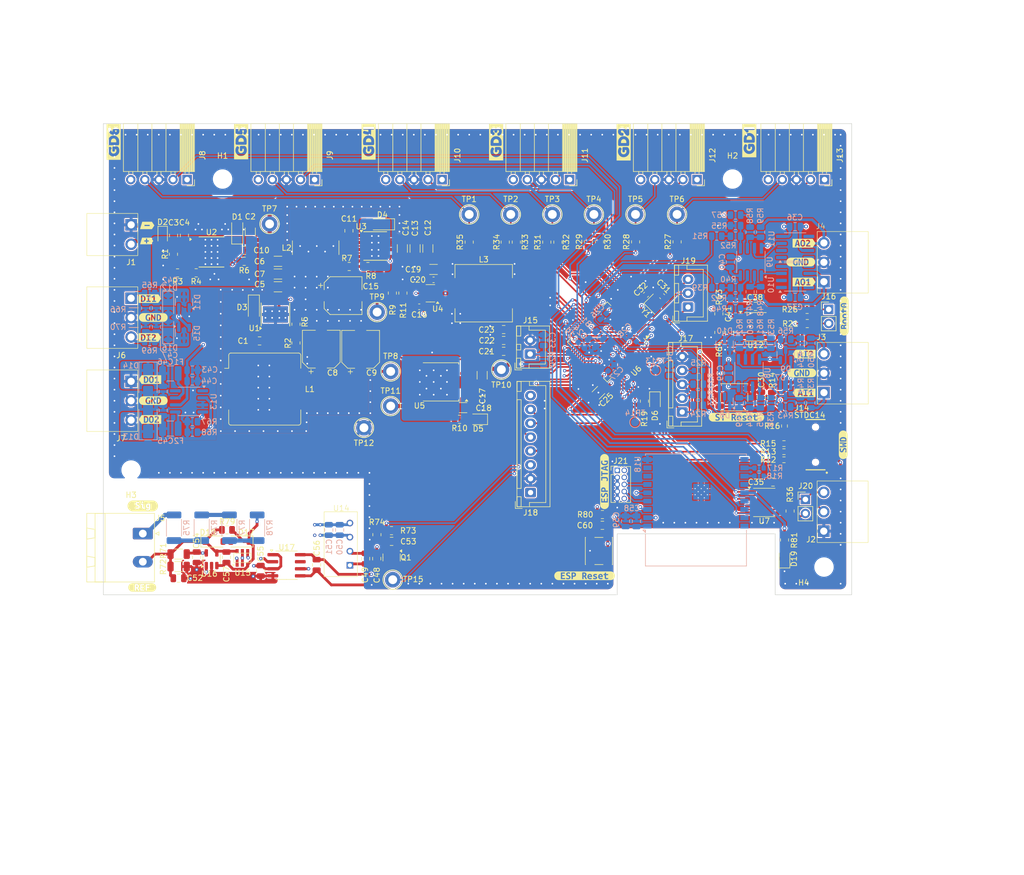
<source format=kicad_pcb>
(kicad_pcb (version 20241229) (generator "pcbnew") (generator_version "9.0")
  (title_block (title "Main board") (date "2025-01-26") (rev "A") (comment 2 "PCB") (comment 3 "In testing") (comment 4 "EN"))
  (layers (0 "F.Cu" mixed) (4 "In1.Cu" signal) (6 "In2.Cu" signal) (2 "B.Cu" mixed) (13 "F.Paste" user) (15 "B.Paste" user) (5 "F.SilkS" user "F.Silkscreen") (7 "B.SilkS" user "B.Silkscreen") (1 "F.Mask" user) (3 "B.Mask" user) (25 "Edge.Cuts" user))
  (net 0 "")
  (net 1 "/AnalogInterface/ai_half_ref")
  (net 2 "+12V")
  (net 3 "/ZeroCrossingDetection/zc_en_fet_d")
  (net 4 "/PowerInput/+12V_reg_sw")
  (net 5 "/PowerInput/+12V_reg_boot")
  (net 6 "/DigitalInterface/DO1_PRE_FUSE")
  (net 7 "GNDD")
  (net 8 "VDD")
  (net 9 "+24V")
  (net 10 "/PowerInput/LED_3V3_K")
  (net 11 "/DigitalInterface/DO2_PRE_FUSE")
  (net 12 "/ZeroCrossingDetection/zc_en_fet_G")
  (net 13 "/PowerInput/PWR_IN_+24V")
  (net 14 "/PowerInput/-12V_boot")
  (net 15 "+5V")
  (net 16 "/AnalogInterface/ai1_non_inv")
  (net 17 "/MCU/ST_NRST")
  (net 18 "/DigitalInterface/DI1")
  (net 19 "/DigitalInterface/DI2")
  (net 20 "/MCU/BOOT0_LCD_BACKLIGHT_PWM_TIM16_CH1")
  (net 21 "/MCU/TIM1_CH1")
  (net 22 "/AnalogInterface/AO1")
  (net 23 "/AnalogInterface/AI1")
  (net 24 "/AnalogInterface/AO2")
  (net 25 "/AnalogInterface/AI2")
  (net 26 "/MCU/TIM1_CH3")
  (net 27 "/DigitalInterface/DO2")
  (net 28 "/DigitalInterface/DO1")
  (net 29 "/MCU/TIM1_CH2")
  (net 30 "/AnalogInterface/ai2_non_inv")
  (net 31 "/Wireless connectivity - ESP32/esp_dbg_led_k")
  (net 32 "/MCU/rs485_b")
  (net 33 "/ZeroCrossingDetection/zc_in_lim")
  (net 34 "/ZeroCrossingDetection/zc_zener_k")
  (net 35 "/MCU/rs485_r_term_b")
  (net 36 "/MCU/rs485_a")
  (net 37 "/ZeroCrossingDetection/zc_comp_out")
  (net 38 "/ZeroCrossingDetection/ZC_Ref")
  (net 39 "/ZeroCrossingDetection/ZC_Sig")
  (net 40 "/ZeroCrossingDetection/ZC_GND")
  (net 41 "/ZeroCrossingDetection/ZC_5V")
  (net 42 "/AnalogInterface/ai1_out")
  (net 43 "/AnalogInterface/AI1_Con")
  (net 44 "/AnalogInterface/AI2_Con")
  (net 45 "/AnalogInterface/AO1_Con")
  (net 46 "/AnalogInterface/AO2_Con")
  (net 47 "/MCU/SWCLK")
  (net 48 "/MCU/SWDIO")
  (net 49 "/MCU/ZC_En")
  (net 50 "/MCU/ZC_In")
  (net 51 "-12V")
  (net 52 "/PowerInput/-12V_sw")
  (net 53 "/PowerInput/+5V_reg_boot")
  (net 54 "/PowerInput/+5V_reg_sw")
  (net 55 "VDDA")
  (net 56 "/AnalogInterface/ai2_out")
  (net 57 "/Wireless connectivity - ESP32/ESP32_JTAG_MTMS")
  (net 58 "/Wireless connectivity - ESP32/ESP32_JTAG_MTDI")
  (net 59 "/Wireless connectivity - ESP32/ESP32_JTAG_MTDO")
  (net 60 "/Wireless connectivity - ESP32/ESP32_JTAG_MTCK")
  (net 64 "/Wireless connectivity - ESP32/ESP32_RST")
  (net 65 "/MCU/ENC_A__TIM4_CH1")
  (net 66 "/MCU/LCD_CS")
  (net 67 "/MCU/SPI3_SCK")
  (net 68 "/MCU/START_STOP_BTN")
  (net 69 "/MCU/FREE_PIN_1")
  (net 70 "/MCU/TOUCH_CS")
  (net 71 "/MCU/SPI3_MISO")
  (net 72 "/MCU/LCD_DC")
  (net 73 "/MCU/FREE_PIN_2")
  (net 74 "/MCU/SPI3_MOSI")
  (net 75 "/MCU/T_NRST")
  (net 76 "/MCU/TIM2_CH1")
  (net 77 "/MCU/TIM1_CH1N")
  (net 78 "/MCU/TIM2_CH3")
  (net 79 "/MCU/TIM1_CH3N")
  (net 80 "/Uart.TX")
  (net 81 "/Uart.RX")
  (net 82 "/MCU/ST_TX")
  (net 83 "/MCU/ST_RX")
  (net 84 "/MCU/TIM3_CH1")
  (net 85 "/MCU/TIM1_CH2N {slash} TIM3_CH3")
  (net 86 "/Gate driver connectors/GD_out6")
  (net 87 "/Gate driver connectors/GD_out5")
  (net 88 "/Gate driver connectors/GD_out4")
  (net 89 "/Gate driver connectors/GD_out3")
  (net 90 "/Gate driver connectors/GD_out2")
  (net 91 "/Gate driver connectors/GD_out1")
  (net 92 "/Gate driver connectors/GD_en6")
  (net 93 "/Gate driver connectors/GD_en5")
  (net 94 "/Gate driver connectors/GD_en4")
  (net 95 "/Gate driver connectors/GD_en3")
  (net 96 "/Gate driver connectors/GD_en2")
  (net 97 "/Gate driver connectors/GD_en1")
  (net 98 "/MCU/ENC_B__TIM4_CH2")
  (net 99 "/MCU/ENC_BTN")
  (net 100 "/MCU/TOUCH_IRQ")
  (net 101 "/MCU/LCD_RST")
  (net 108 "/PowerInput/prot_vgnd")
  (net 109 "/PowerInput/+12V_reg_feed")
  (net 110 "/PowerInput/-12V_sw_feed")
  (net 111 "/PowerInput/+5V_reg_feed")
  (net 112 "/PowerInput/prot_dvdt")
  (net 113 "/PowerInput/prot_uvlo")
  (net 114 "Net-(U6-PF0)")
  (net 115 "Net-(U6-PF1)")
  (net 116 "/PowerInput/prot_ovp")
  (net 118 "Net-(U2-ILM)")
  (net 120 "/AnalogInterface/ao1_non_inv")
  (net 122 "/AnalogInterface/ao1_inv")
  (net 123 "Net-(U18-IO19)")
  (net 131 "/AnalogInterface/ai1_inv")
  (net 151 "/AnalogInterface/ai_zero_offset")
  (net 152 "/AnalogInterface/VREF")
  (net 153 "/ZeroCrossingDetection/zc_r_div1")
  (net 154 "/ZeroCrossingDetection/zc_r_div2")
  (net 155 "/ZeroCrossingDetection/zc_r_div3")
  (net 156 "/MCU/T_SWDIO")
  (net 157 "/MCU/T_SWCLK")
  (net 158 "/MCU/T_SWO")
  (net 159 "/MCU/SWO")
  (net 160 "/MCU/RS485_DE")
  (net 161 "/MCU/RS485_TX")
  (net 162 "/MCU/RS485_RX")
  (net 165 "Net-(R41-Pad1)")
  (net 166 "/MCU/boot0_r")
  (net 167 "/MCU/ST_LED_K")
  (net 168 "/MCU/ST_LED")
  (net 169 "/MCU/ENC_VDD")
  (net 170 "/DigitalInterface/D02_Con")
  (net 171 "/DigitalInterface/D01_Con")
  (net 172 "/DigitalInterface/DI1_Con")
  (net 173 "/DigitalInterface/DI2_Con")
  (net 174 "Net-(R39-Pad1)")
  (net 175 "Net-(R44-Pad2)")
  (net 176 "/AnalogInterface/ao2_non_inv")
  (net 177 "Net-(R46-Pad1)")
  (net 178 "/AnalogInterface/ao2_inv")
  (net 179 "/AnalogInterface/ai2_inv")
  (net 180 "Net-(R51-Pad1)")
  (net 181 "/AnalogInterface/ao2_out")
  (net 182 "/AnalogInterface/ao1_out")
  (net 183 "Net-(R54-Pad1)")
  (net 184 "Net-(R57-Pad1)")
  (net 185 "Net-(R60-Pad1)")
  (footprint "kibuzzard-678FFE18" (layer "F.Cu") (at 89.055 101.69)
    (property "Reference" "kibuzzard-678FFE18" (hide yes))
    (property "Value" "G***" (hide yes))
  )
  (footprint "Crystal:Crystal_SMD_SeikoEpson_FA128-4Pin_2.0x1.6mm" (layer "F.Cu") (at 179.99889 95.691598 -45)
    (property "Reference" "Y1")
    (property "Value" "FA-128 24.0000MF10Z-W3" (hide yes))
  )
  (footprint "ProjectLib:TE 2350514-3" (layer "F.Cu") (at 85.4525 113.1075)
    (property "Reference" "J7")
    (property "Value" "DigitalOutputs" (hide yes))
  )
  (footprint "Connector_PinSocket_2.54mm:PinSocket_1x05_P2.54mm_Horizontal" (layer "F.Cu") (at 164.75 73.215 -90)
    (property "Reference" "J11")
    (property "Value" "Pin socket 2.54mm 1x5 90 deg" (hide yes))
  )
  (footprint "kibuzzard-66B36A4C" (layer "F.Cu") (at 174.51 66.465 90)
    (property "Reference" "kibuzzard-66B36A4C" (hide yes))
    (property "Value" "G***" (hide yes))
  )
  (footprint "TestPoint:TestPoint_Keystone_5005-5009_Compact" (layer "F.Cu") (at 176.6425 79.4975)
    (property "Reference" "TP5")
    (property "Value" "Keystone 5009 (Yellow)" (hide yes))
  )
  (footprint "ProjectLib:TE 2350514-3" (layer "F.Cu") (at 85.4525 98.1175)
    (property "Reference" "J6")
    (property "Value" "DigitalInputs" (hide yes))
  )
  (footprint "kibuzzard-678FFDA4" (layer "F.Cu") (at 194.855 116.09)
    (property "Reference" "kibuzzard-678FFDA4" (hide yes))
    (property "Value" "G***" (hide yes))
  )
  (footprint "Diode_SMD:D_SOD-123" (layer "F.Cu") (at 100.590351 138.5075)
    (property "Reference" "D18")
    (property "Value" "SZMMSZ4680T1G" (hide yes))
  )
  (footprint "TestPoint:TestPoint_Keystone_5005-5009_Compact" (layer "F.Cu") (at 110.633064 81.2225)
    (property "Reference" "TP7")
    (property "Value" "Keystone 5005 (Red)" (hide yes))
  )
  (footprint "TestPoint:TestPoint_Keystone_5005-5009_Compact" (layer "F.Cu") (at 130.033064 97.1225)
    (property "Reference" "TP9")
    (property "Value" "Keystone 5005 (Red)" (hide yes))
  )
  (footprint "Capacitor_SMD:C_1206_3216Metric" (layer "F.Cu") (at 145.533064 114.3625 180)
    (property "Reference" "C18")
    (property "Value" "4.7u 50V" (hide yes))
  )
  (footprint "Resistor_SMD:R_0805_2012Metric" (layer "F.Cu") (at 207.6 96.6325 180)
    (property "Reference" "R26")
    (property "Value" "10k" (hide yes))
  )
  (footprint "Inductor_SMD:L_Bourns-SRN8040_8x8.15mm" (layer "F.Cu") (at 118.943064 85.5025 -90)
    (property "Reference" "L2")
    (property "Value" "100u" (hide yes))
  )
  (footprint "Capacitor_SMD:C_1206_3216Metric" (layer "F.Cu") (at 169.96 111.665 45)
    (property "Reference" "C25")
    (property "Value" "4.7u 50V" (hide yes))
  )
  (footprint "Package_SO:SOIC-8_3.9x4.9mm_P1.27mm" (layer "F.Cu") (at 198.2925 99.7725)
    (property "Reference" "U12")
    (property "Value" "OPA1678" (hide yes))
  )
  (footprint "TestPoint:TestPoint_Keystone_5005-5009_Compact" (layer "F.Cu") (at 154.1425 79.4975)
    (property "Reference" "TP2")
    (property "Value" "Keystone 5009 (Yellow)" (hide yes))
  )
  (footprint "Connector_JST:JST_XH_B5B-XH-A_1x05_P2.50mm_Vertical" (layer "F.Cu") (at 185.0725 115.1475 90)
    (property "Reference" "J17")
    (property "Value" "ENC_Conn" (hide yes))
  )
  (footprint "Capacitor_SMD:C_0805_2012Metric" (layer "F.Cu") (at 201.445 127.78 180)
    (property "Reference" "C35")
    (property "Value" "100n" (hide yes))
  )
  (footprint "Resistor_SMD:R_0805_2012Metric" (layer "F.Cu") (at 93.288627 86.684456 -90)
    (property "Reference" "R1")
    (property "Value" "93k1 1%" (hide yes))
  )
  (footprint "Capacitor_SMD:C_0603_1608Metric" (layer "F.Cu") (at 181.448459 94.263242 -45)
    (property "Reference" "C31")
    (property "Value" "15p 10V" (hide yes))
  )
  (footprint "Resistor_SMD:R_0805_2012Metric" (layer "F.Cu") (at 201.245 112.53 90)
    (property "Reference" "R14")
    (property "Value" "10k" (hide yes))
  )
  (footprint "Resistor_SMD:R_1206_3216Metric" (layer "F.Cu") (at 94.225351 140.7775 180)
    (property "Reference" "R71")
    (property "Value" "220R" (hide yes))
  )
  (footprint "Button_Switch_SMD:SW_SPST_PTS647_Sx38" (layer "F.Cu") (at 194.455 112.49)
    (property "Reference" "SW1" (hide yes))
    (property "Value" "STM32_RESET" (hide yes))
  )
  (footprint "Resistor_SMD:R_0603_1608Metric" (layer "F.Cu") (at 203.4275 120.8475)
    (property "Reference" "R15")
    (property "Value" "120R" (hide yes))
  )
  (footprint "TestPoint:TestPoint_Keystone_5005-5009_Compact" (layer "F.Cu") (at 161.6425 79.4975)
    (property "Reference" "TP3")
    (property "Value" "Keystone 5009 (Yellow)" (hide yes))
  )
  (footprint "kibuzzard-678FFFF4" (layer "F.Cu") (at 206.655 108.09)
    (property "Reference" "kibuzzard-678FFFF4" (hide yes))
    (property "Value" "G***" (hide yes))
  )
  (footprint "Capacitor_SMD:C_0805_2012Metric" (layer "F.Cu") (at 119.117851 142.7275 -90)
    (property "Reference" "C56")
    (property "Value" "100n" (hide yes))
  )
  (footprint "Resistor_SMD:R_0805_2012Metric" (layer "F.Cu") (at 191.6825 100.7925 -90)
    (property "Reference" "R64")
    (property "Value" "470R 0.5%" (hide yes))
  )
  (footprint "Package_SO:TI_SO-PowerPAD-8_ThermalVias" (layer "F.Cu") (at 129.685564 85.195)
    (property "Reference" "U3")
    (property "Value" "TPS5430DDA" (hide yes))
  )
  (footprint "Resistor_SMD:R_0805_2012Metric" (layer "F.Cu") (at 203.53 138.2275 -90)
    (property "Reference" "R81")
    (property "Value" "220R" (hide yes))
  )
  (footprint "TestPoint:TestPoint_Keystone_5005-5009_Compact" (layer "F.Cu") (at 132.8525 145.3975 180)
    (property "Reference" "TP15")
    (property "Value" "Keystone 5009 (Yellow)" (hide yes))
  )
  (footprint "kibuzzard-67900201" (layer "F.Cu") (at 87.755 132.09)
    (property "Reference" "kibuzzard-67900201" (hide yes))
    (property "Value" "G***" (hide yes))
  )
  (footprint "kibuzzard-678FFFEA" (layer "F.Cu") (at 206.455 88.09)
    (property "Reference" "kibuzzard-678FFFEA" (hide yes))
    (property "Value" "G***" (hide yes))
  )
  (footprint "MountingHole:MountingHole_3.2mm_M3" (layer "F.Cu") (at 102.15 73.115)
    (property "Reference" "H1")
    (property "Value" "MountingHole" (hide yes))
  )
  (footprint "TestPoint:TestPoint_Keystone_5005-5009_Compact" (layer "F.Cu") (at 152.455 107.49 180)
    (property "Reference" "TP10")
    (property "Value" "Keystone 5005 (Red)" (hide yes))
  )
  (footprint "Resistor_SMD:R_0805_2012Metric" (layer "F.Cu") (at 207.6325 99.1925)
    (property "Reference" "R21")
    (property "Value" "220R" (hide yes))
  )
  (footprint "Capacitor_SMD:CP_Elec_6.3x5.8" (layer "F.Cu") (at 119.960564 103.81 90)
    (property "Reference" "C8")
    (property "Value" "27u 25V" (hide yes))
  )
  (footprint "Diode_SMD:D_SOD-123" (layer "F.Cu") (at 105.287851 138.5075 180)
    (property "Reference" "D17")
    (property "Value" "SZMMSZ4680T1G" (hide yes))
  )
  (footprint "Capacitor_SMD:C_1206_3216Metric" (layer "F.Cu") (at 112.143064 90.2525)
    (property "Reference" "C7")
    (property "Value" "4.7u 50V" (hide yes))
  )
  (footprint "Resistor_SMD:R_0805_2012Metric" (layer "F.Cu") (at 204.535 133.01 -90)
    (property "Reference" "R36")
    (property "Value" "120R" (hide yes))
  )
  (footprint "kibuzzard-678FFE4A" (layer "F.Cu") (at 89.655 98.09)
    (property "Reference" "kibuzzard-678FFE4A" (hide yes))
    (property "Value" "G***" (hide yes))
  )
  (footprint "Connector_JST:JST_XH_B2B-XH-A_1x02_P2.50mm_Vertical" (layer "F.Cu") (at 157.6425 104.6875 90)
    (property "Reference" "J15")
    (property "Value" "START_STOP_BTN" (hide yes))
  )
  (footprint "Resistor_SMD:R_0805_2012Metric" (layer "F.Cu") (at 178.255 113.19 -90)
    (property "Reference" "R19")
    (property "Value" "220R" (hide yes))
  )
  (footprint "Capacitor_SMD:C_0805_2012Metric" (layer "F.Cu") (at 199.315 112.52 90)
    (property "Reference" "C30")
    (property "Value" "100n" (hide yes))
  )
  (footprint "Connector_JST:JST_XH_B8B-XH-A_1x08_P2.50mm_Vertical" (layer "F.Cu") (at 157.7125 129.6775 90)
    (property "Reference" "J18")
    (property "Value" "LCD" (hide yes))
  )
  (footprint "Capacitor_SMD:C_1206_3216Metric" (layer "F.Cu") (at 134.583064 85.6425 90)
    (property "Reference" "C14")
    (property "Value" "4.7u 50V" (hide yes))
  )
  (footprint "Capacitor_SMD:C_0603_1608Metric" (layer "F.Cu") (at 178.54225 93.98747 -135)
    (property "Reference" "C32")
    (property "Value" "15p 10V" (hide yes))
  )
  (footprint "Package_TO_SOT_SMD:SOT-23-5" (layer "F.Cu") (at 100.165351 141.7075 90)
    (property "Reference" "U16")
    (property "Value" "NCS2250SN2T1G" (hide yes))
  )
  (footprint "Package_SO:SOIC-8_3.9x4.9mm_P1.27mm" (layer "F.Cu") (at 199.875 131.46)
    (property "Reference" "U7")
    (property "Value" "THVD1420D" (hide yes))
  )
  (footprint "Capacitor_SMD:C_1206_3216Metric" (layer "F.Cu") (at 140.210564 89.4225 180)
    (property "Reference" "C19")
    (property "Value" "2u2 50V" (hide yes))
  )
  (footprint "Capacitor_SMD:C_0805_2012Metric" (layer "F.Cu") (at 152.860564 100.2725 180)
    (property "Reference" "C23")
    (property "Value" "10u" (hide yes))
  )
  (footprint "Capacitor_SMD:C_1206_3216Metric" (layer "F.Cu") (at 112.143064 87.9525)
    (property "Reference" "C6")
    (property "Value" "4.7u 50V" (hide yes))
  )
  (footprint "Connector_PinSocket_2.54mm:PinSocket_1x05_P2.54mm_Horizontal" (layer "F.Cu") (at 95.75 73.215 -90)
    (property "Reference" "J8")
    (property "Value" "Pin socket 2.54mm 1x5 90 deg" (hide yes))
  )
  (footprint "Resistor_SMD:R_0603_1608Metric" (layer "F.Cu") (at 203.5225 117.6675 -90)
    (property "Reference" "R16")
    (property "Value" "120R" (hide yes))
  )
  (footprint "TestPoint:TestPoint_Keystone_5005-5009_Compact" (layer "F.Cu") (at 146.6425 79.4975)
    (property "Reference" "TP1")
    (property "Value" "Keystone 5009 (Yellow)" (hide yes))
  )
  (footprint "Inductor_SMD:L_Bourns_SRR1208_12.7x12.7mm" (layer "F.Cu") (at 109.760564 111.01)
    (property "Reference" "L1")
    (property "Value" "47u" (hide yes))
  )
  (footprint "Capacitor_SMD:C_0805_2012Metric" (layer "F.Cu") (at 93.308627 83.304456 90)
    (property "Reference" "C3")
    (property "Value" "10u" (hide yes))
  )
  (footprint "Capacitor_SMD:C_0805_2012Metric" (layer "F.Cu") (at 152.860564 104.1925 180)
    (property "Reference" "C21")
    (property "Value" "10u" (hide yes))
  )
  (footprint "Resistor_SMD:R_0603_1608Metric" (layer "F.Cu") (at 203.4275 122.3075)
    (property "Reference" "R13")
    (property "Value" "120R" (hide yes))
  )
  (footprint "Capacitor_SMD:C_0805_2012Metric" (layer "F.Cu") (at 95.265 83.2925 90)
    (property "Reference" "C4")
    (property "Value" "100n" (hide yes))
  )
  (footprint "Resistor_SMD:R_0805_2012Metric" (layer "F.Cu") (at 153.1425 84.4975 90)
    (property "Reference" "R34")
    (property "Value" "220R" (hide yes))
  )
  (footprint "Capacitor_SMD:C_0805_2012Metric" (layer "F.Cu") (at 170.67 135.585 180)
    (property "Reference" "C60")
    (property "Value" "100n" (hide yes))
  )
  (footprint "Package_TO_SOT_SMD:SOT-23" (layer "F.Cu") (at 132.6425 141.3775 -90)
    (property "Reference" "Q1")
    (property "Value" "DMN2056U" (hide yes))
  )
  (footprint "Capacitor_SMD:C_1206_3216Metric" (layer "F.Cu") (at 139.183064 85.6425 90)
    (property "Reference" "C12")
    (property "Value" "4.7u 50V" (hide yes))
  )
  (footprint "Button_Switch_SMD:SW_SPST_PTS647_Sx38" (layer "F.Cu") (at 170.04 140.215 90)
    (property "Reference" "SW2" (hide yes))
    (property "Value" "ESP_RESET" (hide yes))
  )
  (footprint "Resistor_SMD:R_0805_2012Metric" (layer "F.Cu") (at 168.1425 84.44 90)
    (property "Reference" "R29")
    (property "Value" "220R" (hide yes))
  )
  (footprint "Resistor_SMD:R_0805_2012Metric" (layer "F.Cu") (at 106.051127 87.946956)
    (property "Reference" "R6")
    (property "Value" "7k87 1%" (hide yes))
  )
  (footprint "kibuzzard-678FFFC0" (layer "F.Cu") (at 207.055 104.69)
    (property "Reference" "kibuzzard-678FFFC0" (hide yes))
    (property "Value" "G***" (hide yes))
  )
  (footprint "Resistor_SMD:R_0805_2012Metric" (layer "F.Cu") (at 160.6425 84.4975 90)
    (property "Reference" "R31")
    (property "Value" "220R" (hide yes))
  )
  (footprint "Diode_SMD:D_SOD-123F" (layer "F.Cu") (at 107.793064 96.2525 -90)
    (property "Reference" "D3")
    (property "Value" "SS24FL" (hide yes))
  )
  (footprint "kibuzzard-66B369BA" (layer "F.Cu") (at 82.5 66.415 90)
    (property "Reference" "kibuzzard-66B369BA" (hide yes))
    (property "Value" "G***" (hide yes))
  )
  (footprint "Resistor_SMD:R_0805_2012Metric" (layer "F.Cu") (at 146.6425 84.4975 90)
    (property "Reference" "R35")
    (property "Value" "220R" (hide yes))
  )
  (footprint "Capacitor_SMD:C_0805_2012Metric" (layer "F.Cu") (at 132.6425 138.4775 180)
    (property "Reference" "C53")
    (property "Value" "10u" (hide yes))
  )
  (footprint "Capacitor_SMD:CP_Elec_6.3x5.8" (layer "F.Cu") (at 123.893064 94.1525)
    (property "Reference" "C15")
    (property "Value" "27u 25V" (hide yes))
  )
  (footprint "TestPoint:TestPoint_Keystone_5005-5009_Compact" (layer "F.Cu") (at 132.483064 107.8225)
    (property "Reference" "TP8")
    (property "Value" "Keystone 5005 (Red)" (hide yes))
  )
  (footprint "Resistor_SMD:R_0805_2012Metric" (layer "F.Cu") (at 128.368064 88.9025)
    (property "Reference" "R8")
    (property "Value" "1k13" (hide yes))
  )
  (footprint "Resistor_SMD:R_0805_2012Metric" (layer "F.Cu") (at 94.028627 90.044456)
    (property "Reference" "R3")
    (property "Value" "1k69 1%" (hide yes))
  )
  (footprint "Resistor_SMD:R_0805_2012Metric" (layer "F.Cu") (at 132.6225 136.5475)
    (property "Reference" "R73")
    (property "Value" "100k" (hide yes))
  )
  (footprint "Package_QFP:LQFP-64_10x10mm_P0.5mm" (layer "F.Cu") (at 171.5525 102.4975 -135)
    (property "Reference" "U6")
    (property "Value" "STM32G474RETx" (hide yes))
  )
  (footprint "Capacitor_SMD:C_0805_2012Metric" (layer "F.Cu") (at 108.825564 102.32)
    (property "Reference" "C1")
    (property "Value" "10n" (hide yes))
  )
  (footprint "Resistor_SMD:R_0805_2012Metric" (layer "F.Cu") (at 144.910564 116.4625)
    (property "Reference" "R10")
    (property "Value" "220R" (hide yes))
  )
  (footprint "Connector_PinSocket_2.54mm:PinSocket_1x05_P2.54mm_Horizontal" (layer "F.Cu") (at 118.75 73.215 -90)
    (property "Reference" "J9")
    (property "Value" "Pin socket 2.54mm 1x5 90 deg" (hide yes))
  )
  (footprint "LED_SMD:LED_0805_2012Metric" (layer "F.Cu") (at 203.53 141.5975 90)
    (property "Reference" "D19")
    (property "Value" "ESP32_DBG_LED" (hide yes))
  )
  (footprint "LED_SMD:LED_0805_2012Metric" (layer "F.Cu") (at 180.155 113.19 -90)
    (property "Reference" "D6")
    (property "Value" "ST_RED" (hide yes))
  )
  (footprint "Diode_SMD:D_SOD-123F" (layer "F.Cu") (at 104.798627 82.631956 90)
    (property "Reference" "D1")
    (property "Value" "SS24FL" (hide yes))
  )
  (footprint "Resistor_SMD:R_0805_2012Metric" (layer "F.Cu") (at 115.39 99.305 90)
    (property "Reference" "R5")
    (property "Value" "1k13" (hide yes))
  )
  (footprint "kibuzzard-677E6BFE" (layer "F.Cu") (at 214.3025 97.8225 90)
    (property "Reference" "kibuzzard-677E6BFE" (hide yes))
    (property "Value" "G***" (hide yes))
  )
  (footprint "Resistor_SMD:R_0805_2012Metric" (layer "F.Cu") (at 155.1425 84.4975 90)
    (property "Reference" "R33")
    (property "Value" "220R" (hide yes))
  )
  (footprint "Inductor_SMD:L_Vishay_IHLP-4040" (layer "F.Cu") (at 149.260564 93.7125)
    (property "Reference" "L3")
    (property "Value" "3u3" (hide yes))
  )
  (footprint "TestPoint:TestPoint_Keystone_5005-5009_Compact" (layer "F.Cu") (at 184.1425 79.4975)
    (property "Reference" "TP6")
    (property "Value" "Keystone 5009 (Yellow)" (hide yes))
  )
  (footprint "Capacitor_SMD:C_0805_2012Metric" (layer "F.Cu") (at 109.025351 143.7925 90)
    (property "Reference" "C55")
    (property "Value" "100n" (hide yes))
  )
  (footprint "kibuzzard-679001ED" (layer "F.Cu") (at 87.655 146.79)
    (property "Reference" "kibuzzard-679001ED" (hide yes))
    (property "Value" "G***" (hide yes))
  )
  (footprint "kibuzzard-66B36A62" (layer "F.Cu") (at 197.169685 66.180596 90)
    (property "Reference" "kibuzzard-66B36A62" (hide yes))
    (property "Value" "G***" (hide yes))
  )
  (footprint "Capacitor_SMD:C_0805_2012Metric" (layer "F.Cu") (at 102.847851 141.3575 90)
    (property "Reference" "C57")
    (property "Value" "C_Small" (hide yes))
  )
  (footprint "Capacitor_SMD:C_0805_2012Metric" (layer "F.Cu") (at 129.9625 141.595 -90)
    (property "Reference" "C48")
    (property "Value" "10u" (hide yes))
  )
  (footprint "Capacitor_SMD:C_0805_2012Metric" (layer "F.Cu") (at 152.860564 102.2325 180)
    (property "Reference" "C22")
    (property "Value" "10u" (hide yes))
  )
  (footprint "kibuzzard-678FFFD0" (layer "F.Cu") (at 207.055 91.69)
    (property "Reference" "kibuzzard-678FFFD0" (hide yes))
    (property "Value" "G***" (hide yes))
  )
  (footprint "kibuzzard-678FFDC4" (layer "F.Cu") (at 171.055 127.69 90)
    (property "Reference" "kibuzzard-678FFDC4" (hide yes))
    (property "Value" "G***" (hide yes))
  )
  (footprint "kibuzzard-678FFDE1" (layer "F.Cu") (at 167.455 144.69)
    (property "Reference" "kibuzzard-678FFDE1" (hide yes))
    (property "Value" "G***" (hide yes))
  )
  (footprint "Connector_JST:JST_XH_B3B-XH-A_1x03_P2.50mm_Vertical" (layer "F.Cu") (at 186.1275 96.2075 90)
    (property "Reference" "J19")
    (property "Value" "LCD_TOUCH" (hide yes))
  )
  (footprint "Capacitor_SMD:C_1206_3216Metric" (layer "F.Cu") (at 112.143064 92.5525)
    (property "Reference" "C5")
    (property "Value" "4.7u 50V" (hide yes))
  )
  (footprint "Capacitor_SMD:C_1206_3216Metric" (layer "F.Cu") (at 107.151127 82.646956 90)
    (property "Reference" "C2")
    (property "Value" "4.7u 50V" (hide yes))
  )
  (footprint "TestPoint:TestPoint_Keystone_5005-5009_Compact" (layer "F.Cu") (at 127.655 117.99 180)
    (property "Reference" "TP12")
    (property "Value" "Keystone 5007 (White)" (hide yes))
  )
  (footprint "kibuzzard-678FFFB3" (layer "F.Cu") (at 207.055 111.69)
    (property "Reference" "kibuzzard-678FFFB3" (hide yes))
    (property "Value" "G***" (hide yes))
  )
  (footprint "ProjectLib:TE 2350514-2" (layer "F.Cu") (at 85.66 83.125)
    (property "Reference" "J1")
    (property "Value" "Power in" (hide yes))
  )
  (footprint "MountingHole:MountingHole_3.2mm_M3" (layer "F.Cu") (at 85.65 125.615)
    (property "Reference" "H3")
    (property "Value" "MountingHole" (hide yes))
  )
  (footprint "kibuzzard-6790012D" (layer "F.Cu") (at 88.455 84.29)
    (property "Reference" "kibuzzard-6790012D" (hide yes))
    (property "Value" "G***" (hide yes))
  )
  (footprint "Resistor_SMD:R_0805_2012Metric" (layer "F.Cu") (at 170.6725 133.645 180)
    (property "Reference" "R80")
    (property "Value" "10k" (hide yes))
  )
  (footprint "kibuzzard-678FFFDA" (layer "F.Cu") (at 207.055 84.69)
    (property "Reference" "kibuzzard-678FFFDA" (hide yes))
    (property "Value" "G***" (hide yes))
  )
  (footprint "MountingHole:MountingHole_3.2mm_M3" (layer "F.Cu") (at 210.65 143.115)
    (property "Reference" "H4")
    (property "Value" "MountingHole" (hide yes))
  )
  (footprint "kibuzzard-678FFE55" (layer "F.Cu") (at 89.655 113.09)
    (property "Reference" "kibuzzard-678FFE55" (hide yes))
    (property "Value" "G***" (hide yes))
  )
  (footprint "Resistor_SMD:R_0603_1608Metric" (layer "F.Cu") (at 203.4275 123.7675)
    (property "Reference" "R12")
    (property "Value" "120R" (hide yes))
  )
  (footprint "Resistor_SMD:R_0805_2012Metric" (layer "F.Cu") (at 191.6825 97.43 -90)
    (property "Reference" "R63")
    (property "Value" "470R 0.5%" (hide yes))
  )
  (footprint "Connector_Phoenix_MSTB:PhoenixContact_MSTBA_2,5_2-G-5,08_1x02_P5.08mm_Horizontal" (layer "F.Cu") (at 87.76 137.0775 -90)
    (property "Reference" "J5")
    (property "Value" "Zero crossing input" (hide yes))
  )
  (footprint "Capacitor_SMD:C_1206_3216Metric" (layer "F.Cu") (at 136.883064 85.6425 90)
    (property "Reference" "C13")
    (property "Value" "4.7u 50V" (hide yes))
  )
  (footprint "kibuzzard-66B369E5" (layer "F.Cu") (at 105.5 66.365 90)
    (property "Reference" "kibuzzard-66B369E5" (hide yes))
    (property "Value" "G***" (hide yes))
  )
  (footprint "Capacitor_SMD:C_0805_2012Metric" (layer "F.Cu") (at 198.3025 96.0825)
    (property "Reference" "C38")
    (property "Value" "100n" (hide yes))
  )
  (footprint "Resistor_SMD:R_0805_2012Metric" (layer "F.Cu") (at 184.1525 84.4475 90)
    (property "Reference" "R27")
    (property "Value" "220R" (hide yes))
  )
  (footprint "ProjectLib:TE 2350514-3" (layer "F.Cu") (at 210.8425 108.1475 180)
    (property "Reference" "J3")
    (property "Value" "AnalogInputs" (hide yes))
  )
  (footprint "Resistor_SMD:R_0805_2012Metric" (layer "F.Cu") (at 132.783064 93.69 90)
    (property "Reference" "R9")
    (property "Value" "162k")
  )
  (footprint "MountingHole:MountingHole_3.2mm_M3" (layer "F.Cu") (at 194.15 73.115)
    (property "Reference" "H2")
    (property "Value" "MountingHole" (hide yes))
  )
  (footprint "Connector_PinSocket_2.54mm:PinSocket_1x05_P2.54mm_Horizontal" (layer "F.Cu") (at 187.75 73.215 -90)
    (property "Reference" "J12")
    (property "Value" "Pin socket 2.54mm 1x5 90 deg" (hide yes))
  )
  (footprint "Connector_PinHeader_2.54mm:PinHeader_1x02_P2.54mm_Vertical" (layer "F.Cu") (at 207.295 130.915)
    (property "Reference" "J20")
    (property "Value" "RS485_TermEn" (hide yes))
  )
  (footprint "Connector_PinSocket_2.54mm:PinSocket_1x05_P2.54mm_Horizontal" (layer "F.Cu") (at 210.75 73.215 -90)
    (property "Reference" "J13")
    (property "Value" "Pin socket 2.54mm 1x5 90 deg" (hide yes))
  )
  (footprint "Resistor_SMD:R_0805_2012Metric" (layer "F.Cu") (at 102.947851 136.4075 180)
    (property "Reference" "R79")
    (property "Value" "100k" (hide yes))
  )
  (footprint "TestPoint:TestPoint_Keystone_5005-5009_Compact" (layer "F.Cu") (at 169.1425 79.4975)
    (property "Reference" "TP4")
    (property "Value" "Keystone 5009 (Yellow)" (hide yes))
  )
  (footprint "Converter_DCDC:TBA 1-1211" (layer "F.Cu") (at 125.1225 140.2575 180)
    (property "Reference" "U14")
    (property "Value" "TBA 1-1211" (hide yes))
  )
  (footprint "Connector_PinHeader_2.54mm:PinHeader_1x02_P2.54mm_Vertical" (layer "F.Cu") (at 211.5025 96.6325)
    (property "Reference" "J16")
    (property "Value" "BOOT0 Sel" (hide yes))
  )
  (footprint "SOT26:SDM10M45SD" (layer "F.Cu") (at 105.727851 141.4575)
    (property "Reference" "U15")
    (property "Value" "SDM10M45SD" (hide yes))
  )
  (footprint "Connector_PinHeader_1.27mm:PinHeader_2x05_P1.27mm_Vertical" (layer "F.Cu") (at 173.355 125.675)
    (property "Reference" "J21")
    (property "Value" "ESP_JTAG" (hide yes))
  )
  (footprint "Resistor_SMD:R_0805_2012Metric" (layer "F.Cu") (at 134.683064 93.69 -90)
    (property "Reference" "R11")
    (property "Value" "22k1")
  )
  (footprint "kibuzzard-66B36A2A" (layer "F.Cu") (at 128.5 66.365 90)
    (property "Reference" "kibuzzard-66B36A2A" (hide yes))
    (property "Value" "G***" (hide yes))
  )
  (footprint "Package_SO:HTSSOP-16-1EP_4.4x5mm_P0.65mm_EP3.4x5mm_Mask3x3mm_ThermalVias" (layer "F.Cu") (at 100.1525 86.2675)
    (property "Reference" "U2")
    (property "Value" "TPS26600PWPR" (hide yes))
  )
  (footprint "kibuzzard-678FFE04" (layer "F.Cu") (at 89.055 94.69)
    (property "Reference" "kibuzzard-678FFE04" (hide yes))
    (property "Value" "G***" (hide yes))
  )
  (footprint "kibuzzard-678FFE33" (layer "F.Cu") (at 89.055 116.49)
    (property "Reference" "kibuzzard-678FFE33" (hide yes))
    (property "Value" "G***" (hide yes))
  )
  (footprint "Capacitor_SMD:C_1206_3216Metric" (layer "F.Cu") (at 148.983064 108.5125 90)
    (property "Reference" "C17")
    (property "Value" "4.7u 50V" (hide yes))
  )
  (footprint "ProjectLib:SAMTEC_FTSH-107-01-L-DV-K-A" (layer "F.Cu") (at 209.1225 121.0375 90)
    (property "Reference" "J14")
    (property "Value" "STDC14")
  )
  (footprint "TestPoint:TestPoint_Keystone_5005-5009_Compact" (layer "F.Cu") (at 132.483064 114.0725)
    (property "Reference" "TP11")
    (property "Value" "Keystone 5005 (Red)" (hide yes))
  )
  (footprint "Capacitor_SMD:C_0805_2012Metric" (layer "F.Cu") (at 94.215351 145.1275)
    (property "Reference" "C52")
    (property "Value" "100n" (hide yes))
  )
  (footprint "Capacitor_SMD:C_0805_2012Metric" (layer "F.Cu") (at 127.9625 141.595 -90)
    (property "Reference" "C49")
    (property "Value" "100n" (hide yes))
  )
  (footprint "Diode_SMD:D_SOD-123F" (layer "F.Cu") (at 130.967899 81.280427 180)
    (property "Reference" "D4")
    (property "Value" "SS24FL" (hide yes))
  )
  (footprint "kibuzzard-67900122" (layer "F.Cu") (at 88.555 81.49)
    (property "Reference" "kibuzzard-67900122" (hide yes))
    (property "Value" "G***" (hide yes))
  )
  (footprint "kibuzzard-677E6C29" (layer "F.Cu") (at 214.1175 121.0575 90)
    (property "Reference" "kibuzzard-677E6C29" (hide yes))
    (property "Value" "G***" (hide yes))
  )
  (footprint "Resistor_SMD:R_0805_2012Metric" (layer "F.Cu") (at 170.1425 84.44 90)
    (property "Reference" "R30")
    (property "Value" "220R" (hide yes))
  )
  (footprint "Capacitor_SMD:C_0603_1608Metric" (layer "F.Cu") (at 140.215564 91.3025 180)
    (property "Reference" "C20")
    (property "Value" "100n" (hide yes))
  )
  (footprint "Connector_PinSocket_2.54mm:PinSocket_1x05_P2.54mm_Horizontal" (layer "F.Cu") (at 141.75 73.215 -90)
    (property "Reference" "J10")
    (property "Value" "Pin socket 2.54mm 1x5 90 deg" (hide yes))
  )
  (footprint "Resistor_SMD:R_0805_2012Metric" (layer "F.Cu") (at 124.993064 88.895)
    (property "Reference" "R7")
    (property "Value" "10k" (hide yes))
  )
  (footprint "Package_TO_SOT_SMD:SOT-23-6" (layer "F.Cu") (at 139.643064 93.7325 180)
    (property "Reference" "U4")
    (property "Value" "LMR51430" (hide yes))
  )
  (footprint "Resistor_SMD:R_0805_2012Metric" (layer "F.Cu") (at 115.39 102.6875 90)
    (property "Reference" "R2")
    (property "Value" "10k" (hide yes))
  )
  (footprint "Capacitor_SMD:C_0805_2012Metric" (layer "F.Cu") (at 97.477851 141.3575 90)
    (property "Reference" "C54")
    (property "Value" "100n" (hide yes))
  )
  (footprint "Capacitor_SMD:CP_Elec_6.3x5.8" (layer "F.Cu") (at 127.060564 103.835 90)
    (property "Reference" "C9")
    (property "Value" "27u 25V" (hide yes))
  )
  (footprint "ProjectLib:TE 2350514-3" (layer "F.Cu") (at 210.8125 133.1375 180)
    (property "Reference" "J2")
    (property "Value" "RS485" (hide yes))
  )
  (footprint "Capacitor_SMD:C_0805_2012Metric" (layer "F.Cu") (at 124.943064 82.4525 -90)
    (property "Reference" "C11")
    (property "Value" "10n")
  )
  (footprint "Capacitor_SMD:C_0805_2012Metric" (layer "F.Cu") (at 106.076127 85.971956)
    (property "Reference" "C10")
    (property "Value" "2u7 50V" (hide yes))
  )
  (footprint "Capacitor_SMD:C_0805_2012Metric" (layer "F.Cu") (at 193.6125 100.7725 -90)
    (property "Reference" "C41")
    (property "Value" "100n" (hide yes))
  )
  (footprint "kibuzzard-678FFE25" (layer "F.Cu") (at 89.055 109.29)
    (property "Reference" "kibuzzard-678FFE25" (hide yes))
    (property "Value" "G***" (hide yes))
  )
  (footprint "ProjectLib:TE 2350514-3" (layer "F.Cu") (at 210.8325 88.1375 180)
    (property "Reference" "J4")
    (property "Value" "AnalogOutputs" (hide yes))
  )
  (footprint "Package_SO:TI_SO-PowerPAD-8_ThermalVias" (layer "F.Cu") (at 111.693064 97.5525 90)
    (property "Reference" "U1")
    (property "Value" "TPS5430DDA" (hide yes))
  )
  (footprint "Resistor_SMD:R_0805_2012Metric" (layer "F.Cu") (at 129.9925 137.275 90)
    (property "Reference" "R74")
    (property "Value" "10k" (hide yes))
  )
  (footprint "Resistor_SMD:R_0805_2012Metric" (layer "F.Cu") (at 97.388627 90.034456)
    (property "Reference" "R4")
    (property "Value" "4k22 1%" (hide yes))
  )
  (footprint "Resistor_SMD:R_0805_2012Metric" (layer "F.Cu") (at 176.6625 84.4475 90)
    (property "Reference" "R28")
    (property "Value" "220R" (hide yes))
  )
  (footprint "Resistor_SMD:R_1206_3216Metric" (layer "F.Cu") (at 94.225351 143.0275 180)
    (property "Reference" "R72")
    (property "Value" "220R" (hide yes))
  )
  (footprint "Resistor_SMD:R_0805_2012Metric" (layer "F.Cu") (at 162.6425 84.4975 90)
    (property "Reference" "R32")
    (property "Value" "220R" (hide yes))
  )
  (footprint "Diode_SMD:D_SOD-323" (layer "F.Cu") (at 91.345 83.2525 -90)
    (property "Reference" "D2")
    (property "Value" "TVS" (hide yes))
  )
  (footprint "Package_SO:SOIC-8_3.9x4.9mm_P1.27mm" (layer "F.Cu") (at 113.697851 142.7925)
    (property "Reference" "U17")
    (property "Value" "ISO7710DR" (hide yes))
  )
  (footprint "Capacitor_SMD:C_0603_1608Metric" (layer "F.Cu") (at 137.630564 96.1625)
    (property "Reference" "C16")
    (property "Value" "100n" (hide yes))
  )
  (footprint "kibuzzard-66B36A39" (layer "F.Cu") (at 151.5 66.465 90)
    (property "Reference" "kibuzzard-66B36A39" (hide yes))
    (property "Value" "G***" (hide yes))
  )
  (footprint "Package_TO_SOT_SMD:TO-252-3_TabPin2" (layer "F.Cu") (at 141.443064 109.7125 180)
    (property "Reference" "U5")
    (property "Value" "LM1117DT-3.3" (hide yes))
  )
  (footprint "LED_SMD:LED_0805_2012Metric" (layer "F.Cu") (at 148.270564 116.4625 180)
    (property "Reference" "D5")
    (property "Value" "LED_3V3" (hide yes))
  )
  (footprint "Resistor_SMD:R_0805_2012Metric" (layer "B.Cu") (at 195.3625 113.5 90)
    (property "Reference" "R49")
    (property "Value" "10k 0.5%" (hide yes))
  )
  (footprint "Resistor_SMD:R_0603_1608Metric" (layer "B.Cu") (at 188.0025 107.6475)
    (property "Reference" "R25")
    (property "Value" "120R" (hide yes))
  )
  (footprint "Resistor_SMD:R_0805_2012Metric" (layer "B.Cu") (at 194.6825 96.5275 180)
    (property "Reference" "R46")
    (property "Value" "680R 0.5%" (hide yes))
  )
  (footprint "Capacitor_SMD:C_0805_2012Metric" (layer "B.Cu") (at 174.85 134.845 90)
    (property "Reference" "C59")
    (property "Value" "100n" (hide yes))
  )
  (footprint "Package_SO:SOIC-8_3.9x4.9mm_P1.27mm" (layer "B.Cu") (at 197.4625 88.0775 90)
    (property "Reference" "U9")
    (property "Value" "OPA1678" (hide yes))
  )
  (footprint "Resistor_SMD:R_0805_2012Metric" (layer "B.Cu") (at 194.685 92.7225 180)
    (property "Reference" "R40")
    (property "Value" "680R 0.5%" (hide yes))
  )
  (footprint "Package_TO_SOT_SMD:SOT-23" (layer "B.Cu") (at 192.7225 102.97 90)
    (property "Reference" "D10")
    (property "Value" "BAT54S" (hide yes))
  )
  (footprint "Capacitor_SMD:C_0805_2012Metric" (layer "B.Cu") (at 160.0875 102.1875 90)
    (property "Reference" "C33")
    (property "Value" "100n" (hide yes))
  )
  (footprint "Package_TO_SOT_SMD:SOT-23" (layer "B.Cu") (at 192.7125 113.26 90)
    (property "Reference" "D8")
    (property "Value" "BAT54S" (hide yes))
  )
  (footprint "Resistor_SMD:R_2010_5025Metric" (layer "B.Cu") (at 98.387851 136.025 90)
    (property "Reference" "R76")
    (property "Value" "50k" (hide yes))
  )
  (footprint "Resistor_SMD:R_2010_5025Metric" (layer "B.Cu") (at 108.387851 136.025 90)
    (property "Reference" "R78")
    (property "Value" "50k" (hide yes))
  )
  (footprint "Fuse:Fuse_1210_3225Metric" (layer "B.Cu") (at 92.7275 108.1825 180)
    (property "Reference" "F1")
    (property "Value" "250mA Trip 100mA Hold" (hide yes))
  )
  (footprint "Resistor_SMD:R_0805_2012Metric" (layer "B.Cu") (at 96.7025 118.7825 180)
    (property "Reference" "R68")
    (property "Value" "10k" (hide yes))
  )
  (footprint "TestPoint:TestPoint_Pad_D1.5mm" (layer "B.Cu") (at 180.255 107.59 180)
    (property "Reference" "TP13")
    (property "Value" "TestPoint" (hide yes))
  )
  (footprint "Package_TO_SOT_SMD:SOT-23" (layer "B.Cu") (at 203.715 111.3575 -90)
    (property "Reference" "D7")
    (property "Value" "BAT54S" (hide yes))
  )
  (footprint "Resistor_SMD:R_0805_2012Metric" (layer "B.Cu") (at 89.01 102.4375)
    (property "Reference" "R69")
    (property "Value" "17k4" (hide yes))
  )
  (footprint "Resistor_SMD:R_0805_2012Metric" (layer "B.Cu") (at 194.6875 81.5175 180)
    (property "Reference" "R55")
    (property "Value" "10k 0.5%" (hide yes))
  )
  (footprint "Capacitor_SMD:C_0805_2012Metric" (layer "B.Cu") (at 121.3125 136.4275 -90)
    (property "Reference" "C51")
    (property "Value" "10u" (hide yes))
  )
  (footprint "Resistor_SMD:R_0805_2012Metric" (layer "B.Cu") (at 208.271881 113.4875 90)
    (property "Reference" "R37")
    (property "Value" "10k 0.5%" (hide yes))
  )
  (footprint "Resistor_SMD:R_0805_2012Metric" (layer "B.Cu") (at 170.187784 101.274206 -45)
    (property "Reference" "FB1")
    (property "Value" "600R@600MHz" (hide yes))
  )
  (footprint "Resistor_SMD:R_0805_2012Metric" (layer "B.Cu") (at 201.0625 113.5 -90)
    (property "Reference" "R38")
    (property "Value" "120R" (hide yes))
  )
  (footprint "Diode_SMD:D_SOD-123" (layer "B.Cu") (at 92.3425 100.4475 90)
    (property "Reference" "D16")
    (property "Value" "D" (hide yes))
  )
  (footprint "Capacitor_SMD:C_0805_2012Metric" (layer "B.Cu") (at 205.4325 81.6975)
    (property "Reference" "C36")
    (property "Value" "100n" (hide yes))
  )
  (footprint "Resistor_SMD:R_0805_2012Metric" (layer "B.Cu") (at 194.6875 83.4175 180)
    (property "Reference" "R52")
    (property "Value" "680R 0.5%" (hide yes))
  )
  (footprint "Resistor_SMD:R_0805_2012Metric" (layer "B.Cu") (at 187.9425 113.9275 180)
    (property "Reference" "R24")
    (property "Value" "10k" (hide yes))
  )
  (footprint "Capacitor_SMD:C_0805_2012Metric" (layer "B.Cu") (at 176.81 134.855 90)
    (property "Reference" "C58")
    (property "Value" "10u" (hide yes))
  )
  (footprint "Capacitor_SMD:C_0603_1608Metric" (layer "B.Cu") (at 166.874988 103.12329 -45)
    (property "Reference" "C29")
    (property "Value" "100n" (hide yes))
  )
  (footprint "Resistor_SMD:R_0805_2012Metric" (layer "B.Cu") (at 160.0975 105.5975 90)
    (property "Reference" "R20")
    (property "Value" "10k" (hide yes))
  )
  (footprint "Resistor_SMD:R_0805_2012Metric" (layer "B.Cu") (at 203.7525 101.9975)
    (property "Reference" "R56")
    (property "Value" "680R 0.5%" (hide yes))
  )
  (footprint "Capacitor_SMD:C_0603_1608Metric" (layer "B.Cu") (at 176.251224 101.878782 135)
    (property "Reference" "C28")
    (property "Value" "100n" (hide yes))
  )
  (footprint "Capacitor_SMD:C_0603_1608Metric" (layer "B.Cu") (at 170.820644 97.904842 -135)
    (property "Reference" "C26")
    (property "Value" "100n" (hide yes))
  )
  (footprint "RF_Module:ESP32-C3-WROOM-02" (layer "B.Cu") (at 187.55 129.715)
    (property "Reference" "U18")
    (property "Value" "ESP32-C3-WROOM-02" (hide yes))
  )
  (footprint "Resistor_SMD:R_0805_2012Metric" (layer "B.Cu") (at 197.2725 102.7375 -90)
    (property "Reference" "R60")
    (property "Value" "680R 0.5%" (hide yes))
  )
  (footprint "Resistor_SMD:R_0603_1608Metric" (layer "B.Cu") (at 198.935 125.245 180)
    (property "Reference" "R17")
    (property "Value" "47R" (hide yes))
  )
  (footprint "Capacitor_SMD:C_0805_2012Metric" (layer "B.Cu") (at 90.2125 96.3875 -90)
    (property "Reference" "C42")
    (property "Value" "1n" (hide yes))
  )
  (footprint "Package_SO:SOIC-8_3.9x4.9mm_P1.27mm" (layer "B.Cu") (at 197.1175 108.1175 90)
    (property "Reference" "U8")
    (property "Value" "OPA1678" (hide yes))
  )
  (footprint "Resistor_SMD:R_0805_2012Metric" (layer "B.Cu") (at 187.9425 110.1275 180)
    (property "Reference" "R22")
    (property "Value" "10k" (hide yes))
  )
  (footprint "Capacitor_SMD:C_0805_2012Metric" (layer "B.Cu") (at 91.4275 114.8575 90)
    (property "Reference" "C45")
    (property "Value" "1n" (hide yes))
  )
  (footprint "TestPoint:TestPoint_Pad_D1.5mm" (layer "B.Cu") (at 176.555 116.99 180)
    (property "Reference" "TP14")
    (property "Value" "TestPoint" (hide yes))
  )
  (footprint "Package_TO_SOT_SMD:SOT-23" (layer "B.Cu") (at 95.1925 95.315 90)
    (property "Reference" "D11")
    (property "Value" "BAT54S" (hide yes))
  )
  (footprint "Capacitor_SMD:C_0805_2012Metric" (layer "B.Cu") (at 193.7675 88.0975 -90)
    (property "Reference" "C40")
    (property "Value" "100n" (hide yes))
  )
  (footprint "Resistor_SMD:R_0805_2012Metric" (layer "B.Cu") (at 197.3175 82.6975 90)
    (property "Reference" "R58")
    (property "Value" "560R 0.5%" (hide yes))
  )
  (footprint "Diode_SMD:D_SOD-123" (layer "B.Cu") (at 92.3425 95.7475 -90)
    (property "Reference" "D12")
    (property "Value" "D" (hide yes))
  )
  (footprint "Fuse:Fuse_1210_3225Metric" (layer "B.Cu") (at 92.7275 118.1325)
    (property "Reference" "F2")
    (property "Value" "250mA Trip 100mA Hold" (hide yes))
  )
  (footprint "Resistor_SMD:R_0805_2012Metric" (layer "B.Cu") (at 199.1725 102.735 -90)
    (property "Reference" "R61")
    (property "Value" "560R 0.5%" (hide yes))
  )
  (footprint "Diode_SMD:D_SMA" (layer "B.Cu") (at 88.7025 109.6575 -90)
    (property "Reference" "D14")
    (property "Value" "SMAJ24A" (hide yes))
  )
  (footprint "Resistor_SMD:R_0805_2012Metric" (layer "B.Cu") (at 89.0025 93.7375)
    (property "Reference" "R65")
    (property "Value" "17k4" (hide yes))
  )
  (footprint "Resistor_SMD:R_0603_1608Metric" (layer "B.Cu") (at 198.935 126.705 180)
    (property "Reference" "R18")
    (property "Value" "47R" (hide yes))
  )
  (footprint "Resistor_SMD:R_0805_2012Metric" (layer "B.Cu") (at 208.2825 102.73 -90)
    (property "Reference" "R50")
    (property "Value" "10k 0.5%" (hide yes))
  )
  (footprint "Capacitor_SMD:C_0805_2012Metric" (layer "B.Cu") (at 91.4275 111.4575 -90)
    (property "Reference" "C46")
    (property "Value" "1n" (hide yes))
  )
  (footprint "Resistor_SMD:R_0805_2012Metric" (layer "B.Cu") (at 88.2875 96.4125 -90)
    (property "Reference" "R66")
    (property "Value" "2k74" (hide yes))
  )
  (footprint "Capacitor_SMD:C_0805_2012Metric" (layer "B.Cu") (at 193.4325 108.1275 -90)
    (property "Reference" "C39")
    (property "Value" "100n" (hide yes))
  )
  (footprint "Resistor_SMD:R_0805_2012Metric" (layer "B.Cu") (at 197.3175 93.45 -90)
    (property "Reference" "R47")
    (property "Value" "560R 0.5%" (hide yes))
  )
  (footprint "Resistor_SMD:R_0805_2012Metric" (layer "B.Cu") (at 199.1625 113.5 90)
    (property "Reference" "R45")
    (property "Value" "560R 0.5%" (hide yes))
  )
  (footprint "Capacitor_SMD:C_0805_2012Metric" (layer "B.Cu") (at 90.2125 99.7875 90)
    (property "Reference" "C47")
    (property "Value" "1n" (hide yes))
  )
  (footprint "Resistor_SMD:R_0805_2012Metric" (layer "B.Cu") (at 197.2625 113.5 -90)
    (property "Reference" "R44")
    (property "Value" "680R 0.5%" (hide yes))
  )
  (footprint "Resistor_SMD:R_0805_2012Metric" (layer "B.Cu") (at 194.6925 79.6175 180)
    (property "Reference" "R57")
    (property "Value" "680R 0.5%" (hide yes))
  )
  (footprint "Capacitor_SMD:C_0805_2012Metric" (layer "B.Cu") (at 205.4425 94.4575 180)
    (property "Reference" "C37")
    (property "Value" "100n" (hide yes))
  )
  (footprint "Package_TO_SOT_SMD:SOT-23" (layer "B.Cu") (at 95.1925 100.88 -90)
    (property "Reference" "D15")
    (property "Value" "BAT54S" (hide yes))
  )
  (footprint "Resistor_SMD:R_0805_2012Metric" (layer "B.Cu") (at 203.715 114.2275)
    (property "Reference" "R43")
    (property "Value" "680R 0.5%" (hide yes))
  )
  (footprint "Capacitor_SMD:C_0805_2012Metric" (layer "B.Cu") (at 96.7025 109.5575)
    (property "Reference" "C44")
    (property "Value" "100n" (hide yes))
  )
  (footprint "Capacitor_SMD:C_0603_1608Metric" (layer "B.Cu") (at 172.263142 107.167941 45)
    (property "Reference" "C27")
    (property "Value" "100n" (hide yes))
  )
  (footprint "Resistor_SMD:R_2010_5025Metric" (layer "B.Cu") (at 93.387851 136.025 90)
    (property "Reference" "R75")
    (property "Value" "50k" (hide yes))
  )
  (footprint "Resistor_SMD:R_0805_2012Metric" (layer "B.Cu") (at 194.685 94.6225 180)
    (property "Reference" "R42")
    (property "Value" "10k 0.5%" (hide yes))
  )
  (footprint "Resistor_SMD:R_0805_2012Metric" (layer "B.Cu") (at 191.3325 92.7225 180)
    (property "Reference" "R39")
    (property "Value" "560R 0.5%" (hide yes))
  )
  (footprint "Package_TO_SOT_SMD:SOT-23" (layer "B.Cu") (at 203.7325 104.865 90)
    (property "Reference" "D9")
    (property "Value" "BAT54S" (hide yes))
  )
  (footprint "Resistor_SMD:R_0805_2012Metric" (layer "B.Cu") (at 206.371881 113.4975 90)
    (property "Reference" "R41")
    (property "Value" "560R 0.5%" (hide yes))
  )
  (footprint "Package_SO:SOIC-8_3.9x4.9mm_P1.27mm" (layer "B.Cu") (at 205.4425 85.3725)
    (property "Reference" "U11")
    (property "Value" "BUF634A" (hide yes))
  )
  (footprint "Resistor_SMD:R_0805_2012Metric" (layer "B.Cu") (at 206.3825 102.73 -90)
    (property "Reference" "R54")
    (property "Value" "560R 0.5%" (hide yes))
  )
  (footprint "Resistor_SMD:R_0805_2012Metric" (layer "B.Cu") (at 187.9425 112.0275 180)
    (property "Reference" "R23")
    (property "Value" "10k" (hide yes))
  )
  (footprint "Resistor_SMD:R_2010_5025Metric" (layer "B.Cu") (at 103.387851 136.025 90)
    (property "Reference" "R77")
    (property "Value" "50k" (hide yes))
  )
  (footprint "Capacitor_SMD:C_0805_2012Metric" (layer "B.Cu") (at 96.7025 107.5825)
    (property "Reference" "C43")
    (property "Value" "10u" (hide yes))
  )
  (footprint "Resistor_SMD:R_0805_2012Metric" (layer "B.Cu") (at 201.0725 102.735 90)
    (property "Reference" "R53")
    (property "Value" "120R" (hide yes))
  )
  (footprint "Resistor_SMD:R_0805_2012Metric" (layer "B.Cu") (at 88.2825 99.7775 90)
    (property "Reference" "R70")
    (property "Value" "2k74" (hide yes))
  )
  (footprint "Resistor_SMD:R_0805_2012Metric" (layer "B.Cu") (at 199.2175 82.695 -90)
    (property "Reference" "R59")
    (property "Value" "10k 0.5%" (hide yes))
  )
  (footprint "Diode_SMD:D_SMA" (layer "B.Cu") (at 88.7025 116.6575 90)
    (property "Reference" "D13")
    (property "Value" "SMAJ24A" (hide yes))
  )
  (footprint "Package_SO:SOIC-8_3.9x4.9mm_P1.27mm" (layer "B.Cu") (at 205.4425 90.7775)
    (property "Reference" "U10")
    (property "Value" "BUF634A" (hide yes))
  )
  (footprint "Capacitor_SMD:C_0805_2012Metric" (layer "B.Cu") (at 123.2725 136.4275 -90)
    (property "Reference" "C50")
    (property "Value" "100n" (hide yes))
  )
  (footprint "Capacitor_SMD:C_0805_2012Metric" (layer "B.Cu") (at 182.8225 107.6175 90)
    (property "Reference" "C34")
    (property "Value" "100n" (hide yes))
  )
  (footprint "Package_SO:SOIC-8_3.9x4.9mm_P1.27mm" (layer "B.Cu") (at 96.1025 113.2325 180)
    (property "Reference" "U13")
    (property "Value" "IX4427N" (hide yes))
  )
  (footprint "Resistor_SMD:R_0805_2012Metric" (layer "B.Cu") (at 195.3725 102.7375 -90)
    (property "Reference" "R62")
    (property "Value" "10k 0.5%" (hide yes))
  )
  (footprint "Resistor_SMD:R_0805_2012Metric" (layer "B.Cu") (at 199.2175 93.4525 90)
    (property "Reference" "R48")
    (property "Value" "10k 0.5%" (hide yes))
  )
  (footprint "Resistor_SMD:R_0805_2012Metric" (layer "B.Cu") (at 96.7025 116.8825 180)
    (property "Reference" "R67")
    (property "Value" "10k" (hide yes))
  )
  (footprint "Capacitor_SMD:C_0805_2012Metric" (layer "B.Cu") (at 168.830139 102.660135 -45)
    (property "Reference" "C24")
    (property "Value" "100n" (hide yes))
  )
  (footprint "Resistor_SMD:R_0805_2012Metric" (layer "B.Cu") (at 191.2875 83.4175 180)
    (property "Reference" "R51")
    (property "Value" "560R 0.5%" (hide yes))
  )
  (gr_line (start 90.9425 94.5775) (end 90.9425 92.4275) (stroke (width 0.15)) (layer "B.SilkS"))
  (gr_line (start 90.9425 103.9525) (end 91.3425 104.3525) (stroke (width 0.15)) (layer "B.SilkS"))
  (gr_line (start 85.2825 96.3375) (end 86.9325 96.3375) (stroke (width 0.15)) (layer "B.SilkS"))
  (gr_line (start 90.9425 92.4275) (end 91.3425 92.0275) (stroke (width 0.15)) (layer "B.SilkS"))
  (gr_line (start 90.9425 101.8025) (end 90.9425 103.9525) (stroke (width 0.15)) (layer "B.SilkS"))
  (gr_line (start 85.2775 99.8875) (end 86.9275 99.8875) (stroke (width 0.15)) (layer "B.SilkS"))
  (gr_line (start 201.85 148.115) (end 201.85 146.615) (stroke (width 0.1)) (layer "Edge.Cuts"))
  (gr_line (start 215.65 63.115) (end 215.65 148.115) (stroke (width 0.1)) (layer "Edge.Cuts"))
  (gr_line (start 173.35 137.115) (end 201.85 137.115) (stroke (width 0.1)) (layer "Edge.Cuts"))
  (gr_line (start 80.65 63.115) (end 215.65 63.115) (stroke (width 0.1)) (layer "Edge.Cuts"))
  (gr_line (start 173.35 148.115) (end 173.35 137.115) (stroke (width 0.1)) (layer "Edge.Cuts"))
  (gr_line (start 80.65 63.115) (end 80.65 148.115) (stroke (width 0.1)) (layer "Edge.Cuts"))
  (gr_line (start 201.85 137.115) (end 201.85 146.615) (stroke (width 0.1)) (layer "Edge.Cuts"))
  (gr_line (start 215.65 148.115) (end 201.85 148.115) (stroke (width 0.1)) (layer "Edge.Cuts"))
  (gr_line (start 80.65 148.115) (end 173.35 148.115) (stroke (width 0.1)) (layer "Edge.Cuts"))
  (segment (start 194.5275 100.4075) (end 195.8175 100.4075) (width 0.5) (layer "F.Cu") (net 1))
  (segment (start 191.6825 99.88) (end 193.555 99.88) (width 0.5) (layer "F.Cu") (net 1))
  (segment (start 193.555 99.88) (end 193.6125 99.8225) (width 0.5) (layer "F.Cu") (net 1))
  (segment (start 191.6825 98.3425) (end 191.6825 99.88) (width 0.5) (layer "F.Cu") (net 1))
  (segment (start 193.6125 99.8225) (end 193.9425 99.8225) (width 0.5) (layer "F.Cu") (net 1))
  (segment (start 193.9425 99.8225) (end 194.5275 100.4075) (width 0.5) (layer "F.Cu") (net 1))
  (segment (start 129.9625 140.645) (end 125.51 140.645) (width 0.5) (layer "F.Cu") (net 2))
  (segment (start 127.808064 103.5975) (end 128.483064 104.2725) (width 0.3) (layer "F.Cu") (net 2))
  (segment (start 128.483064 105.5725) (end 128.083064 105.9725) (width 0.3) (layer "F.Cu") (net 2))
  (segment (start 115.360564 103.5975) (end 127.808064 103.5975) (width 0.3) (layer "F.Cu") (net 2))
  (segment (start 129.9625 140.645) (end 129.9625 139.5125) (width 0.5) (layer "F.Cu") (net 2))
  (segment (start 125.51 140.645) (end 125.1225 140.2575) (width 0.5) (layer "F.Cu") (net 2))
  (segment (start 128.083064 105.9725) (end 127.133064 105.9725) (width 0.3) (layer "F.Cu") (net 2))
  (segment (start 129.9625 139.5125) (end 130.02 139.455) (width 0.5) (layer "F.Cu") (net 2))
  (segment (start 132.483064 107.8225) (end 127.083064 107.8225) (width 0.5) (layer "F.Cu") (net 2))
  (segment (start 128.483064 104.2725) (end 128.483064 105.5725) (width 0.3) (layer "F.Cu") (net 2))
  (via (at 200.8925 105.6425) (size 0.6) (drill 0.3) (layers "F.Cu" "B.Cu") (net 2))
  (via (at 207.4075 81.6725) (size 0.7) (drill 0.35) (layers "F.Cu" "B.Cu") (net 2))
  (via (at 204.6725 109.0475) (size 0.6) (drill 0.3) (layers "F.Cu" "B.Cu") (net 2))
  (via (at 130.02 139.455) (size 0.6) (drill 0.3) (layers "F.Cu" "B.Cu") (net 2))
  (via (at 195.2325 87.4875) (size 0.7) (drill 0.35) (layers "F.Cu" "B.Cu") (net 2))
  (via (at 193.4325 105.6775) (size 0.6) (drill 0.3) (layers "F.Cu" "B.Cu") (net 2))
  (via (at 207.4275 94.4225) (size 0.7) (drill 0.35) (layers "F.Cu" "B.Cu") (net 2))
  (via (at 200.4625 85.1375) (size 0.7) (drill 0.35) (layers "F.Cu" "B.Cu") (net 2))
  (segment (start 206.3825 85.6875) (end 206.7025 86.0075) (width 0.5) (layer "B.Cu") (net 2))
  (segment (start 204.665 110.42) (end 204.665 109.055) (width 0.5) (layer "B.Cu") (net 2))
  (segment (start 207.3925 94.4575) (end 207.4275 94.4225) (width 0.5) (layer "B.Cu") (net 2))
  (segment (start 194.8925 87.1475) (end 193.7675 87.1475) (width 0.5) (layer "B.Cu") (net 2))
  (segment (start 206.3925 94.4575) (end 206.3925 91.8175) (width 0.5) (layer "B.Cu") (net 2))
  (segment (start 206.7025 86.0075) (end 207.9175 86.0075) (width 0.5) (layer "B.Cu") (net 2))
  (segment (start 206.3825 81.6975) (end 206.3825 85.6875) (width 0.5) (layer "B.Cu") (net 2))
  (segment (start 199.3675 85.2625) (end 199.4925 85.1375) (width 0.5) (layer "B.Cu") (net 2))
  (segment (start 206.4075 81.6725) (end 206.3825 81.6975) (width 0.5) (layer "B.Cu") (net 2))
  (segment (start 199.4925 85.1375) (end 200.4625 85.1375) (width 0.5) (layer "B.Cu") (net 2))
  (segment (start 195.2325 87.4875) (end 194.8925 87.1475) (width 0.5) (layer "B.Cu") (net 2))
  (segment (start 206.3925 91.8175) (end 206.7975 91.4125) (width 0.5) (layer "B.Cu") (net 2))
  (segment (start 202.6225 105.6425) (end 202.7825 105.8025) (width 0.5) (layer "B.Cu") (net 2))
  (segment (start 199.3675 85.6025) (end 199.3675 85.2625) (width 0.5) (layer "B.Cu") (net 2))
  (segment (start 193.4325 105.6775) (end 193.4325 107.1775) (width 0.5) (layer "B.Cu") (net 2))
  (segment (start 206.3925 94.4575) (end 207.3925 94.4575) (width 0.5) (layer "B.Cu") (net 2))
  (segment (start 207.4075 81.6725) (end 206.4075 81.6725) (width 0.5) (layer "B.Cu") (net 2))
  (segment (start 200.8925 105.6425) (end 202.6225 105.6425) (width 0.5) (layer "B.Cu") (net 2))
  (segment (start 206.7975 91.4125) (end 207.9175 91.4125) (width 0.5) (layer "B.Cu") (net 2))
  (segment (start 199.0225 105.6425) (end 202.6225 105.6425) (width 0.5) (layer "B.Cu") (net 2))
  (segment (start 204.665 109.055) (end 204.6725 109.0475) (width 0.5) (layer "B.Cu") (net 2))
  (segment (start 125.375 142.545) (end 125.1225 142.7975) (width 0.5) (layer "F.Cu") (net 3))
  (segment (start 129.9625 142.545) (end 125.375 142.545) (width 0.5) (layer "F.Cu") (net 3))
  (segment (start 132.6425 142.315) (end 130.1925 142.315) (width 0.5) (layer "F.Cu") (net 3))
  (segment (start 130.1925 142.315) (end 129.9625 142.545) (width 0.5) (layer "F.Cu") (net 3))
  (segment (start 107.875564 102.32) (end 106.240564 102.32) (width 0.5) (layer "F.Cu") (net 4))
  (segment (start 106.240564 102.32) (end 106.233064 102.3125) (width 0.5) (layer "F.Cu") (net 4))
  (segment (start 109.788064 100.2525) (end 109.788064 102.3075) (width 0.5) (layer "F.Cu") (net 5))
  (segment (start 95.0525 110.924816) (end 95.0525 111.730184) (width 0.5) (layer "B.Cu") (net 6))
  (segment (start 94.1275 108.1825) (end 94.1275 109.999816) (width 0.5) (layer "B.Cu") (net 6))
  (segment (start 95.0525 111.730184) (end 94.185184 112.5975) (width 0.5) (layer "B.Cu") (net 6))
  (segment (start 94.185184 112.5975) (end 93.6275 112.5975) (width 0.5) (layer "B.Cu") (net 6))
  (segment (start 94.1275 109.999816) (end 95.0525 110.924816) (width 0.5) (layer "B.Cu") (net 6))
  (segment (start 197.3525 100.700184) (end 197.3525 99.7275) (width 0.5) (layer "F.Cu") (net 7))
  (segment (start 168.44 142.84) (end 168.44 140.175) (width 0.5) (layer "F.Cu") (net 7))
  (segment (start 103.951127 88.5425) (end 103.015 88.5425) (width 0.3) (layer "F.Cu") (net 7))
  (segment (start 179.090258 93.969793) (end 179.090258 93.439463) (width 0.3) (layer "F.Cu") (net 7))
  (segment (start 169.420598 109.225598) (end 168.94 109.706196) (width 0.3) (layer "F.Cu") (net 7))
  (segment (start 195.7725 101.7225) (end 195.8175 101.6775) (width 0.5) (layer "F.Cu") (net 7))
  (segment (start 123.943064 96.5025) (end 123.943064 89.0325) (width 0.5) (layer "F.Cu") (net 7))
  (segment (start 197.3525 100.700184) (end 196.375184 101.6775) (width 0.5) (layer "F.Cu") (net 7))
  (segment (start 163.876844 100.161844) (end 164.620648 100.161844) (width 0.3) (layer "F.Cu") (net 7))
  (segment (start 165.874734 98.5875) (end 165.3625 98.5875) (width 0.3) (layer "F.Cu") (net 7))
  (segment (start 134.683064 94.6025) (end 134.683064 103.77) (width 0.3) (layer "F.Cu") (net 7))
  (segment (start 172.115 98.16) (end 172.64631 97.62869) (width 0.3) (layer "F.Cu") (net 7))
  (segment (start 193.595 101.705) (end 193.6125 101.7225) (width 0.5) (layer "F.Cu") (net 7))
  (segment (start 196.375184 101.6775) (end 195.8175 101.6775) (width 0.5) (layer "F.Cu") (net 7))
  (segment (start 129.05 146.335) (end 121.775351 146.335) (width 0.5) (layer "F.Cu") (net 7))
  (segment (start 179.892824 94.722861) (end 179.892824 94.772359) (width 0.3) (layer "F.Cu") (net 7))
  (segment (start 118.097851 144.6975) (end 119.117851 143.6775) (width 0.5) (layer "F.Cu") (net 7))
  (segment (start 168.94 109.706196) (end 168.94 110.285) (width 0.3) (layer "F.Cu") (net 7))
  (segment (start 179.090258 93.42532) (end 179.090258 93.439463) (width 0.3) (layer "F.Cu") (net 7))
  (segment (start 179.892824 94.772359) (end 179.090258 93.969793) (width 0.3) (layer "F.Cu") (net 7))
  (segment (start 112.328064 96.9175) (end 111.693064 97.5525) (width 0.5) (layer "F.Cu") (net 7))
  (segment (start 168.44 137.23) (end 169.72 135.95) (width 0.5) (layer "F.Cu") (net 7))
  (segment (start 116.172851 144.6975) (end 118.097851 144.6975) (width 0.5) (layer "F.Cu") (net 7))
  (segment (start 190.2825 101.6675) (end 190.2625 101.6875) (width 0.5) (layer "F.Cu") (net 7))
  (segment (start 178.484352 104.833156) (end 177.863428 104.212234) (width 0.3) (layer "F.Cu") (net 7))
  (segment (start 191.6825 101.705) (end 193.595 101.705) (width 0.5) (layer "F.Cu") (net 7))
  (segment (start 179.485524 105.13031) (end 178.781506 105.13031) (width 0.3) (layer "F.Cu") (net 7))
  (segment (start 149.208064 116.4625) (end 149.208064 114.9975) (width 0.5) (layer "F.Cu") (net 7))
  (segment (start 172.64631 96.807494) (end 173.267234 96.186572) (width 0.3) (layer "F.Cu") (net 7))
  (segment (start 131.6925 140.44) (end 131.6925 138.4775) (width 0.5) (layer "F.Cu") (net 7))
  (segment (start 112.328064 93.8425) (end 113.618064 92.5525) (width 0.5) (layer "F.Cu") (net 7))
  (segment (start 180.900451 93.715234) (end 179.857469 92.672252) (width 0.3) (layer "F.Cu") (net 7))
  (segment (start 113.618064 92.5525) (end 113.618064 90.2525) (width 0.5) (layer "F.Cu") (net 7))
  (segment (start 172.64631 97.62869) (end 172.64631 96.807494) (width 0.3) (layer "F.Cu") (net 7))
  (segment (start 179.857469 92.672252) (end 179.843327 92.672252) (width 0.3) (layer "F.Cu") (net 7))
  (segment (start 190.32 101.705) (end 190.2825 101.6675) (width 0.5) (layer "F.Cu") (net 7))
  (segment (start 180.104956 96.610836) (end 179.510987 97.204806) (width 0.3) (layer "F.Cu") (net 7))
  (segment (start 168.44 137.59) (end 168.44 137.23) (width 0.5) (layer "F.Cu") (net 7))
  (segment (start 149.208064 114.9975) (end 149.033064 114.8225) (width 0.5) (layer "F.Cu") (net 7))
  (segment (start 85.779456 81.494456) (end 85.66 81.375) (width 0.75) (layer "F.Cu") (net 7))
  (segment (start 180.900451 93.715234) (end 179.892824 94.722861) (width 0.3) (layer "F.Cu") (net 7))
  (segment (start 172.115 98.45285) (end 172.115 98.16) (width 0.3) (layer "F.Cu") (net 7))
  (segment (start 169.72 135.95) (end 169.72 135.585) (width 0.5) (layer "F.Cu") (net 7))
  (segment (start 168.175001 113.45) (end 168.175 113.45) (width 0.5) (layer "F.Cu") (net 7))
  (segment (start 168.44 140.175) (end 168.44 137.59) (width 0.5) (layer "F.Cu") (net 7))
  (segment (start 203.53 142.535) (end 203.53 143.875) (width 0.5) (layer "F.Cu") (net 7))
  (segment (start 131.4025 138.1875) (end 131.6925 138.4775) (width 0.5) (layer "F.Cu") (net 7))
  (segment (start 134.683064 103.77) (end 135.553064 104.64) (width 0.3) (layer "F.Cu") (net 7))
  (segment (start 124.143064 96.7025) (end 123.943064 96.5025) (width 0.5) (layer "F.Cu") (net 7))
  (segment (start 190.2625 101.6875) (end 189.2325 101.6875) (width 0.5) (layer "F.Cu") (net 7))
  (segment (start 123.943064 89.0325) (end 124.080564 88.895) (width 0.5) (layer "F.Cu") (net 7))
  (segment (start 178.781506 105.13031) (end 178.484352 104.833156) (width 0.3) (layer "F.Cu") (net 7))
  (segment (start 135.553064 104.64) (end 140.130564 104.64) (width 0.3) (layer "F.Cu") (net 7))
  (segment (start 140.130564 104.64) (end 140.173064 104.6825) (width 0.3) (layer "F.Cu") (net 7))
  (segment (start 191.645 101.6675) (end 191.6825 101.705) (width 0.5) (layer "F.Cu") (net 7))
  (segment (start 164.620648 100.161844) (end 165.241572 100.782766) (width 0.3) (layer "F.Cu") (net 7))
  (segment (start 163.855 100.14) (end 163.876844 100.161844) (width 0.3) (layer "F.Cu") (net 7))
  (segment (start 168.917018 112.707983) (end 168.175001 113.45) (width 0.5) (layer "F.Cu") (net 7))
  (segment (start 197.3525 96.0825) (end 197.3525 97.3375) (width 0.5) (layer "F.Cu") (net 7))
  (segment (start 121.775351 146.335) (end 119.117851 143.6775) (width 0.5) (layer "F.Cu") (net 7))
  (segment (start 129.9925 138.1875) (end 131.4025 138.1875) (width 0.5) (layer "F.Cu") (net 7))
  (segment (start 166.655786 99.368552) (end 165.874734 98.5875) (width 0.3) (layer "F.Cu") (net 7))
  (segment (start 179.843327 92.672252) (end 179.090258 93.42532) (width 0.3) (layer "F.Cu") (net 7))
  (segment (start 112.328064 94.8525) (end 112.328064 96.9175) (width 0.5) (layer "F.Cu") (net 7))
  (segment (start 190.2825 101.6675) (end 191.645 101.6675) (width 0.5) (layer "F.Cu") (net 7))
  (segment (start 112.328064 94.8525) (end 112.328064 93.8425) (width 0.5) (layer "F.Cu") (net 7))
  (segment (start 91.178627 81.494456) (end 85.779456 81.494456) (width 0.75) (layer "F.Cu") (net 7))
  (segment (start 193.6125 101.7225) (end 195.7725 101.7225) (width 0.5) (layer "F.Cu") (net 7))
  (segment (start 129.9925 138.1875) (end 128.7125 138.1875) (width 0.5) (layer "F.Cu") (net 7))
  (segment (start 169.837766 108.808428) (end 169.420598 109.225598) (width 0.3) (layer "F.Cu") (net 7))
  (segment (start 128.7125 138.1875) (end 128.7 138.175) (width 0.5) (layer "F.Cu") (net 7))
  (segment (start 113.618064 90.2525) (end 113.618064 87.9525) (width 0.5) (layer "F.Cu") (net 7))
  (segment (start 136.908064 87.1275) (end 136.925564 87.11) (width 0.5) (layer "F.Cu") (net 7))
  (via (at 101.834292 118.588952) (size 0.6) (drill 0.3) (layers "F.Cu" "B.Cu") (net 7))
  (via (at 114.65 126.115) (size 0.6) (drill 0.3) (layers "F.Cu" "B.Cu") (net 7))
  (via (at 117.238869 118.588952) (size 0.6) (drill 0.3) (layers "F.Cu" "B.Cu") (net 7))
  (via (at 82.65 97.115) (size 0.6) (drill 0.3) (layers "F.Cu" "B.Cu") (net 7))
  (via (at 197.65 135.115) (size 0.6) (drill 0.3) (layers "F.Cu" "B.Cu") (net 7))
  (via (at 179.155 110.94) (size 0.6) (drill 0.3) (layers "F.Cu" "B.Cu") (net 7))
  (via (at 114.671437 118.588952) (size 0.6) (drill 0.3) (layers "F.Cu" "B.Cu") (net 7))
  (via (at 120.65 65.115) (size 0.6) (drill 0.3) (layers "F.Cu" "B.Cu") (net 7))
  (via (at 110.593064 114.7525) (size 0.6) (drill 0.3) (layers "F.Cu" "B.Cu") (net 7))
  (via (at 122.218217 78.099336) (size 0.6) (drill 0.3) (layers "F.Cu" "B.Cu") (net 7))
  (via (at 102.038627 82.2225) (size 0.6) (drill 0.3) (layers "F.Cu" "B.Cu") (net 7))
  (via (at 121.143064 96.7025) (size 0.6) (drill 0.3) (layers "F.Cu" "B.Cu") (net 7))
  (via (at 114.65 65.115) (size 0.6) (drill 0.3) (layers "F.Cu" "B.Cu") (net 7))
  (via (at 128.80839 109.390831) (size 0.6) (drill 0.3) (layers "F.Cu" "B.Cu") (net 7))
  (via (at 160.25 114.515) (size 0.6) (drill 0.3) (layers "F.Cu" "B.Cu") (net 7))
  (via (at 128.65 134.115) (size 0.6) (drill 0.3) (layers "F.Cu" "B.Cu") (net 7))
  (via (at 213.65 101.115) (size 0.6) (drill 0.3) (layers "F.Cu" "B.Cu") (net 7))
  (via (at 105.802049 93.127861) (size 0.6) (drill 0.3) (layers "F.Cu" "B.Cu") (net 7))
  (via (at 149.65 146.115) (size 0.6) (drill 0.3) (layers "F.Cu" "B.Cu") (net 7))
  (via (at 145.033064 99.1225) (size 0.6) (drill 0.3) (layers "F.Cu" "B.Cu") (net 7))
  (via (at 177.45 92.315) (size 0.6) (drill 0.3) (layers "F.Cu" "B.Cu") (net 7))
  (via (at 145.65 146.115) (size 0.6) (drill 0.3) (layers "F.Cu" "B.Cu") (net 7))
  (via (at 134.059533 81.09407) (size 0.6) (drill 0.3) (layers "F.Cu" "B.Cu") (net 7))
  (via (at 169.65 146.115) (size 0.6) (drill 0.3) (layers "F.Cu" "B.Cu") (net 7))
  (via (at 121.143064 98.7025) (size 0.6) (drill 0.3) (layers "F.Cu" "B.Cu") (net 7))
  (via (at 168.94 110.285) (size 0.6) (drill 0.3) (layers "F.Cu" "B.Cu") (net 7))
  (via (at 159.65 146.115) (size 0.6) (drill 0.3) (layers "F.Cu" "B.Cu") (net 7))
  (via (at 82.65 91.115) (size 0.6) (drill 0.3) (layers "F.Cu" "B.Cu") (net 7))
  (via (at 108.593064 106.7525) (size 0.6) (drill 0.3) (layers "F.Cu" "B.Cu") (net 7))
  (via (at 117.643064 86.2025) (size 0.6) (drill 0.3) (layers "F.Cu" "B.Cu") (net 7))
  (via (at 170.65 65.115) (size 0.6) (drill 0.3) (layers "F.Cu" "B.Cu") (net 7))
  (via (at 175.85 90.715) (size 0.6) (drill 0.3) (layers "F.Cu" "B.Cu") (net 7))
  (via (at 82.65 99.115) (size 0.6) (drill 0.3) (layers "F.Cu" "B.Cu") (net 7))
  (via (at 108.593064 112.7525) (size 0.6) (drill 0.3) (layers "F.Cu" "B.Cu") (net 7))
  (via (at 117.143064 98.7025) (size 0.6) (drill 0.3) (layers "F.Cu" "B.Cu") (net 7))
  (via (at 213.65 83.115) (size 0.6) (drill 0.3) (layers "F.Cu" "B.Cu") (net 7))
  (via (at 82.65 81.115) (size 0.6) (drill 0.3) (layers "F.Cu" "B.Cu") (net 7))
  (via (at 117.133064 94.8225) (size 0.6) (drill 0.3) (layers "F.Cu" "B.Cu") (net 7))
  (via (at 213.65 115.115) (size 0.6) (drill 0.3) (layers "F.Cu" "B.Cu") (net 7))
  (via (at 213.65 99.115) (size 0.6) (drill 0.3) (layers "F.Cu" "B.Cu") (net 7))
  (via (at 120.536115 78.099336) (size 0.6) (drill 0.3) (layers "F.Cu" "B.Cu") (net 7))
  (via (at 134.059533 79.595013) (size 0.6) (drill 0.3) (layers "F.Cu" "B.Cu") (net 7))
  (via (at 181.055 117.29) (size 0.6) (drill 0.3) (layers "F.Cu" "B.Cu") (net 7))
  (via (at 213.65 139.115) (size 0.6) (drill 0.3) (layers "F.Cu" "B.Cu") (net 7))
  (via (at 120.65 126.115) (size 0.6) (drill 0.3) (layers "F.Cu" "B.Cu") (net 7))
  (via (at 100.65 65.115) (size 0.6) (drill 0.3) (layers "F.Cu" "B.Cu") (net 7))
  (via (at 161.25 95.915) (size 0.6) (drill 0.3) (layers "F.Cu" "B.Cu") (net 7))
  (via (at 129.05 146.335) (size 0.6) (drill 0.3) (layers "F.Cu" "B.Cu") (net 7))
  (via (at 161.25 94.515) (size 0.6) (drill 0.3) (layers "F.Cu" "B.Cu") (net 7))
  (via (at 156.65 65.115) (size 0.6) (drill 0.3) (layers "F.Cu" "B.Cu") (net 7))
  (via (at 101.810929 95.292642) (size 0.6) (drill 0.3) (layers "F.Cu" "B.Cu") (net 7))
  (via (at 103.951127 88.5425) (size 0.6) (drill 0.3) (layers "F.Cu" "B.Cu") (net 7))
  (via (at 144.65 65.115) (size 0.6) (drill 0.3) (layers "F.Cu" "B.Cu") (net 7))
  (via (at 140.65 65.115) (size 0.6) (drill 0.3) (layers "F.Cu" "B.Cu") (net 7))
  (via (at 123.143064 98.7025) (size 0.6) (drill 0.3) (layers "F.Cu" "B.Cu") (net 7))
  (via (at 179.843327 92.672252) (size 0.6) (drill 0.3) (layers "F.Cu" "B.Cu") (net 7))
  (via (at 108.593064 114.7525) (size 0.6) (drill 0.3) (layers "F.Cu" "B.Cu") (net 7))
  (via (at 114.643064 86.2025) (size 0.6) (drill 0.3) (layers "F.Cu" "B.Cu") (net 7))
  (via (at 197.3525 99.7275) (size 0.6) (drill 0.3) (layers "F.Cu" "B.Cu") (net 7))
  (via (at 117.133064 92.7225) (size 0.6) (drill 0.3) (layers "F.Cu" "B.Cu") (net 7))
  (via (at 82.65 111.115) (size 0.6) (drill 0.3) (layers "F.Cu" "B.Cu") (net 7))
  (via (at 117.353018 115.34658) (size 0.6) (drill 0.3) (layers "F.Cu" "B.Cu") (net 7))
  (via (at 190.2825 101.6675) (size 0.6) (drill 0.3) (layers "F.Cu" "B.Cu") (net 7))
  (via (at 116.65 65.115) (size 0.6) (drill 0.3) (layers "F.Cu" "B.Cu") (net 7))
  (via (at 82.65 71.115) (size 0.6) (drill 0.3) (layers "F.Cu" "B.Cu") (net 7))
  (via (at 154.833064 90.2725) (size 0.6) (drill 0.3) (layers "F.Cu" "B.Cu") (net 7))
  (via (at 213.65 75.115) (size 0.6) (drill 0.3) (layers "F.Cu" "B.Cu") (net 7))
  (via (at 161.65 146.115) (size 0.6) (drill 0.3) (layers "F.Cu" "B.Cu") (net 7))
  (via (at 176.65 65.115) (size 0.6) (drill 0.3) (layers "F.Cu" "B.Cu") (net 7))
  (via (at 86.65 65.115) (size 0.6) (drill 0.3) (layers "F.Cu" "B.Cu") (net 7))
  (via (at 128.65 128.115) (size 0.6) (drill 0.3) (layers "F.Cu" "B.Cu") (net 7))
  (via (at 213.65 71.115) (size 0.6) (drill 0.3) (layers "F.Cu" "B.Cu") (net 7))
  (via (at 168.44 140.175) (size 0.6) (drill 0.3) (layers "F.Cu" "B.Cu") (net 7))
  (via (at 92.65 65.115) (size 0.6) (drill 0.3) (layers "F.Cu" "B.Cu") (net 7))
  (via (at 128.65 132.115) (size 0.6) (drill 0.3) (layers "F.Cu" "B.Cu") (net 7))
  (via (at 139.953064 104.4025) (size 0.6) (drill 0.3) (layers "F.Cu" "B.Cu") (net 7))
  (via (at 136.65 65.115) (size 0.6) (drill 0.3) (layers "F.Cu" "B.Cu") (net 7))
  (via (at 160.25 113.115) (size 0.6) (drill 0.3) (layers "F.Cu" "B.Cu") (net 7))
  (via (at 118.65 126.115) (size 0.6) (drill 0.3) (layers "F.Cu" "B.Cu") (net 7))
  (via (at 103.881624 93.093567) (size 0.6) (drill 0.3) (layers "F.Cu" "B.Cu") (net 7))
  (via (at 194.65 65.115) (size 0.6) (drill 0.3) (layers "F.Cu" "B.Cu") (net 7))
  (via (at 82.65 101.115) (size 0.6) (drill 0.3) (layers "F.Cu" "B.Cu") (net 7))
  (via (at 177.155 110.64) (size 0.6) (drill 0.3) (layers "F.Cu" "B.Cu") (net 7))
  (via (at 213.65 131.115) (size 0.6) (drill 0.3) (layers "F.Cu" "B.Cu") (net 7))
  (via (at 121.137278 115.34658) (size 0.6) (drill 0.3) (layers "F.Cu" "B.Cu") (net 7))
  (via (at 82.65 83.115) (size 0.6) (drill 0.3) (layers "F.Cu" "B.Cu") (net 7))
  (via (at 102.618627 81.2225) (size 0.6) (drill 0.3) (layers "F.Cu" "B.Cu") (net 7))
  (via (at 143.533064 99.1225) (size 0.6) (drill 0.3) (layers "F.Cu" "B.Cu") (net 7))
  (via (at 142.65 65.115) (size 0.6) (drill 0.3) (layers "F.Cu" "B.Cu") (net 7))
  (via (at 145.033064 97.4225) (size 0.6) (drill 0.3) (layers "F.Cu" "B.Cu") (net 7))
  (via (at 101.810929 116.419232) (size 0.6) (drill 0.3) (layers "F.Cu" "B.Cu") (net 7))
  (via (at 105.978627 82.2225) (size 0.6) (drill 0.3) (layers "F.Cu" "B.Cu") (net 7))
  (via (at 213.65 105.115) (size 0.6) (drill 0.3) (layers "F.Cu" "B.Cu") (net 7))
  (via (at 172.65 65.115) (size 0.6) (drill 0.3) (layers "F.Cu" "B.Cu") (net 7))
  (via (at 125.143064 98.7025) (size 0.6) (drill 0.3) (layers "F.Cu" "B.Cu") (net 7))
  (via (at 123.029408 115.34658) (size 0.6) (drill 0.3) (layers "F.Cu" "B.Cu") (net 7))
  (via (at 82.65 119.115) (size 0.6) (drill 0.3) (layers "F.Cu" "B.Cu") (net 7))
  (via (at 113.807026 82.609241) (size 0.6) (drill 0.3) (layers "F.Cu" "B.Cu") (net 7))
  (via (at 189.2325 101.6875) (size 0.6) (drill 0.3) (layers "F.Cu" "B.Cu") (net 7))
  (via (at 118.854013 78.099336) (size 0.6) (drill 0.3) (layers "F.Cu" "B.Cu") (net 7))
  (via (at 82.65 73.115) (size 0.6) (drill 0.3) (layers "F.Cu" "B.Cu") (net 7))
  (via (at 122.65 65.115) (size 0.6) (drill 0.3) (layers "F.Cu" "B.Cu") (net 7))
  (via (at 96.82 111.255) (size 0.6) (drill 0.3) (layers "F.Cu" "B.Cu") (net 7))
  (via (at 205.65 146.115) (size 0.6) (drill 0.3) (layers "F.Cu" "B.Cu") (net 7))
  (via (at 134.65 65.115) (size 0.6) (drill 0.3) (layers "F.Cu" "B.Cu") (net 7))
  (via (at 82.65 89.115) (size 0.6) (drill 0.3) (layers "F.Cu" "B.Cu") (net 7))
  (via (at 149.033064 114.8225) (size 0.6) (drill 0.3) (layers "F.Cu" "B.Cu") (net 7))
  (via (at 137.65 146.115) (size 0.6) (drill 0.3) (layers "F.Cu" "B.Cu") (net 7))
  (via (at 172.115 98.45285) (size 0.6) (drill 0.3) (layers "F.Cu" "B.Cu") (net 7))
  (via (at 124.65 126.115) (size 0.6) (drill 0.3) (layers "F.Cu" "B.Cu") (net 7))
  (via (at 98.65 65.115) (size 0.6) (drill 0.3) (layers "F.Cu" "B.Cu") (net 7))
  (via (at 189.65 135.115) (size 0.6) (drill 0.3) (layers "F.Cu" "B.Cu") (net 7))
  (via (at 165.65 146.115) (size 0.6) (drill 0.3) (layers "F.Cu" "B.Cu") (net 7))
  (via (at 130.65 65.115) (size 0.6) (drill 0.3) (layers "F.Cu" "B.Cu") (net 7))
  (via (at 136.833064 88.9225) (size 0.6) (drill 0.3) (layers "F.Cu" "B.Cu") (net 7))
  (via (at 96.14 97.895) (size 0.6) (drill 0.3) (layers "F.Cu" "B.Cu") (net 7))
  (via (at 163.855 100.14) (size 0.6) (drill 0.3) (layers "F.Cu" "B.Cu") (net 7))
  (via (at 213.65 109.115) (size 0.6) (drill 0.3) (layers "F.Cu" "B.Cu") (net 7))
  (via (at 101.810929 97.405301) (size 0.6) (drill 0.3) (layers "F.Cu" "B.Cu") (net 7))
  (via (at 123.143064 96.7025) (size 0.6) (drill 0.3) (layers "F.Cu" "B.Cu") (net 7))
  (via (at 113.807026 79.618765) (size 0.6) (drill 0.3) (layers "F.Cu" "B.Cu") (net 7))
  (via (at 101.810929 99.51796) (size 0.6) (drill 0.3) (layers "F.Cu" "B.Cu") (net 7))
  (via (at 101.812898 93.093383) (size 0.6) (drill 0.3) (layers "F.Cu" "B.Cu") (net 7))
  (via (at 126.65 126.115) (size 0.6) (drill 0.3) (layers "F.Cu" "B.Cu") (net 7))
  (via (at 104.65 65.115) (size 0.6) (drill 0.3) (layers "F.Cu" "B.Cu") (net 7))
  (via (at 183.65 135.115) (size 0.6) (drill 0.3) (layers "F.Cu" "B.Cu") (net 7))
  (via (at 117.433064 106.4225) (size 0.6) (drill 0.3) (layers "F.Cu" "B.Cu") (net 7))
  (via (at 213.65 79.115) (size 0.6) (drill 0.3) (layers "F.Cu" "B.Cu") (net 7))
  (via (at 124.921538 115.34658) (size 0.6) (drill 0.3) (layers "F.Cu" "B.Cu") (net 7))
  (via (at 213.65 73.115) (size 0.6) (drill 0.3) (layers "F.Cu" "B.Cu") (net 7))
  (via (at 191.65 135.115) (size 0.6) (drill 0.3) (layers "F.Cu" "B.Cu") (net 7))
  (via (at 178.45 91.515) (size 0.6) (drill 0.3) (layers "F.Cu" "B.Cu") (net 7))
  (via (at 82.65 95.115) (size 0.6) (drill 0.3) (layers "F.Cu" "B.Cu") (net 7))
  (via (at 187.65 135.115) (size 0.6) (drill 0.3) (layers "F.Cu" "B.Cu") (net 7))
  (via (at 127.143064 96.7025) (size 0.6) (drill 0.3) (layers "F.Cu" "B.Cu") (net 7))
  (via (at 191.51 81.515) (size 0.6) (drill 0.3) (layers "F.Cu" "B.Cu") (net 7))
  (via (at 157.65 146.115) (size 0.6) (drill 0.3) (layers "F.Cu" "B.Cu") (net 7))
  (via (at 95.45 115.245) (size 0.6) (drill 0.3) (layers "F.Cu" "B.Cu") (net 7))
  (via (at 166.355 110.99) (size 0.6) (drill 0.3) (layers "F.Cu" "B.Cu") (net 7))
  (via (at 154.833064 88.4225) (size 0.6) (drill 0.3) (layers "F.Cu" "B.Cu") (net 7))
  (via (at 113.807707 78.099336) (size 0.6) (drill 0.3) (layers "F.Cu" "B.Cu") (net 7))
  (via (at 119.143064 98.7025) (size 0.6) (drill 0.3) (layers "F.Cu" "B.Cu") (net 7))
  (via (at 106.65 126.115) (size 0.6) (drill 0.3) (layers "F.Cu" "B.Cu") (net 7))
  (via (at 206.65 65.115) (size 0.6) (drill 0.3) (layers "F.Cu" "B.Cu") (net 7))
  (via (at 128.80839 113.368119) (size 0.6) (drill 0.3) (layers "F.Cu" "B.Cu") (net 7))
  (via (at 200.65 65.115) (size 0.6) (drill 0.3) (layers "F.Cu" "B.Cu") (net 7))
  (via (at 150.433064 102.7225) (size 0.6) (drill 0.3) (layers "F.Cu" "B.Cu") (net 7))
  (via (at 132.65 65.115) (size 0.6) (drill 0.3) (layers "F.Cu" "B.Cu") (net 7))
  (via (at 143.633064 90.2925) (size 0.6) (drill 0.3) (layers "F.Cu" "B.Cu") (net 7))
  (via (at 178.65 65.115) (size 0.6) (drill 0.3) (layers "F.Cu" "B.Cu") (net 7))
  (via (at 116.143064 85.2025) (size 0.6) (drill 0.3) (layers "F.Cu" "B.Cu") (net 7))
  (via (at 82.65 77.115) (size 0.6) (drill 0.3) (layers "F.Cu" "B.Cu") (net 7))
  (via (at 119.133064 90.7225) (size 0.6) (drill 0.3) (layers "F.Cu" "B.Cu") (net 7))
  (via (at 213.65 107.115) (size 0.6) (drill 0.3) (layers "F.Cu" "B.Cu") (net 7))
  (via (at 154.65 65.115) (size 0.6) (drill 0.3) (layers "F.Cu" "B.Cu") (net 7))
  (via (at 106.65 65.115) (size 0.6) (drill 0.3) (layers "F.Cu" "B.Cu") (net 7))
  (via (at 82.65 113.115) (size 0.6) (drill 0.3) (layers "F.Cu" "B.Cu") (net 7))
  (via (at 149.033064 112.0225) (size 0.6) (drill 0.3) (layers "F.Cu" "B.Cu") (net 7))
  (via (at 186.65 65.115) (size 0.6) (drill 0.3) (layers "F.Cu" "B.Cu") (net 7))
  (via (at 213.65 67.115) (size 0.6) (drill 0.3) (layers "F.Cu" "B.Cu") (net 7))
  (via (at 172.4775 124.0525) (size 0.6) (drill 0.3) (layers "F.Cu" "B.Cu") (net 7))
  (via (at 106.96915 118.588952) (size 0.6) (drill 0.3) (layers "F.Cu" "B.Cu") (net 7))
  (via (at 98.433064 82.2225) (size 0.6) (drill 0.3) (layers "F.Cu" "B.Cu") (net 7))
  (via (at 82.65 93.115) (size 0.6) (drill 0.3) (layers "F.Cu" "B.Cu") (net 7))
  (via (at 170.105 113.89) (size 0.6) (drill 0.3) (layers "F.Cu" "B.Cu") (net 7))
  (via (at 128.65 136.115) (size 0.6) (drill 0.3) (layers "F.Cu" "B.Cu") (net 7))
  (via (at 179.510987 97.204806) (size 0.6) (drill 0.3) (layers "F.Cu" "B.Cu") (net 7))
  (via (at 112.104008 118.588952) (size 0.6) (drill 0.3) (layers "F.Cu" "B.Cu") (net 7))
  (via (at 139.65 146.115) (size 0.6) (drill 0.3) (layers "F.Cu" "B.Cu") (net 7))
  (via (at 162.65 65.115) (size 0.6) (drill 0.3) (layers "F.Cu" "B.Cu") (net 7))
  (via (at 207.65 146.115) (size 0.6) (drill 0.3) (layers "F.Cu" "B.Cu") (net 7))
  (via (at 98.65 126.115) (size 0.6) (drill 0.3) (layers "F.Cu" "B.Cu") (net 7))
  (via (at 94.65 65.115) (size 0.6) (drill 0.3) (layers "F.Cu" "B.Cu") (net 7))
  (via (at 192.81 103.905) (size 0.6) (drill 0.3) (layers "F.Cu" "B.Cu") (net 7))
  (via (at 213.65 91.115) (size 0.6) (drill 0.3) (layers "F.Cu" "B.Cu") (net 7))
  (via (at 126.813668 115.34658) (size 0.6) (drill 0.3) (layers "F.Cu" "B.Cu") (net 7))
  (via (at 213.65 111.115) (size 0.6) (drill 0.3) (layers "F.Cu" "B.Cu") (net 7))
  (via (at 150.433064 101.2225) (size 0.6) (drill 0.3) (layers "F.Cu" "B.Cu") (net 7))
  (via (at 102.65 65.115) (size 0.6) (drill 0.3) (layers "F.Cu" "B.Cu") (net 7))
  (via (at 84.65 65.115) (size 0.6) (drill 0.3) (layers "F.Cu" "B.Cu") (net 7))
  (via (at 90.65 65.115) (size 0.6) (drill 0.3) (layers "F.Cu" "B.Cu") (net 7))
  (via (at 112.65 126.115) (size 0.6) (drill 0.3) (layers "F.Cu" "B.Cu") (net 7))
  (via (at 110.65 126.115) (size 0.6) (drill 0.3) (layers "F.Cu" "B.Cu") (net 7))
  (via (at 191.62 93.955) (size 0.6) (drill 0.3) (layers "F.Cu" "B.Cu") (net 7))
  (via (at 213.65 127.115) (size 0.6) (drill 0.3) (layers "F.Cu" "B.Cu") (net 7))
  (via (at 125.143064 96.7025) (size 0.6) (drill 0.3) (layers "F.Cu" "B.Cu") (net 7))
  (via (at 192.09 94.325) (size 0.6) (drill 0.3) (layers "F.Cu" "B.Cu") (net 7))
  (via (at 104.401721 118.588952) (size 0.6) (drill 0.3) (layers "F.Cu" "B.Cu") (net 7))
  (via (at 88.65 65.115) (size 0.6) (drill 0.3) (layers "F.Cu" "B.Cu") (net 7))
  (via (at 213.65 135.115) (size 0.6) (drill 0.3) (layers "F.Cu" "B.Cu") (net 7))
  (via (at 122.65 126.115) (size 0.6) (drill 0.3) (layers "F.Cu" "B.Cu") (net 7))
  (via (at 158.65 65.115) (size 0.6) (drill 0.3) (layers "F.Cu" "B.Cu") (net 7))
  (via (at 203.53 143.875) (size 0.6) (drill 0.3) (layers "F.Cu" "B.Cu") (net 7))
  (via (at 213.65 93.115) (size 0.6) (drill 0.3) (layers "F.Cu" "B.Cu") (net 7))
  (via (at 173.355 132.3875) (size 0.6) (drill 0.3) (layers "F.Cu" "B.Cu") (net 7))
  (via (at 101.810929 101.630619) (size 0.6) (drill 0.3) (layers "F.Cu" "B.Cu") (net 7))
  (via (at 202.65 65.115) (size 0.6) (drill 0.3) (layers "F.Cu" "B.Cu") (net 7))
  (via (at 213.65 89.115) (size 0.6) (drill 0.3) (layers "F.Cu" "B.Cu") (net 7))
  (via (at 82.65 117.115) (size 0.6) (drill 0.3) (layers "F.Cu" "B.Cu") (net 7))
  (via (at 112.65 65.115) (size 0.6) (drill 0.3) (layers "F.Cu" "B.Cu") (net 7))
  (via (at 172.25 94.715) (size 0.6) (drill 0.3) (layers "F.Cu" "B.Cu") (net 7))
  (via (at 213.65 77.115) (size 0.6) (drill 0.3) (layers "F.Cu" "B.Cu") (net 7))
  (via (at 97.79 81.2225) (size 0.6) (drill 0.3) (layers "F.Cu" "B.Cu") (net 7))
  (via (at 82.65 69.115) (size 0.6) (drill 0.3) (layers "F.Cu" "B.Cu") (net 7))
  (via (at 82.65 85.115) (size 0.6) (drill 0.3) (layers "F.Cu" "B.Cu") (net 7))
  (via (at 182.65 65.115) (size 0.6) (drill 0.3) (layers "F.Cu" "B.Cu") (net 7))
  (via (at 128.65 126.115) (size 0.6) (drill 0.3) (layers "F.Cu" "B.Cu") (net 7))
  (via (at 90.65 126.115) (size 0.6) (drill 0.3) (layers "F.Cu" "B.Cu") (net 7))
  (via (at 117.433064 105.2225) (size 0.6) (drill 0.3) (layers "F.Cu" "B.Cu") (net 7))
  (via (at 115.143064 90.7025) (size 0.6) (drill 0.3) (layers "F.Cu" "B.Cu") (net 7))
  (via (at 213.65 113.115) (size 0.6) (drill 0.3) (layers "F.Cu" "B.Cu") (net 7))
  (via (at 97.265 82.2225) (size 0.6) (drill 0.3) (layers "F.Cu" "B.Cu") (net 7))
  (via (at 92.65 126.115) (size 0.6) (drill 0.3) (layers "F.Cu" "B.Cu") (net 7))
  (via (at 170.445 104.14) (size 0.6) (drill 0.3) (layers "F.Cu" "B.Cu") (net 7))
  (via (at 132.310829 78.099336) (size 0.6) (drill 0.3) (layers "F.Cu" "B.Cu") (net 7))
  (via (at 109.536579 118.588952) (size 0.6) (drill 0.3) (layers "F.Cu" "B.Cu") (net 7))
  (via (at 120.643064 86.2025) (size 0.6) (drill 0.3) (layers "F.Cu" "B.Cu") (net 7))
  (via (at 167.65 91.715) (size 0.6) (drill 0.3) (layers "F.Cu" "B.Cu") (net 7))
  (via (at 171.05 106.715) (size 0.6) (drill 0.3) (layers "F.Cu" "B.Cu") (net 7))
  (via (at 143.633064 88.4225) (size 0.6) (drill 0.3) (layers "F.Cu" "B.Cu") (net 7))
  (via (at 127.143064 98.7025) (size 0.6) (drill 0.3) (layers "F.Cu" "B.Cu") (net 7))
  (via (at 82.65 87.115) (size 0.6) (drill 0.3) (layers "F.Cu" "B.Cu") (net 7))
  (via (at 115.143064 92.7025) (size 0.6) (drill 0.3) (layers "F.Cu" "B.Cu") (net 7))
  (via (at 196.65 65.115) (size 0.6) (drill 0.3) (layers "F.Cu" "B.Cu") (net 7))
  (via (at 150.433064 104.2225) (size 0.6) (drill 0.3) (layers "F.Cu" "B.Cu") (net 7))
  (via (at 141.65 146.115) (size 0.6) (drill 0.3) (layers "F.Cu" "B.Cu") (net 7))
  (via (at 188.65 65.115) (size 0.6) (drill 0.3) (layers "F.Cu" "B.Cu") (net 7))
  (via (at 190.65 65.115) (size 0.6) (drill 0.3) (layers "F.Cu" "B.Cu") (net 7))
  (via (at 155.65 146.115) (size 0.6) (drill 0.3) (layers "F.Cu" "B.Cu") (net 7))
  (via (at 185.65 135.115) (size 0.6) (drill 0.3) (layers "F.Cu" "B.Cu") (net 7))
  (via (at 150.65 65.115) (size 0.6) (drill 0.3) (layers "F.Cu" "B.Cu") (net 7))
  (via (at 134.059533 82.593127) (size 0.6) (drill 0.3) (layers "F.Cu" "B.Cu") (net 7))
  (via (at 210.65 65.115) (size 0.6) (drill 0.3) (layers "F.Cu" "B.Cu") (net 7))
  (via (at 213.65 85.115) (size 0.6) (drill 0.3) (layers "F.Cu" "B.Cu") (net 7))
  (via (at 126.65 65.115) (size 0.6) (drill 0.3) (layers "F.Cu" "B.Cu") (net 7))
  (via (at 110.593064 110.7525) (size 0.6) (drill 0.3) (layers "F.Cu" "B.Cu") (net 7))
  (via (at 203.65 146.115) (size 0.6) (drill 0.3) (layers "F.Cu" "B.Cu") (net 7))
  (via (at 101.810929 114.306573) (size 0.6) (drill 0.3) (layers "F.Cu" "B.Cu") (net 7))
  (via (at 82.65 75.115) (size 0.6) (drill 0.3) (layers "F.Cu" "B.Cu") (net 7))
  (via (at 110.593064 108.7525) (size 0.6) (drill 0.3) (layers "F.Cu" "B.Cu") (net 7))
  (via (at 104.65 126.115) (size 0.6) (drill 0.3) (layers "F.Cu" "B.Cu") (net 7))
  (via (at 82.65 109.115) (size 0.6) (drill 0.3) (layers "F.Cu" "B.Cu") (net 7))
  (via (at 134.613064 88.9225) (size 0.6) (drill 0.3) (layers "F.Cu" "B.Cu") (net 7))
  (via (at 130.628727 78.099336) (size 0.6) (drill 0.3) (layers "F.Cu" "B.Cu") (net 7))
  (via (at 197.3525 97.3375) (size 0.6) (drill 0.3) (layers "F.Cu" "B.Cu") (net 7))
  (via (at 213.65 97.115) (size 0.6) (drill 0.3) (layers "F.Cu" "B.Cu") (net 7))
  (via (at 151.65 146.115) (size 0.6) (drill 0.3) (layers "F.Cu" "B.Cu") (net 7))
  (via (at 116.65 126.115) (size 0.6) (drill 0.3) (layers "F.Cu" "B.Cu") (net 7))
  (via (at 146.65 65.115) (size 0.6) (drill 0.3) (layers "F.Cu" "B.Cu") (net 7))
  (via (at 128.946625 78.099336) (size 0.6) (drill 0.3) (layers "F.Cu" "B.Cu") (net 7))
  (via (at 198.65 65.115) (size 0.6) (drill 0.3) (layers "F.Cu" "B.Cu") (net 7))
  (via (at 167.65 146.115) (size 0.6) (drill 0.3) (layers "F.Cu" "B.Cu") (net 7))
  (via (at 193.65 135.115) (size 0.6) (drill 0.3) (layers "F.Cu" "B.Cu") (net 7))
  (via (at 213.65 87.115) (size 0.6) (drill 0.3) (layers "F.Cu" "B.Cu") (net 7))
  (via (at 135.65 146.115) (size 0.6) (drill 0.3) (layers "F.Cu" "B.Cu") (net 7))
  (via (at 174.65 65.115) (size 0.6) (drill 0.3) (layers "F.Cu" "B.Cu") (net 7))
  (via (at 169.955 111.64) (size 0.6) (drill 0.3) (layers "F.Cu" "B.Cu") (net 7))
  (via (at 149.033064 113.5225) (size 0.6) (drill 0.3) (layers "F.Cu" "B.Cu") (net 7))
  (via (at 213.65 133.115) (size 0.6) (drill 0.3) (layers "F.Cu" "B.Cu") (net 7))
  (via (at 125.582421 78.099336) (size 0.6) (drill 0.3) (layers "F.Cu" "B.Cu") (net 7))
  (via (at 101.810929 107.968596) (size 0.6) (drill 0.3) (layers "F.Cu" "B.Cu") (net 7))
  (via (at 213.65 117.115) (size 0.6) (drill 0.3) (layers "F.Cu" "B.Cu") (net 7))
  (via (at 107.602448 93.093567) (size 0.6) (drill 0.3) (layers "F.Cu" "B.Cu") (net 7))
  (via (at 171.65 146.115) (size 0.6) (drill 0.3) (layers "F.Cu" "B.Cu") (net 7))
  (via (at 213.65 146.115) (size 0.6) (drill 0.3) (layers "F.Cu" "B.Cu") (net 7))
  (via (at 138.65 65.115) (size 0.6) (drill 0.3) (layers "F.Cu" "B.Cu") (net 7))
  (via (at 173.45 93.115) (size 0.6) (drill 0.3) (layers "F.Cu" "B.Cu") (net 7))
  (via (at 82.65 115.115) (size 0.6) (drill 0.3) (layers "F.Cu" "B.Cu") (net 7))
  (via (at 136.833064 91.2225) (size 0.6) (drill 0.3) (layers "F.Cu" "B.Cu") (net 7))
  (via (at 168.65 65.115) (size 0.6) (drill 0.3) (layers "F.Cu" "B.Cu") (net 7))
  (via (at 121.143064 92.7025) (size 0.6) (drill 0.3) (layers "F.Cu" "B.Cu") (net 7))
  (via (at 82.65 123.115) (size 0.6) (drill 0.3) (layers "F.Cu" "B.Cu") (net 7))
  (via (at 128.80839 111.379475) (size 0.6) (drill 0.3) (layers "F.Cu" "B.Cu") (net 7))
  (via (at 163.65 146.115) (size 0.6) (drill 0.3) (layers "F.Cu" "B.Cu") (net 7))
  (via (at 117.143064 96.7025) (size 0.6) (drill 0.3) (layers "F.Cu" "B.Cu") (net 7))
  (via (at 212.65 65.115) (size 0.6) (drill 0.3) (layers "F.Cu" "B.Cu") (net 7))
  (via (at 153.65 146.115) (size 0.6) (drill 0.3) (layers "F.Cu" "B.Cu") (net 7))
  (via (at 124.65 65.115) (size 0.6) (drill 0.3) (layers "F.Cu" "B.Cu") (net 7))
  (via (at 119.245148 115.34658) (size 0.6) (drill 0.3) (layers "F.Cu" "B.Cu") (net 7))
  (via (at 101.810929 103.743278) (size 0.6) (drill 0.3) (layers "F.Cu" "B.Cu") (net 7))
  (via (at 82.65 107.115) (size 0.6) (drill 0.3) (layers "F.Cu" "B.Cu") (net 7))
  (via (at 180.65 65.115) (size 0.6) (drill 0.3) (layers "F.Cu" "B.Cu") (net 7))
  (via (at 101.810929 105.855937) (size 0.6) (drill 0.3) (layers "F.Cu" "B.Cu") (net 7))
  (via (at 199.65 135.115) (size 0.6) (drill 0.3) (layers "F.Cu" "B.Cu") (net 7))
  (via (at 117.309155 116.994543) (size 0.6) (drill 0.3) (layers "F.Cu" "B.Cu") (net 7))
  (via (at 128.65 130.115) (size 0.6) (drill 0.3) (layers "F.Cu" "B.Cu") (net 7))
  (via (at 122.143064 85.2025) (size 0.6) (drill 0.3) (layers "F.Cu" "B.Cu") (net 7))
  (via (at 82.65 67.115) (size 0.6) (drill 0.3) (layers "F.Cu" "B.Cu") (net 7))
  (via (at 127.264523 78.099336) (size 0.6) (drill 0.3) (layers "F.Cu" "B.Cu") (net 7))
  (via (at 177.1125 123.715) (size 0.6) (drill 0.3) (layers "F.Cu" "B.Cu") (net 7))
  (via (at 171.890608 105.699392) (size 0.6) (drill 0.3) (layers "F.Cu" "B.Cu") (net 7))
  (via (at 121.143064 90.7025) (size 0.6) (drill 0.3) (layers "F.Cu" "B.Cu") (net 7))
  (via (at 213.65 129.115) (size 0.6) (drill 0.3) (layers "F.Cu" "B.Cu") (net 7))
  (via (at 115.143064 96.7025) (size 0.6) (drill 0.3) (layers "F.Cu" "B.Cu") (net 7))
  (via (at 213.65 103.115) (size 0.6) (drill 0.3) (layers "F.Cu" "B.Cu") (net 7))
  (via (at 174.313721 99.941279) (size 0.6) (drill 0.3) (layers "F.Cu" "B.Cu") (net 7))
  (via (at 90.0525 113.1575) (size 0.7) (drill 0.35) (layers "F.Cu" "B.Cu") (net 7))
  (via (at 82.65 121.115) (size 0.6) (drill 0.3) (layers "F.Cu" "B.Cu") (net 7))
  (via (at 150.413064 99.6225) (size 0.6) (drill 0.3) (layers "F.Cu" "B.Cu") (net 7))
  (via (at 110.593064 106.7525) (size 0.6) (drill 0.3) (layers "F.Cu" "B.Cu") (net 7))
  (via (at 108.593064 108.7525) (size 0.6) (drill 0.3) (layers "F.Cu" "B.Cu") (net 7))
  (via (at 119.133064 92.7225) (size 0.6) (drill 0.3) (layers "F.Cu" "B.Cu") (net 7))
  (via (at 134.059533 78.095956) (size 0.6) (drill 0.3) (layers "F.Cu" "B.Cu") (net 7))
  (via (at 101.810929 110.081255) (size 0.6) (drill 0.3) (layers "F.Cu" "B.Cu") (net 7))
  (via (at 101.810929 112.193914) (size 0.6) (drill 0.3) (layers "F.Cu" "B.Cu") (net 7))
  (via (at 181.65 135.115) (size 0.6) (drill 0.3) (layers "F.Cu" "B.Cu") (net 7))
  (via (at 148.65 65.115) (size 0.6) (drill 0.3) (layers "F.Cu" "B.Cu") (net 7))
  (via (at 117.171911 78.099336) (size 0.6) (drill 0.3) (layers "F.Cu" "B.Cu") (net 7))
  (via (at 96.65 65.115) (size 0.6) (drill 0.3) (layers "F.Cu" "B.Cu") (net 7))
  (via (at 103.183064 82.224456) (size 0.6) (drill 0.3) (layers "F.Cu" "B.Cu") (net 7))
  (via (at 213.65 95.115) (size 0.6) (drill 0.3) (layers "F.Cu" "B.Cu") (net 7))
  (via (at 204.65 65.115) (size 0.6) (drill 0.3) (layers "F.Cu" "B.Cu") (net 7))
  (via (at 113.807026 81.114003) (size 0.6) (drill 0.3) (layers "F.Cu" "B.Cu") (net 7))
  (via (at 208.65 65.115) (size 0.6) (drill 0.3) (layers "F.Cu" "B.Cu") (net 7))
  (via (at 94.65 126.115) (size 0.6) (drill 0.3) (layers "F.Cu" "B.Cu") (net 7))
  (via (at 119.143064 96.7025) (size 0.6) (drill 0.3) (layers "F.Cu" "B.Cu") (net 7))
  (via (at 143.65 146.115) (size 0.6) (drill 0.3) (layers "F.Cu" "B.Cu") (net 7))
  (via (at 82.65 103.115) (size 0.6) (drill 0.3) (layers "F.Cu" "B.Cu") (net 7))
  (via (at 213.65 65.115) (size 0.6) (drill 0.3) (layers "F.Cu" "B.Cu") (net 7))
  (via (at 108.65 65.115) (size 0.6) (drill 0.3) (layers "F.Cu" "B.Cu") (net 7))
  (via (at 115.489809 78.099336) (size 0.6) (drill 0.3) (layers "F.Cu" "B.Cu") (net 7))
  (via (at 117.133064 90.7225) (size 0.6) (drill 0.3) (layers "F.Cu" "B.Cu") (net 7))
  (via (at 160.65 65.115) (size 0.6) (drill 0.3) (layers "F.Cu" "B.Cu") (net 7))
  (via (at 213.65 81.115) (size 0.6) (drill 0.3) (layers "F.Cu" "B.Cu") (net 7))
  (via (at 134.633064 91.2225) (size 0.6) (drill 0.3) (layers "F.Cu" "B.Cu") (net 7))
  (via (at 119.143064 85.2025) (size 0.6) (drill 0.3) (layers "F.Cu" "B.Cu") (net 7))
  (via (at 102.65 126.115) (size 0.6) (drill 0.3) (layers "F.Cu" "B.Cu") (net 7))
  (via (at 192.65 65.115) (size 0.6) (drill 0.3) (layers "F.Cu" "B.Cu") (net 7))
  (via (at 82.65 65.115) (size 0.6) (drill 0.3) (layers "F.Cu" "B.Cu") (net 7))
  (via (at 118.65 65.115) (size 0.6) (drill 0.3) (layers "F.Cu" "B.Cu") (net 7))
  (via (at 179.485524 105.13031) (size 0.6) (drill 0.3) (layers "F.Cu" "B.Cu") (net 7))
  (via (at 96.65 126.115) (size 0.6) (drill 0.3) (layers "F.Cu" "B.Cu") (net 7))
  (via (at 166.65 65.115) (size 0.6) (drill 0.3) (layers "F.Cu" "B.Cu") (net 7))
  (via (at 110.65 65.115) (size 0.6) (drill 0.3) (layers "F.Cu" "B.Cu") (net 7))
  (via (at 152.65 65.115) (size 0.6) (drill 0.3) (layers "F.Cu" "B.Cu") (net 7))
  (via (at 108.593064 110.7525) (size 0.6) (drill 0.3) (layers "F.Cu" "B.Cu") (net 7))
  (via (at 113.807026 84.104481) (size 0.6) (drill 0.3) (layers "F.Cu" "B.Cu") (net 7))
  (via (at 128.80839 115.356763) (size 0.6) (drill 0.3) (layers "F.Cu" "B.Cu") (net 7))
  (via (at 100.65 126.115) (size 0.6) (drill 0.3) (layers "F.Cu" "B.Cu") (net 7))
  (via (at 165.3625 98.5575) (size 0.6) (drill 0.3) (layers "F.Cu" "B.Cu") (net 7))
  (via (at 201.65 135.115) (size 0.6) (drill 0.3) (layers "F.Cu" "B.Cu") (net 7))
  (via (at 184.65 65.115) (size 0.6) (drill 0.3) (layers "F.Cu" "B.Cu") (net 7))
  (via (at 82.65 79.115) (size 0.6) (drill 0.3) (layers "F.Cu" "B.Cu") (net 7))
  (via (at 110.593064 112.7525) (size 0.6) (drill 0.3) (layers "F.Cu" "B.Cu") (net 7))
  (via (at 143.533064 97.4225) (size 0.6) (drill 0.3) (layers "F.Cu" "B.Cu") (net 7))
  (via (at 213.65 137.115) (size 0.6) (drill 0.3) (layers "F.Cu" "B.Cu") (net 7))
  (via (at 82.65 105.115) (size 0.6) (drill 0.3) (layers "F.Cu" "B.Cu") (net 7))
  (via (at 128.65 65.115) (size 0.6) (drill 0.3) (layers "F.Cu" "B.Cu") (net 7))
  (via (at 168.175 113.45) (size 0.6) (drill 0.3) (layers "F.Cu" "B.Cu") (net 7))
  (via (at 96.92 115.245) (size 0.6) (drill 0.3) (layers "F.Cu" "B.Cu") (net 7))
  (via (at 213.65 69.115) (size 0.6) (drill 0.3) (layers "F.Cu" "B.Cu") (net 7))
  (via (at 128.7 138.175) (size 0.6) (drill 0.3) (layers "F.Cu" "B.Cu") (net 7))
  (via (at 108.65 126.115) (size 0.6) (drill 0.3) (layers "F.Cu" "B.Cu") (net 7))
  (via (at 123.900319 78.099336) (size 0.6) (drill 0.3) (layers "F.Cu" "B.Cu") (net 7))
  (via (at 168.2825 104.4075) (size 0.6) (drill 0.3) (layers "F.Cu" "B.Cu") (net 7))
  (via (at 164.65 65.115) (size 0.6) (drill 0.3) (layers "F.Cu" "B.Cu") (net 7))
  (via (at 147.65 146.115) (size 0.6) (drill 0.3) (layers "F.Cu" "B.Cu") (net 7))
  (via (at 109.2923 93.099331) (size 0.6) (drill 0.3) (layers "F.Cu" "B.Cu") (net 7))
  (segment (start 172.1225 124.4075) (end 172.4775 124.0525) (width 0.5) (layer "B.Cu") (net 7))
  (segment (start 173.355 130.755) (end 173.355 126.945) (width 0.5) (layer "B.Cu") (net 7))
  (segment (start 192.09 94.325) (end 191.72 93.955) (width 0.3) (layer "B.Cu") (net 7))
  (segment (start 169.523103 103.331886) (end 169.50189 103.331886) (width 0.3) (layer "B.Cu") (net 7))
  (segment (start 174.85 133.895) (end 173.88 133.895) (width 0.5) (layer "B.Cu") (net 7))
  (segment (start 173.355 132.3875) (end 173.355 130.755) (width 0.5) (layer "B.Cu") (net 7))
  (segment (start 167.422996 103.671298) (end 168.159198 104.4075) (width 0.3) (layer "B.Cu") (net 7))
  (segment (start 175.455774 101.330774) (end 175.703216 101.330774) (width 0.3) (layer "B.Cu") (net 7))
  (segment (start 174.313721 100.188721) (end 175.455774 101.330774) (width 0.3) (layer "B.Cu") (net 7))
  (segment (start 174.313721 99.941279) (end 174.313721 100.188721) (width 0.3) (layer "B.Cu") (net 7))
  (segment (start 170.272636 98.45285) (end 171.7125 98.45285) (width 0.3) (layer "B.Cu") (net 7))
  (segment (start 174.86 133.905) (end 174.85 133.895) (width 0.5) (layer "B.Cu") (net 7))
  (segment (start 96.1425 96.2525) (end 96.1425 97.8925) (width 0.5) (layer "B.Cu") (net 7))
  (segment (start 158.5925 101.2375) (end 157.6425 102.1875) (width 0.3) (layer "B.Cu") (net 7))
  (segment (start 191.5125 81.5175) (end 191.51 81.515) (width 0.5) (layer "B.Cu") (net 7))
  (segment (start 174.313721 99.941279) (end 172.825292 98.45285) (width 0.3) (layer "B.Cu") (net 7))
  (segment (start 192.3875 94.6225) (end 193.7725 94.6225) (width 0.3) (layer "B.Cu") (net 7))
  (segment (start 170.445 104.253783) (end 171.890608 105.699391) (width 0.3) (layer "B.Cu") (net 7))
  (segment (start 193.775 81.5175) (end 191.5125 81.5175) (width 0.5) (layer "B.Cu") (net 7))
  (segment (start 193.6725 103.4075) (end 193.6725 103.9075) (width 0.3) (layer "B.Cu") (net 7))
  (segment (start 193.6625 114.1975) (end 193.6625 112.7175) (width 0.3) (layer "B.Cu") (net 7))
  (segment (start 160.0875 101.2375) (end 158.5925 101.2375) (width 0.3) (layer "B.Cu") (net 7))
  (segment (start 172.4775 124.0525) (end 172.815 123.715) (width 0.5) (layer "B.Cu") (net 7))
  (segment (start 168.426276 104.4075) (end 169.50189 103.331886) (width 0.3) (layer "B.Cu") (net 7))
  (segment (start 193.6625 112.7175) (end 193.65 112.705) (width 0.3) (layer "B.Cu") (net 7))
  (segment (start 172.81115 106.619933) (end 171.890609 105.699392) (width 0.3) (layer "B.Cu") (net 7))
  (segment (start 173.355 126.945) (end 172.647894 126.945) (width 0.5) (layer "B.Cu") (net 7))
  (segment (start 191.51 81.515) (end 191.5 81.505) (width 0.5) (layer "B.Cu") (net 7))
  (segment (start 176.81 133.905) (end 174.86 133.905) (width 0.5) (layer "B.Cu") (net 7))
  (segment (start 177.1125 123.715) (end 178.8 123.715) (width 0.5) (layer "B.Cu") (net 7))
  (segment (start 172.647894 126.945) (end 172.1225 126.419606) (width 0.5) (layer "B.Cu") (net 7))
  (segment (start 193.6725 103.9075) (end 192.8125 103.9075) (width 0.3) (layer "B.Cu") (net 7))
  (segment (start 172.1225 126.419606) (end 172.1225 124.4075) (width 0.5) (layer "B.Cu") (net 7))
  (segment (start 191.72 93.955) (end 191.62 93.955) (width 0.3) (layer "B.Cu") (net 7))
  (segment (start 172.825292 98.45285) (end 172.4425 98.45285) (width 0.3) (layer "B.Cu") (net 7))
  (segment (start 171.7125 98.45285) (end 172.4425 98.45285) (width 0.3) (layer "B.Cu") (net 7))
  (segment (start 193.6625 114.1975) (end 195.1475 114.1975) (width 0.3) (layer "B.Cu") (net 7))
  (segment (start 170.331217 104.14) (end 169.523103 103.331886) (width 0.3) (layer "B.Cu") (net 7))
  (segment (start 192.09 94.325) (end 192.3875 94.6225) (width 0.3) (layer "B.Cu") (net 7))
  (segment (start 192.8125 103.9075) (end 192.81 103.905) (width 0.3) (layer "B.Cu") (net 7))
  (segment (start 195.3725 101.825) (end 195.255 101.825) (width 0.3) (layer "B.Cu") (net 7))
  (segment (start 182.8225 106.6675) (end 183.0525 106.6675) (width 0.3) (layer "B.Cu") (net 7))
  (segment (start 103.951127 88.5425) (end 105.978627 86.515) (width 0.3) (layer "B.Cu") (net 7))
  (segment (start 173.88 133.895) (end 173.355 133.37) (width 0.5) (layer "B.Cu") (net 7))
  (segment (start 170.445 104.14) (end 170.445 104.253783) (width 0.3) (layer "B.Cu") (net 7))
  (segment (start 172.815 123.715) (end 177.1125 123.715) (width 0.5) (layer "B.Cu") (net 7))
  (segment (start 105.978627 86.515) (end 105.978627 82.2225) (width 0.3) (layer "B.Cu") (net 7))
  (segment (start 173.355 133.37) (end 173.355 132.3875) (width 0.5) (layer "B.Cu") (net 7))
  (segment (start 170.445 104.14) (end 170.331217 104.14) (width 0.3) (layer "B.Cu") (net 7))
  (segment (start 96.1425 97.8925) (end 96.14 97.895) (width 0.5) (layer "B.Cu") (net 7))
  (segment (start 171.890609 105.699392) (end 171.890608 105.699392) (width 0.3) (layer "B.Cu") (net 7))
  (segment (start 184.5725 105.1475) (end 185.0725 105.1475) (width 0.3) (layer "B.Cu") (net 7))
  (segment (start 171.890608 105.699391) (end 171.890608 105.699392) (width 0.3) (layer "B.Cu") (net 7))
  (segment (start 195.1475 114.1975) (end 195.3625 114.4125) (width 0.3) (layer "B.Cu") (net 7))
  (segment (start 172.115 98.45285) (end 172.4425 98.45285) (width 0.3) (layer "B.Cu") (net 7))
  (segment (start 195.255 101.825) (end 193.6725 103.4075) (width 0.3) (layer "B.Cu") (net 7))
  (segment (start 168.2825 104.4075) (end 168.426276 104.4075) (width 0.3) (layer "B.Cu") (net 7))
  (segment (start 183.0525 106.6675) (end 184.5725 105.1475) (width 0.3) (layer "B.Cu") (net 7))
  (segment (start 168.159198 104.4075) (end 168.2825 104.4075) (width 0.3) (layer "B.Cu") (net 7))
  (segment (start 132.483064 114.0725) (end 137.483064 114.0725) (width 0.75) (layer "F.Cu") (net 8))
  (segment (start 123.07 144.425) (end 129 144.425) (width 0.5) (layer "F.Cu") (net 8))
  (segment (start 202.395 127.78) (end 202.395 129.51) (width 0.3) (layer "F.Cu") (net 8))
  (segment (start 165.716279 101.956267) (end 165.707966 101.956267) (width 0.3) (layer "F.Cu") (net 8))
  (segment (start 171.002983 110.622017) (end 171.572983 110.622017) (width 0.5) (layer "F.Cu") (net 8))
  (segment (start 178.620662 101.54) (end 178.216981 101.136319) (width 0.3) (layer "F.Cu") (net 8))
  (segment (start 144.058064 116.4025) (end 143.998064 116.4625) (width 0.5) (layer "F.Cu") (net 8))
  (segment (start 179.495 101.34) (end 179.295 101.54) (width 0.3) (layer "F.Cu") (net 8))
  (segment (start 140.448064 109.4475) (end 140.183064 109.7125) (width 0.75) (layer "F.Cu") (net 8))
  (segment (start 137.483064 114.0725) (end 137.533064 114.1225) (width 0.75) (layer "F.Cu") (net 8))
  (segment (start 178.64 102.824176) (end 178.64 103.435662) (width 0.3) (layer "F.Cu") (net 8))
  (segment (start 171.002983 110.622017) (end 169.945828 109.564862) (width 0.5) (layer "F.Cu") (net 8))
  (segment (start 165.707966 101.956267) (end 164.888018 101.13632) (width 0.3) (layer "F.Cu") (net 8))
  (segment (start 169.945828 109.564862) (end 169.929862 109.564862) (width 0.5) (layer "F.Cu") (net 8))
  (segment (start 202.31 128.03) (end 202.32 128.02) (width 0.5) (layer "F.Cu") (net 8))
  (segment (start 203.243871 111.6075) (end 201.595 111.6075) (width 0.5) (layer "F.Cu") (net 8))
  (segment (start 170.93976 108.413541) (end 170.191319 109.161982) (width 0.3) (layer "F.Cu") (net 8))
  (segment (start 202.395 129.51) (end 202.35 129.555) (width 0.3) (layer "F.Cu") (net 8))
  (segment (start 206.72 99.1925) (end 205.4525 99.1925) (width 0.3) (layer "F.Cu") (net 8))
  (segment (start 171.940243 96.785243) (end 171.961456 96.785243) (width 0.3) (layer "F.Cu") (net 8))
  (segment (start 213.61 124.235) (end 212.9525 123.5775) (width 0.5) (layer "F.Cu") (net 8))
  (segment (start 179.295 101.54) (end 178.620662 101.54) (width 0.3) (layer "F.Cu") (net 8))
  (segment (start 118.227851 140.8875) (end 119.117851 141.7775) (width 0.5) (layer "F.Cu") (net 8))
  (segment (start 123.06 144.415) (end 123.07 144.425) (width 0.5) (layer "F.Cu") (net 8))
  (segment (start 144.058064 114.3625) (end 144.058064 116.4025) (width 0.5) (layer "F.Cu") (net 8))
  (segment (start 120.4225 141.7775) (end 123.06 144.415) (width 0.5) (layer "F.Cu") (net 8))
  (segment (start 205.4475 99.1925) (end 205.4425 99.1975) (width 0.3) (layer "F.Cu") (net 8))
  (segment (start 210.65 128.02) (end 213.61 125.06) (width 0.5) (layer "F.Cu") (net 8))
  (segment (start 202.32 128.02) (end 210.65 128.02) (width 0.5) (layer "F.Cu") (net 8))
  (segment (start 178.64 103.435662) (end 178.216981 103.858681) (width 0.3) (layer "F.Cu") (net 8))
  (segment (start 171.572983 110.622017) (end 172.255 109.94) (width 0.5) (layer "F.Cu") (net 8))
  (segment (start 169.76 133.645) (end 169.76 132.245) (width 0.5) (layer "F.Cu") (net 8))
  (segment (start 171.010227 108.413541) (end 170.93976 108.413541) (width 0.3) (layer "F.Cu") (net 8))
  (segment (start 205.4525 99.1925) (end 205.4475 99.1925) (width 0.3) (layer "F.Cu") (net 8))
  (segment (start 116.172851 140.8875) (end 118.227851 140.8875) (width 0.5) (layer "F.Cu") (net 8))
  (segment (start 212.9525 123.5775) (end 211.1575 123.5775) (width 0.5) (layer "F.Cu") (net 8))
  (segment (start 206.72 108.131371) (end 203.243871 111.6075) (width 0.5) (layer "F.Cu") (net 8))
  (segment (start 119.117851 141.7775) (end 120.4225 141.7775) (width 0.5) (layer "F.Cu") (net 8))
  (segment (start 171.961456 96.785243) (end 172.91368 95.833019) (width 0.3) (layer "F.Cu") (net 8))
  (segment (start 213.61 125.06) (end 213.61 124.235) (width 0.5) (layer "F.Cu") (net 8))
  (segment (start 206.72 99.1925) (end 206.72 108.131371) (width 0.5) (layer "F.Cu") (net 8))
  (via (at 141.533064 110.9225) (size 0.6) (drill 0.3) (layers "F.Cu" "B.Cu") (net 8))
  (via (at 141.533064 108.6225) (size 0.6) (drill 0.3) (layers "F.Cu" "B.Cu") (net 8))
  (via (at 169.76 132.245) (size 0.6) (drill 0.3) (layers "F.Cu" "B.Cu") (net 8))
  (via (at 189.93 115.135) (size 0.6) (drill 0.3) (layers "F.Cu" "B.Cu") (net 8))
  (via (at 142.633064 109.7225) (size 0.6) (drill 0.3) (layers "F.Cu" "B.Cu") (net 8))
  (via (at 156.2 106.495) (size 0.6) (drill 0.3) (layers "F.Cu" "B.Cu") (net 8))
  (via (at 137.733064 107.6225) (size 0.6) (drill 0.3) (layers "F.Cu" "B.Cu") (net 8))
  (via (at 137.733064 112.0225) (size 0.6) (drill 0.3) (layers "F.Cu" "B.Cu") (net 8))
  (via (at 205.4525 99.1925) (size 0.6) (drill 0.3) (layers "F.Cu" "B.Cu") (net 8))
  (via (at 129 144.425) (size 0.6) (drill 0.3) (layers "F.Cu" "B.Cu") (net 8))
  (via (at 137.733064 109.7225) (size 0.6) (drill 0.3) (layers "F.Cu" "B.Cu") (net 8))
  (via (at 178.64 102.824176) (size 0.6) (drill 0.3) (layers "F.Cu" "B.Cu") (net 8))
  (via (at 94.2425 97.9275) (size 0.6) (drill 0.3) (layers "F.Cu" "B.Cu") (net 8))
  (via (at 140.233064 112.0225) (size 0.6) (drill 0.3) (layers "F.Cu" "B.Cu") (net 8))
  (via (at 172.255 109.94) (size 0.6) (drill 0.3) (layers "F.Cu" "B.Cu") (net 8))
  (via (at 140.233064 109.7225) (size 0.6) (drill 0.3) (layers "F.Cu" "B.Cu") (net 8))
  (via (at 191.7725 108.1675) (size 0.6) (drill 0.3) (layers "F.Cu" "B.Cu") (net 8))
  (via (at 171.940243 96.785243) (size 0.6) (drill 0.3) (layers "F.Cu" "B.Cu") (net 8))
  (via (at 168.660433 99.732713) (size 0.6) (drill 0.3) (layers "F.Cu" "B.Cu") (net 8))
  (via (at 138.933064 110.9225) (size 0.6) (drill 0.3) (layers "F.Cu" "B.Cu") (net 8))
  (via (at 171.010227 108.413541) (size 0.6) (drill 0.3) (layers "F.Cu" "B.Cu") (net 8))
  (via (at 179.495 101.34) (size 0.6) (drill 0.3) (layers "F.Cu" "B.Cu") (net 8))
  (via (at 213.61 124.235) (size 0.6) (drill 0.3) (layers "F.Cu" "B.Cu") (net 8))
  (via (at 140.233064 107.6225) (size 0.6) (drill 0.3) (layers "F.Cu" "B.Cu") (net 8))
  (via (at 142.633064 107.6225) (size 0.6) (drill 0.3) (layers "F.Cu" "B.Cu") (net 8))
  (via (at 172.82 134.095) (size 0.6) (drill 0.3) (layers "F.Cu" "B.Cu") (net 8))
  (via (at 142.633064 112.0225) (size 0.6) (drill 0.3) (layers "F.Cu" "B.Cu") (net 8))
  (via (at 138.933064 108.6225) (size 0.6) (drill 0.3) (layers "F.Cu" "B.Cu") (net 8))
  (via (at 165.716279 101.956267) (size 0.6) (drill 0.3) (layers "F.Cu" "B.Cu") (net 8))
  (segment (start 178.8 135.715) (end 174.93 135.715) (width 0.5) (layer "B.Cu") (net 8))
  (segment (start 94.2425 97.9275) (end 94.2425 96.2525) (width 0.5) (layer "B.Cu") (net 8))
  (segment (start 168.660433 99.732713) (end 169.464767 100.537047) (width 0.3) (layer "B.Cu") (net 8))
  (segment (start 178.549102 102.915074) (end 177.287516 102.915074) (width 0.3) (layer "B.Cu") (net 8))
  (segment (start 191.7725 103.9075) (end 191.7725 114.1875) (width 0.5) (layer "B.Cu") (net 8))
  (segment (start 96.1425 99.9425) (end 94.2425 98.0425) (width 0.5) (layer "B.Cu") (net 8))
  (segment (start 171.940243 96.785243) (end 171.368652 97.356834) (width 0.3) (layer "B.Cu") (net 8))
  (segment (start 191.7725 114.1875) (end 191.7625 114.1975) (width 0.5) (layer "B.Cu") (net 8))
  (segment (start 188.8275 107.6475) (end 188.8275 113.9) (width 0.3) (layer "B.Cu") (net 8))
  (segment (start 174.93 135.715) (end 174.85 135.795) (width 0.5) (layer "B.Cu") (net 8))
  (segment (start 160.0975 106.51) (end 156.215 106.51) (width 0.5) (layer "B.Cu") (net 8))
  (segment (start 178.64 102.195) (end 178.64 102.824176) (width 0.3) (layer "B.Cu") (net 8))
  (segment (start 171.715134 107.715948) (end 171.017542 108.413541) (width 0.3) (layer "B.Cu") (net 8))
  (segment (start 179.495 101.34) (end 178.64 102.195) (width 0.3) (layer "B.Cu") (net 8))
  (segment (start 188.855 114.06) (end 189.93 115.135) (width 0.3) (layer "B.Cu") (net 8))
  (segment (start 177.287516 102.915074) (end 176.799232 102.42679) (width 0.3) (layer "B.Cu") (net 8))
  (segment (start 188.855 113.9275) (end 188.855 114.06) (width 0.3) (layer "B.Cu") (net 8))
  (segment (start 156.215 106.51) (end 156.2 106.495) (width 0.5) (layer "B.Cu") (net 8))
  (segment (start 165.716279 101.956267) (end 165.716279 101.96458) (width 0.3) (layer "B.Cu") (net 8))
  (segment (start 188.8275 113.9) (end 188.855 113.9275) (width 0.3) (layer "B.Cu") (net 8))
  (segment (start 174.85 135.795) (end 174.52 135.795) (width 0.5) (layer "B.Cu") (net 8))
  (segment (start 165.716279 101.96458) (end 166.326981 102.575282) (width 0.3) (layer "B.Cu") (net 8))
  (segment (start 169.542549 100.614829) (end 169.542549 100.628971) (width 0.3) (layer "B.Cu") (net 8))
  (segment (start 94.2425 98.0425) (end 94.2425 97.9275) (width 0.5) (layer "B.Cu") (net 8))
  (segment (start 171.017542 108.413541) (end 171.010227 108.413541) (width 0.3) (layer "B.Cu") (net 8))
  (segment (start 178.64 102.824176) (end 178.549102 102.915074) (width 0.3) (layer "B.Cu") (net 8))
  (segment (start 174.52 135.795) (end 172.82 134.095) (width 0.5) (layer "B.Cu") (net 8))
  (segment (start 110.625564 87.91) (end 110.668064 87.9525) (width 0.75) (layer "F.Cu") (net 9))
  (segment (start 110.643064 78.3125) (end 110.643064 84.08) (width 0.75) (layer "F.Cu") (net 9))
  (segment (start 112.133064 76.8225) (end 110.643064 78.3125) (width 0.75) (layer "F.Cu") (net 9))
  (segment (start 132.385564 87.895) (end 132.385564 87.1) (width 0.3) (layer "F.Cu") (net 9))
  (segment (start 107.175583 84.0975) (end 107.151127 84.121956) (width 0.75) (layer "F.Cu") (net 9))
  (segment (start 111.058064 94.8525) (end 110.993064 94.7875) (width 0.5) (layer "F.Cu") (net 9))
  (segment (start 137.033064 93.7325) (end 137.023064 93.7425) (width 0.3) (layer "F.Cu") (net 9))
  (segment (start 110.668064 90.2525) (end 110.668064 92.5525) (width 0.75) (layer "F.Cu") (net 9))
  (segment (start 110.643064 84.08) (end 110.625564 84.0975) (width 0.75) (layer "F.Cu") (net 9))
  (segment (start 113.598064 94.8525) (end 114.403064 94.8525) (width 0.3) (layer "F.Cu") (net 9))
  (segment (start 136.883064 78.2925) (end 135.413064 76.8225) (width 0.75) (layer "F.Cu") (net 9))
  (segment (start 110.783064 87.8375) (end 110.668064 87.9525) (width 0.5) (layer "F.Cu") (net 9))
  (segment (start 110.668064 87.9525) (end 110.668064 90.2525) (width 0.75) (layer "F.Cu") (net 9))
  (segment (start 110.993064 92.8775) (end 110.668064 92.5525) (width 0.5) (layer "F.Cu") (net 9))
  (segment (start 110.625564 84.0975) (end 107.175583 84.0975) (width 0.75) (layer "F.Cu") (net 9))
  (segment (start 110.625564 84.0975) (end 110.625564 87.91) (width 0.75) (layer "F.Cu") (net 9))
  (segment (start 135.413064 76.8225) (end 112.133064 76.8225) (width 0.75) (layer "F.Cu") (net 9))
  (segment (start 137.043064 93.7325) (end 137.033064 93.7325) (width 0.3) (layer "F.Cu") (net 9))
  (segment (start 110.993064 94.7875) (end 110.993064 92.8775) (width 0.5) (layer "F.Cu") (net 9))
  (segment (start 138.505564 93.7325) (end 137.043064 93.7325) (width 0.3) (layer "F.Cu") (net 9))
  (segment (start 114.403064 94.8525) (end 114.433064 94.8225) (width 0.3) (layer "F.Cu") (net 9))
  (segment (start 136.883064 84.1675) (end 136.883064 78.2925) (width 0.75) (layer "F.Cu") (net 9))
  (segment (start 136.908064 84.1775) (end 136.925564 84.16) (width 0.5) (layer "F.Cu") (net 9))
  (segment (start 141.685564 89.7575) (end 141.685564 89.4225) (width 0.5) (layer "F.Cu") (net 9))
  (via (at 114.433064 94.8225) (size 0.6) (drill 0.3) (layers "F.Cu" "B.Cu") (net 9))
  (via (at 98.68 102.995) (size 0.6) (drill 0.3) (layers "F.Cu" "B.Cu") (net 9))
  (via (at 132.393064 87.9025) (size 0.6) (drill 0.3) (layers "F.Cu" "B.Cu") (net 9))
  (via (at 137.043064 93.7325) (size 0.6) (drill 0.3) (layers "F.Cu" "B.Cu") (net 9))
  (segment (start 95.7525 105.9225) (end 98.68 102.995) (width 0.5) (layer "B.Cu") (net 9))
  (segment (start 94.602499 113.8675) (end 95.7525 112.717499) (width 0.5) (layer "B.Cu") (net 9))
  (segment (start 95.7525 107.5825) (end 95.7525 109.5575) (width 0.5) (layer "B.Cu") (net 9))
  (segment (start 93.6275 113.8675) (end 94.602499 113.8675) (width 0.5) (layer "B.Cu") (net 9))
  (segment (start 95.7525 107.5825) (end 95.7525 105.9225) (width 0.5) (layer "B.Cu") (net 9))
  (segment (start 95.7525 112.717499) (end 95.7525 109.5575) (width 0.5) (layer "B.Cu") (net 9))
  (segment (start 145.823064 116.4625) (end 147.333064 116.4625) (width 0.5) (layer "F.Cu") (net 10))
  (segment (start 94.1275 115.2825) (end 94.1025 115.2575) (width 0.5) (layer "B.Cu") (net 11))
  (segment (start 94.1275 118.1325) (end 94.1275 115.2825) (width 0.5) (layer "B.Cu") (net 11))
  (segment (start 133.5925 140.44) (end 133.5925 136.605) (width 0.5) (layer "F.Cu") (net 12))
  (segment (start 133.5925 136.605) (end 133.535 136.5475) (width 0.5) (layer "F.Cu") (net 12))
  (segment (start 86.240544 84.294456) (end 85.66 84.875) (width 0.75) (layer "F.Cu") (net 13))
  (segment (start 93.288627 85.803627) (end 93.288627 84.243873) (width 0.3) (layer "F.Cu") (net 13))
  (segment (start 93.288627 84.243873) (end 93.29 84.2425) (width 0.3) (layer "F.Cu") (net 13))
  (segment (start 91.178627 84.294456) (end 86.240544 84.294456) (width 0.75) (layer "F.Cu") (net 13))
  (segment (start 93.29 85.805) (end 93.288627 85.803627) (width 0.3) (layer "F.Cu") (net 13))
  (segment (start 125.055564 83.29) (end 124.943064 83.4025) (width 0.5) (layer "F.Cu") (net 14))
  (segment (start 126.985564 83.29) (end 125.055564 83.29) (width 0.5) (layer "F.Cu") (net 14))
  (segment (start 146.523064 107.4725) (end 146.483064 107.4325) (width 0.75) (layer "F.Cu") (net 15))
  (segment (start 153.768064 104.15) (end 153.810564 104.1925) (width 0.75) (layer "F.Cu") (net 15))
  (segment (start 146.483064 107.4325) (end 146.553064 107.3625) (width 0.75) (layer "F.Cu") (net 15))
  (segment (start 153.733064 105.63) (end 153.760564 105.6025) (width 0.3) (layer "F.Cu") (net 15))
  (segment (start 153.745564 104.2575) (end 153.810564 104.1925) (width 0.75) (layer "F.Cu") (net 15))
  (segment (start 132.783064 94.6025) (end 132.783064 103.74) (width 0.3) (layer "F.Cu") (net 15))
  (segment (start 153.810564 106.505) (end 153.810564 104.1925) (width 0.75) (layer "F.Cu") (net 15))
  (segment (start 146.553064 107.3625) (end 152.473064 107.3625) (width 0.75) (layer "F.Cu") (net 15))
  (segment (start 153.810564 105.5525) (end 153.810564 104.1925) (width 0.3) (layer "F.Cu") (net 15))
  (segment (start 153.768064 93.7125) (end 153.768064 104.15) (width 0.75) (layer "F.Cu") (net 15))
  (segment (start 153.840564 104.2225) (end 153.810564 104.1925) (width 0.5) (layer "F.Cu") (net 15))
  (segment (start 153.760564 105.6025) (end 153.810564 105.5525) (width 0.3) (layer "F.Cu") (net 15))
  (segment (start 134.673064 105.63) (end 153.733064 105.63) (width 0.3) (layer "F.Cu") (net 15))
  (segment (start 152.473064 107.3625) (end 152.953064 107.3625) (width 0.75) (layer "F.Cu") (net 15))
  (segment (start 132.783064 103.74) (end 134.673064 105.63) (width 0.3) (layer "F.Cu") (net 15))
  (segment (start 152.953064 107.3625) (end 153.810564 106.505) (width 0.75) (layer "F.Cu") (net 15))
  (segment (start 202.74 112.295) (end 203.715 112.295) (width 0.3) (layer "B.Cu") (net 16))
  (segment (start 196.4825 109.917501) (end 197.192501 109.2075) (width 0.3) (layer "B.Cu") (net 16))
  (segment (start 197.192501 109.2075) (end 199.6525 109.2075) (width 0.3) (layer "B.Cu") (net 16))
  (segment (start 208.271881 112.575) (end 203.8 112.575) (width 0.3) (layer "B.Cu") (net 16))
  (segment (start 199.6525 109.2075) (end 202.74 112.295) (width 0.3) (layer "B.Cu") (net 16))
  (segment (start 196.4825 110.5925) (end 196.4825 109.917501) (width 0.3) (layer "B.Cu") (net 16))
  (segment (start 203.8 112.575) (end 203.7825 112.5575) (width 0.3) (layer "B.Cu") (net 16))
  (segment (start 177.755 95.995) (end 177.685 96.065) (width 0.3) (layer "F.Cu") (net 17))
  (segment (start 177.685 97.425661) (end 176.095661 99.015) (width 0.3) (layer "F.Cu") (net 17))
  (segment (start 191.515 114.09) (end 191.83 114.09) (width 0.3) (layer "F.Cu") (net 17))
  (segment (start 188.29 104.325) (end 190.205 106.24) (width 0.3) (layer "F.Cu") (net 17))
  (segment (start 190.205 112.78) (end 191.515 114.09) (width 0.3) (layer "F.Cu") (net 17))
  (segment (start 203.5225 116.8425) (end 203.5225 115.36) (width 0.3) (layer "F.Cu") (net 17))
  (segment (start 190.205 106.24) (end 190.205 112.78) (width 0.3) (layer "F.Cu") (net 17))
  (segment (start 203.5125 116.8325) (end 203.5225 116.8425) (width 0.3) (layer "F.Cu") (net 17))
  (segment (start 177.685 96.065) (end 177.685 97.425661) (width 0.3) (layer "F.Cu") (net 17))
  (segment (start 191.83 114.09) (end 197.08 114.09) (width 0.3) (layer "F.Cu") (net 17))
  (segment (start 201.595 113.4325) (end 198.0925 113.4325) (width 0.3) (layer "F.Cu") (net 17))
  (segment (start 203.5225 115.36) (end 201.595 113.4325) (width 0.3) (layer "F.Cu") (net 17))
  (segment (start 198.0925 113.4325) (end 197.625 113.9) (width 0.3) (layer "F.Cu") (net 17))
  (via (at 188.29 104.325) (size 0.6) (drill 0.3) (layers "F.Cu" "B.Cu") (net 17))
  (via (at 177.755 95.995) (size 0.6) (drill 0.3) (layers "F.Cu" "B.Cu") (net 17))
  (via (at 182.06 98.065) (size 0.6) (drill 0.3) (layers "F.Cu" "B.Cu") (net 17))
  (via (at 184.99 101.005) (size 0.6) (drill 0.3) (layers "F.Cu" "B.Cu") (net 17))
  (segment (start 182.06 98.075) (end 182.06 98.065) (width 0.3) (layer "B.Cu") (net 17))
  (segment (start 184.99 101.005) (end 182.06 98.075) (width 0.3) (layer "B.Cu") (net 17))
  (segment (start 164.415 105.51) (end 164.650912 105.51) (width 0.3) (layer "F.Cu") (net 18))
  (segment (start 164.650912 105.51) (end 165.595125 104.565787) (width 0.3) (layer "F.Cu") (net 18))
  (via (at 93.94 94.375) (size 0.6) (drill 0.3) (layers "F.Cu" "B.Cu") (net 18))
  (via (at 164.415 105.51) (size 0.6) (drill 0.3) (layers "F.Cu" "B.Cu") (net 18))
  (segment (start 164.37934 108.61) (end 167.009339 105.980001) (width 0.3) (layer "F.Cu") (net 19))
  (segment (start 163.795 108.61) (end 164.37934 108.61) (width 0.3) (layer "F.Cu") (net 19))
  (via (at 163.795 108.61) (size 0.6) (drill 0.3) (layers "F.Cu" "B.Cu") (net 19))
  (via (at 93.92 101.835) (size 0.6) (drill 0.3) (layers "F.Cu" "B.Cu") (net 19))
  (segment (start 203.6525 101.0875) (end 203.6525 100.00255) (width 0.3) (layer "F.Cu") (net 20))
  (segment (start 208.5125 96.8775) (end 208.5125 96.6325) (width 0.3) (layer "F.Cu") (net 20))
  (segment (start 178.85448 106.6175) (end 181.780444 106.6175) (width 0.3) (layer "F.Cu") (net 20))
  (segment (start 177.156321 104.919341) (end 178.85448 106.6175) (width 0.3) (layer "F.Cu") (net 20))
  (segment (start 201.53 103.21) (end 203.6525 101.0875) (width 0.3) (layer "F.Cu") (net 20))
  (segment (start 203.6525 100.00255) (end 205.97255 97.6825) (width 0.3) (layer "F.Cu") (net 20))
  (segment (start 207.7075 97.6825) (end 208.5125 96.8775) (width 0.3) (layer "F.Cu") (net 20))
  (segment (start 205.97255 97.6825) (end 207.7075 97.6825) (width 0.3) (layer "F.Cu") (net 20))
  (segment (start 185.187944 103.21) (end 201.53 103.21) (width 0.3) (layer "F.Cu") (net 20))
  (segment (start 181.780444 106.6175) (end 185.187944 103.21) (width 0.3) (layer "F.Cu") (net 20))
  (segment (start 211.5025 96.6325) (end 208.5125 96.6325) (width 0.3) (layer "F.Cu") (net 20))
  (segment (start 208.515 96.635) (end 208.5125 96.6325) (width 0.3) (layer "F.Cu") (net 20))
  (via (at 179.155 106.6175) (size 0.6) (drill 0.3) (layers "F.Cu" "B.Cu") (net 20))
  (segment (start 168.690921 106.419737) (end 168.690921 105.654079) (width 0.3) (layer "F.Cu") (net 21))
  (segment (start 168.069999 107.040661) (end 168.690921 106.419737) (width 0.3) (layer "F.Cu") (net 21))
  (segment (start 168.690921 105.654079) (end 169.555 104.79) (width 0.3) (layer "F.Cu") (net 21))
  (segment (start 182.88 86.445) (end 183.965 85.36) (width 0.3) (layer "F.Cu") (net 21))
  (segment (start 182.88 86.995) (end 182.88 86.445) (width 0.3) (layer "F.Cu") (net 21))
  (segment (start 183.965 85.36) (end 184.1525 85.36) (width 0.3) (layer "F.Cu") (net 21))
  (segment (start 169.555 104.79) (end 172.555 104.79) (width 0.3) (layer "F.Cu") (net 21))
  (via (at 182.88 86.995) (size 0.6) (drill 0.3) (layers "F.Cu" "B.Cu") (net 21))
  (via (at 172.555 104.79) (size 0.6) (drill 0.3) (layers "F.Cu" "B.Cu") (net 21))
  (segment (start 169.216842 95.56565) (end 169.837766 96.186572) (width 0.3) (layer "F.Cu") (net 22))
  (segment (start 169.216842 94.823158) (end 169.216842 95.56565) (width 0.3) (layer "F.Cu") (net 22))
  (segment (start 169.9225 94.1175) (end 169.216842 94.823158) (width 0.3) (layer "F.Cu") (net 22))
  (via (at 169.9225 94.1175) (size 0.6) (drill 0.3) (layers "F.Cu" "B.Cu") (net 22))
  (segment (start 190.42 90.985) (end 190.42 92.7225) (width 0.3) (layer "B.Cu") (net 22))
  (segment (start 174.2425 89.7975) (end 189.2325 89.7975) (width 0.3) (layer "B.Cu") (net 22))
  (segment (start 189.2325 89.7975) (end 190.42 90.985) (width 0.3) (layer "B.Cu") (net 22))
  (segment (start 169.9225 94.1175) (end 174.2425 89.7975) (width 0.3) (layer "B.Cu") (net 22))
  (segment (start 171.325 100.06) (end 171.515 100.06) (width 0.2) (layer "F.Cu") (net 23))
  (segment (start 173.332708 97.535312) (end 173.974341 96.893679) (width 0.2) (layer "F.Cu") (net 23))
  (segment (start 171.515 100.06) (end 173.332708 98.242292) (width 0.2) (layer "F.Cu") (net 23))
  (segment (start 173.332708 98.242292) (end 173.332708 97.535312) (width 0.2) (layer "F.Cu") (net 23))
  (via (at 171.325 100.06) (size 0.6) (drill 0.3) (layers "F.Cu" "B.Cu") (net 23))
  (segment (start 186.780772 103.915772) (end 190.23 107.365) (width 0.2) (layer "B.Cu") (net 23))
  (segment (start 192.68 112.355) (end 192.7125 112.3225) (width 0.2) (layer "B.Cu") (net 23))
  (segment (start 175.180466 104.055) (end 181.77 104.055) (width 0.2) (layer "B.Cu") (net 23))
  (segment (start 190.23 114.043052) (end 191.471948 115.285) (width 0.2) (layer "B.Cu") (net 23))
  (segment (start 192.68 115.265) (end 192.68 112.355) (width 0.2) (layer "B.Cu") (net 23))
  (segment (start 171.325 100.199534) (end 175.180466 104.055) (width 0.2) (layer "B.Cu") (net 23))
  (segment (start 192.7 115.285) (end 192.68 115.265) (width 0.2) (layer "B.Cu") (net 23))
  (segment (start 171.325 100.06) (end 171.325 100.199534) (width 0.2) (layer "B.Cu") (net 23))
  (segment (start 181.77 104.055) (end 181.909228 103.915772) (width 0.2) (layer "B.Cu") (net 23))
  (segment (start 191.471948 115.285) (end 192.7 115.285) (width 0.2) (layer "B.Cu") (net 23))
  (segment (start 200.19 115.285) (end 201.0625 114.4125) (width 0.3) (layer "B.Cu") (net 23))
  (segment (start 181.909228 103.915772) (end 186.780772 103.915772) (width 0.2) (layer "B.Cu") (net 23))
  (segment (start 190.23 107.365) (end 190.23 114.043052) (width 0.2) (layer "B.Cu") (net 23))
  (segment (start 192.7 115.285) (end 200.19 115.285) (width 0.3) (layer "B.Cu") (net 23))
  (segment (start 167.745 95.02) (end 167.745 95.50802) (width 0.3) (layer "F.Cu") (net 24))
  (segment (start 167.745 95.50802) (end 169.130659 96.893679) (width 0.3) (layer "F.Cu") (net 24))
  (via (at 167.745 95.02) (size 0.6) (drill 0.3) (layers "F.Cu" "B.Cu") (net 24))
  (segment (start 174.272256 88.1075) (end 189.0525 88.1075) (width 0.3) (layer "B.Cu") (net 24))
  (segment (start 167.745 94.634756) (end 174.272256 88.1075) (width 0.3) (layer "B.Cu") (net 24))
  (segment (start 167.745 95.02) (end 167.745 94.634756) (width 0.3) (layer "B.Cu") (net 24))
  (segment (start 190.375 86.785) (end 190.375 83.4175) (width 0.3) (layer "B.Cu") (net 24))
  (segment (start 189.0525 88.1075) (end 190.375 86.785) (width 0.3) (layer "B.Cu") (net 24))
  (segment (start 170.191319 95.833019) (end 170.7825 95.241838) (width 0.2) (layer "F.Cu") (net 25))
  (via (at 170.7825 95.241838) (size 0.6) (drill 0.3) (layers "F.Cu" "B.Cu") (net 25))
  (segment (start 169.407352 96.616986) (end 169.407352 98.648226) (width 0.2) (layer "B.Cu") (net 25))
  (segment (start 170.7825 95.241838) (end 169.407352 96.616986) (width 0.2) (layer "B.Cu") (net 25))
  (segment (start 170.7825 95.241838) (end 170.7825 95.2625) (width 0.3) (layer "B.Cu") (net 25))
  (segment (start 169.407352 98.648226) (end 170.079126 99.32) (width 0.2) (layer "B.Cu") (net 25))
  (segment (start 170.079126 99.32) (end 171.553529 99.32) (width 0.2) (layer "B.Cu") (net 25))
  (segment (start 200.9175 101.8225) (end 201.0725 101.8225) (width 0.3) (layer "B.Cu") (net 25))
  (segment (start 192.7225 102.0325) (end 193.795 100.96) (width 0.3) (layer "B.Cu") (net 25))
  (segment (start 190.835 103.44) (end 192.2425 102.0325) (width 0.2) (layer "B.Cu") (net 25))
  (segment (start 193.795 100.96) (end 200.055 100.96) (width 0.3) (layer "B.Cu") (net 25))
  (segment (start 200.055 100.96) (end 200.9175 101.8225) (width 0.3) (layer "B.Cu") (net 25))
  (segment (start 171.553529 99.32) (end 172.295 100.061471) (width 0.2) (layer "B.Cu") (net 25))
  (segment (start 192.2425 102.0325) (end 192.7225 102.0325) (width 0.2) (layer "B.Cu") (net 25))
  (segment (start 172.295 100.061471) (end 172.295 100.23) (width 0.2) (layer "B.Cu") (net 25))
  (segment (start 175.505 103.44) (end 190.835 103.44) (width 0.2) (layer "B.Cu") (net 25))
  (segment (start 172.295 100.23) (end 175.505 103.44) (width 0.2) (layer "B.Cu") (net 25))
  (segment (start 176.6625 85.36) (end 176.6625 86.4475) (width 0.3) (layer "F.Cu") (net 26))
  (segment (start 170.265 106.259874) (end 168.777106 107.747768) (width 0.3) (layer "F.Cu") (net 26))
  (segment (start 170.265 106.02) (end 170.265 106.259874) (width 0.3) (layer "F.Cu") (net 26))
  (via (at 170.265 106.02) (size 0.6) (drill 0.3) (layers "F.Cu" "B.Cu") (net 26))
  (via (at 176.6625 86.4475) (size 0.6) (drill 0.3) (layers "F.Cu" "B.Cu") (net 26))
  (segment (start 167.425 105.19) (end 164.8395 102.6045) (width 0.3) (layer "B.Cu") (net 26))
  (segment (start 166.995 98.545) (end 166.995 94.135) (width 0.3) (layer "B.Cu") (net 26))
  (segment (start 174.6825 86.4475) (end 176.6625 86.4475) (width 0.3) (layer "B.Cu") (net 26))
  (segment (start 166.995 94.135) (end 174.6825 86.4475) (width 0.3) (layer "B.Cu") (net 26))
  (segment (start 170.265 105.78) (end 169.675 105.19) (width 0.3) (layer "B.Cu") (net 26))
  (segment (start 170.265 106.02) (end 170.265 105.78) (width 0.3) (layer "B.Cu") (net 26))
  (segment (start 169.675 105.19) (end 167.425 105.19) (width 0.3) (layer "B.Cu") (net 26))
  (segment (start 164.8395 102.6045) (end 164.8395 100.7005) (width 0.3) (layer "B.Cu") (net 26))
  (segment (start 164.8395 100.7005) (end 166.995 98.545) (width 0.3) (layer "B.Cu") (net 26))
  (segment (start 158.755 109.99) (end 159.055 110.29) (width 0.3) (layer "F.Cu") (net 27))
  (segment (start 166.94198 110.29) (end 169.130659 108.101321) (width 0.3) (layer "F.Cu") (net 27))
  (segment (start 159.055 110.29) (end 166.94198 110.29) (width 0.3) (layer "F.Cu") (net 27))
  (via (at 158.755 109.99) (size 0.6) (drill 0.3) (layers "F.Cu" "B.Cu") (net 27))
  (via (at 98.405 116.03) (size 0.6) (drill 0.3) (layers "F.Cu" "B.Cu") (net 27))
  (segment (start 97.615 116.82) (end 98.405 116.03) (width 0.5) (layer "B.Cu") (net 27))
  (segment (start 97.615 116.8825) (end 97.615 116.82) (width 0.5) (layer "B.Cu") (net 27))
  (segment (start 98.405 116.03) (end 98.5775 115.8575) (width 0.5) (layer "B.Cu") (net 27))
  (segment (start 98.5775 115.8575) (end 98.5775 115.1375) (width 0.5) (layer "B.Cu") (net 27))
  (segment (start 164.592234 107.69) (end 166.655786 105.626448) (width 0.3) (layer "F.Cu") (net 28))
  (segment (start 166.034862 106.24737) (end 166.655786 105.626448) (width 0.3) (layer "F.Cu") (net 28))
  (segment (start 163.855 107.69) (end 164.592234 107.69) (width 0.3) (layer "F.Cu") (net 28))
  (via (at 163.855 107.69) (size 0.6) (drill 0.3) (layers "F.Cu" "B.Cu") (net 28))
  (via (at 100.0025 117.7825) (size 0.6) (drill 0.3) (layers "F.Cu" "B.Cu") (net 28))
  (segment (start 100.0025 117.7825) (end 100.0025 113.464816) (width 0.5) (layer "B.Cu") (net 28))
  (segment (start 100.0025 113.464816) (end 99.135184 112.5975) (width 0.5) (layer "B.Cu") (net 28))
  (segment (start 99.0025 118.7825) (end 100.0025 117.7825) (width 0.5) (layer "B.Cu") (net 28))
  (segment (start 99.135184 112.5975) (end 98.5775 112.5975) (width 0.5) (layer "B.Cu") (net 28))
  (segment (start 97.615 118.7825) (end 99.0025 118.7825) (width 0.5) (layer "B.Cu") (net 28))
  (segment (start 169.438827 105.912835) (end 169.438827 106.378941) (width 0.3) (layer "F.Cu") (net 29))
  (segment (start 169.438827 106.378941) (end 168.423554 107.394214) (width 0.3) (layer "F.Cu") (net 29))
  (segment (start 168.1425 85.3525) (end 168.1425 86.4975) (width 0.3) (layer "F.Cu") (net 29))
  (segment (start 168.423554 107.394214) (end 168.423552 107.394214) (width 0.3) (layer "F.Cu") (net 29))
  (via (at 168.1425 86.4975) (size 0.6) (drill 0.3) (layers "F.Cu" "B.Cu") (net 29))
  (via (at 169.438827 105.912835) (size 0.6) (drill 0.3) (layers "F.Cu" "B.Cu") (net 29))
  (segment (start 166.15 98.780244) (end 166.15 95.355244) (width 0.3) (layer "B.Cu") (net 29))
  (segment (start 166.15 95.355244) (end 166.1425 95.347744) (width 0.3) (layer "B.Cu") (net 29))
  (segment (start 166.1425 95.347744) (end 166.1425 88.4975) (width 0.3) (layer "B.Cu") (net 29))
  (segment (start 164.4125 100.517744) (end 166.15 98.780244) (width 0.3) (layer "B.Cu") (net 29))
  (segment (start 169.394162 105.9575) (end 167.4225 105.9575) (width 0.3) (layer "B.Cu") (net 29))
  (segment (start 169.438827 105.912835) (end 169.394162 105.9575) (width 0.3) (layer "B.Cu") (net 29))
  (segment (start 166.1425 88.4975) (end 168.1425 86.4975) (width 0.3) (layer "B.Cu") (net 29))
  (segment (start 167.4225 105.9575) (end 164.4125 102.9475) (width 0.3) (layer "B.Cu") (net 29))
  (segment (start 164.4125 102.9475) (end 164.4125 100.517744) (width 0.3) (layer "B.Cu") (net 29))
  (segment (start 203.036262 106.9975) (end 203.7325 106.301262) (width 0.3) (layer "B.Cu") (net 30))
  (segment (start 195.2125 105.6425) (end 195.2125 106.307499) (width 0.3) (layer "B.Cu") (net 30))
  (segment (start 195.2125 106.307499) (end 195.902501 106.9975) (width 0.3) (layer "B.Cu") (net 30))
  (segment (start 203.7875 103.6425) (end 203.7825 103.6475) (width 0.3) (layer "B.Cu") (net 30))
  (segment (start 203.7325 106.301262) (end 203.7325 103.9275) (width 0.3) (layer "B.Cu") (net 30))
  (segment (start 195.902501 106.9975) (end 203.036262 106.9975) (width 0.3) (layer "B.Cu") (net 30))
  (segment (start 208.2825 103.6425) (end 203.7875 103.6425) (width 0.3) (layer "B.Cu") (net 30))
  (segment (start 203.53 139.14) (end 203.53 140.66) (width 0.5) (layer "F.Cu") (net 31))
  (segment (start 208.5725 129.6375) (end 207.295 130.915) (width 0.3) (layer "F.Cu") (net 32))
  (segment (start 202.35 130.825) (end 207.205 130.825) (width 0.3) (layer "F.Cu") (net 32))
  (segment (start 207.205 130.825) (end 207.295 130.915) (width 0.3) (layer "F.Cu") (net 32))
  (segment (start 210.6125 129.6375) (end 208.5725 129.6375) (width 0.3) (layer "F.Cu") (net 32))
  (segment (start 106.937851 137.022149) (end 108.3725 135.5875) (width 0.5) (layer "F.Cu") (net 33))
  (segment (start 106.937851 138.5075) (end 106.937851 137.022149) (width 0.5) (layer "F.Cu") (net 33))
  (segment (start 101.115351 142.845) (end 102.310351 142.845) (width 0.5) (layer "F.Cu") (net 33))
  (segment (start 107.6825 139.252149) (end 107.6825 141.652851) (width 0.5) (layer "F.Cu") (net 33))
  (segment (start 106.937851 138.5075) (end 105.960351 138.5075) (width 0.5) (layer "F.Cu") (net 33))
  (segment (start 106.937851 138.5075) (end 107.6825 139.252149) (width 0.5) (layer "F.Cu") (net 33))
  (segment (start 106.158553 143.5075) (end 106.677851 142.988202) (width 0.5) (layer "F.Cu") (net 33))
  (segment (start 105.960351 138.5075) (end 103.860351 136.4075) (width 0.5) (layer "F.Cu") (net 33))
  (segment (start 106.677851 142.988202) (end 106.677851 142.6575) (width 0.5) (layer "F.Cu") (net 33))
  (segment (start 102.310351 142.845) (end 102.847851 142.3075) (width 0.5) (layer "F.Cu") (net 33))
  (segment (start 104.047851 143.5075) (end 106.158553 143.5075) (width 0.5) (layer "F.Cu") (net 33))
  (segment (start 102.847851 142.3075) (end 104.047851 143.5075) (width 0.5) (layer "F.Cu") (net 33))
  (segment (start 108.3725 135.5875) (end 108.3725 134.8875) (width 0.5) (layer "F.Cu") (net 33))
  (segment (start 107.6825 141.652851) (end 106.677851 142.6575) (width 0.5) (layer "F.Cu") (net 33))
  (via (at 108.3725 134.8875) (size 0.6) (drill 0.3) (layers "F.Cu" "B.Cu") (net 33))
  (segment (start 108.387851 134.872149) (end 108.3725 134.8875) (width 0.5) (layer "B.Cu") (net 33))
  (segment (start 108.387851 133.7125) (end 108.387851 134.872149) (width 0.5) (layer "B.Cu") (net 33))
  (segment (start 102.240351 138.5075) (end 103.637851 138.5075) (width 0.5) (layer "F.Cu") (net 34))
  (segment (start 206.8275 133.9225) (end 207.295 133.455) (width 0.3) (layer "F.Cu") (net 35))
  (segment (start 204.535 133.9225) (end 206.8275 133.9225) (width 0.3) (layer "F.Cu") (net 35))
  (segment (start 204.5525 132.115) (end 209.59 132.115) (width 0.3) (layer "F.Cu") (net 36))
  (segment (start 209.59 132.115) (end 210.6125 133.1375) (width 0.3) (layer "F.Cu") (net 36))
  (segment (start 204.5325 132.095) (end 204.535 132.0975) (width 0.3) (layer "F.Cu") (net 36))
  (segment (start 202.35 132.095) (end 204.5325 132.095) (width 0.3) (layer "F.Cu") (net 36))
  (segment (start 204.535 132.0975) (end 204.5525 132.115) (width 0.3) (layer "F.Cu") (net 36))
  (segment (start 99.215351 142.845) (end 99.215351 143.9775) (width 0.5) (layer "F.Cu") (net 37))
  (segment (start 109.0425 141.5975) (end 109.0525 141.5975) (width 0.5) (layer "F.Cu") (net 37))
  (segment (start 109.687852 141.5975) (end 109.0425 141.5975) (width 0.5) (layer "F.Cu") (net 37))
  (segment (start 111.222851 142.1575) (end 110.247852 142.1575) (width 0.5) (layer "F.Cu") (net 37))
  (segment (start 110.247852 142.1575) (end 109.687852 141.5975) (width 0.5) (layer "F.Cu") (net 37))
  (via (at 99.215351 143.9775) (size 0.6) (drill 0.3) (layers "F.Cu" "B.Cu") (net 37))
  (via (at 109.0425 141.5975) (size 0.6) (drill 0.3) (layers "F.Cu" "B.Cu") (net 37))
  (segment (start 95.032851 138.5075) (end 98.940351 138.5075) (width 0.5) (layer "F.Cu") (net 38))
  (segment (start 99.052851 138.5075) (end 101.115351 140.57) (width 0.5) (layer "F.Cu") (net 38))
  (segment (start 92.762851 140.7775) (end 95.032851 138.5075) (width 0.5) (layer "F.Cu") (net 38))
  (segment (start 101.227851 140.2575) (end 101.207851 140.2775) (width 0.5) (layer "F.Cu") (net 38))
  (segment (start 92.762851 140.7775) (end 89.9675 140.7775) (width 0.5) (layer "F.Cu") (net 38))
  (segment (start 98.940351 138.5075) (end 101.040351 136.4075) (width 0.5) (layer "F.Cu") (net 38))
  (segment (start 88.5875 142.1575) (end 87.76 142.1575) (width 0.5) (layer "F.Cu") (net 38))
  (segment (start 98.940351 138.5075) (end 99.052851 138.5075) (width 0.5) (layer "F.Cu") (net 38))
  (segment (start 89.9675 140.7775) (end 88.5875 142.1575) (width 0.5) (layer "F.Cu") (net 38))
  (segment (start 92.762851 140.7775) (end 92.762851 144.625) (width 0.5) (layer "F.Cu") (net 38))
  (segment (start 101.040351 136.4075) (end 102.035351 136.4075) (width 0.5) (layer "F.Cu") (net 38))
  (segment (start 92.762851 144.625) (end 93.265351 145.1275) (width 0.5) (layer "F.Cu") (net 38))
  (segment (start 104.777851 140.2575) (end 101.227851 140.2575) (width 0.5) (layer "F.Cu") (net 38))
  (segment (start 91.7475 133.7125) (end 88.3825 137.0775) (width 0.75) (layer "B.Cu") (net 39))
  (segment (start 88.3825 137.0775) (end 87.76 137.0775) (width 0.75) (layer "B.Cu") (net 39))
  (segment (start 93.387851 133.7125) (end 91.7475 133.7125) (width 0.75) (layer "B.Cu") (net 39))
  (segment (start 109.070351 144.6975) (end 109.025351 144.7425) (width 0.5) (layer "F.Cu") (net 40))
  (segment (start 106.76449 141.439489) (end 106.677851 141.35285) (width 0.5) (layer "F.Cu") (net 40))
  (segment (start 104.6925 141.5275) (end 104.777851 141.612851) (width 0.5) (layer "F.Cu") (net 40))
  (segment (start 106.677851 141.35285) (end 106.677851 140.2575) (width 0.5) (layer "F.Cu") (net 40))
  (segment (start 104.777851 141.612851) (end 104.777851 142.6575) (width 0.5) (layer "F.Cu") (net 40))
  (via (at 106.76449 141.439489) (size 0.6) (drill 0.3) (layers "F.Cu" "B.Cu") (net 40))
  (via (at 96.3725 145.1875) (size 0.6) (drill 0.3) (layers "F.Cu" "B.Cu") (net 40))
  (via (at 107.6725 144.7875) (size 0.6) (drill 0.3) (layers "F.Cu" "B.Cu") (net 40))
  (via (at 97.4725 143.5875) (size 0.6) (drill 0.3) (layers "F.Cu" "B.Cu") (net 40))
  (via (at 104.6925 141.5275) (size 0.6) (drill 0.3) (layers "F.Cu" "B.Cu") (net 40))
  (via (at 119.7725 137.3775) (size 0.6) (drill 0.3) (layers "F.Cu" "B.Cu") (net 40))
  (via (at 118.7725 137.3875) (size 0.6) (drill 0.3) (layers "F.Cu" "B.Cu") (net 40))
  (segment (start 121.3125 137.3775) (end 119.7725 137.3775) (width 0.5) (layer "B.Cu") (net 40))
  (segment (start 121.3125 137.3775) (end 124.7825 137.3775) (width 0.5) (layer "B.Cu") (net 40))
  (segment (start 124.7825 137.3775) (end 125.1225 137.7175) (width 0.5) (layer "B.Cu") (net 40))
  (segment (start 98.59 140.57) (end 98.5725 140.5875) (width 0.5) (layer "F.Cu") (net 41))
  (segment (start 112.657851 141.3675) (end 112.177851 140.8875) (width 0.5) (layer "F.Cu") (net 41))
  (segment (start 112.19785 143.4275) (end 112.657851 142.967499) (width 0.5) (layer "F.Cu") (net 41))
  (segment (start 112.177851 140.8875) (end 111.222851 140.8875) (width 0.5) (layer "F.Cu") (net 41))
  (segment (start 105.727851 140.2575) (end 105.727851 141.482149) (width 0.5) (layer "F.Cu") (net 41))
  (segment (start 109.837851 143.4275) (end 111.222851 143.4275) (width 0.5) (layer "F.Cu") (net 41))
  (segment (start 95.877851 140.5875) (end 95.687851 140.7775) (width 0.5) (layer "F.Cu") (net 41))
  (segment (start 99.215351 140.57) (end 98.59 140.57) (width 0.5) (layer "F.Cu") (net 41))
  (segment (start 105.727851 141.482149) (end 105.7225 141.4875) (width 0.5) (layer "F.Cu") (net 41))
  (segment (start 105.7225 141.4875) (end 105.727851 141.492851) (width 0.5) (layer "F.Cu") (net 41))
  (segment (start 109.252851 142.8425) (end 109.837851 143.4275) (width 0.5) (layer "F.Cu") (net 41))
  (segment (start 111.222851 143.4275) (end 112.19785 143.4275) (width 0.5) (layer "F.Cu") (net 41))
  (segment (start 107.7725 142.8875) (end 108.980351 142.8875) (width 0.5) (layer "F.Cu") (net 41))
  (segment (start 108.980351 142.8875) (end 109.025351 142.8425) (width 0.5) (layer "F.Cu") (net 41))
  (segment (start 105.727851 141.492851) (end 105.727851 142.6575) (width 0.5) (layer "F.Cu") (net 41))
  (segment (start 112.657851 142.967499) (end 112.657851 141.3675) (width 0.5) (layer "F.Cu") (net 41))
  (segment (start 98.5725 140.5875) (end 95.877851 140.5875) (width 0.5) (layer "F.Cu") (net 41))
  (via (at 119.7725 135.4775) (size 0.6) (drill 0.3) (layers "F.Cu" "B.Cu") (net 41))
  (via (at 105.7225 141.4875) (size 0.6) (drill 0.3) (layers "F.Cu" "B.Cu") (net 41))
  (via (at 118.7725 135.4875) (size 0.6) (drill 0.3) (layers "F.Cu" "B.Cu") (net 41))
  (via (at 107.7725 142.8875) (size 0.6) (drill 0.3) (layers "F.Cu" "B.Cu") (net 41))
  (via (at 98.5725 140.5875) (size 0.6) (drill 0.3) (layers "F.Cu" "B.Cu") (net 41))
  (segment (start 118.7825 135.4775) (end 118.7725 135.4875) (width 0.5) (layer "B.Cu") (net 41))
  (segment (start 119.7725 135.4775) (end 118.7825 135.4775) (width 0.5) (layer "B.Cu") (net 41))
  (segment (start 121.3125 135.4775) (end 124.8225 135.4775) (width 0.5) (layer "B.Cu") (net 41))
  (segment (start 121.3125 135.4775) (end 119.7725 135.4775) (width 0.5) (layer "B.Cu") (net 41))
  (segment (start 124.8225 135.4775) (end 125.1225 135.1775) (width 0.5) (layer "B.Cu") (net 41))
  (segment (start 199.0225 110.5925) (end 199.0225 112.4475) (width 0.3) (layer "B.Cu") (net 42))
  (segment (start 199.0225 112.4475) (end 199.1625 112.5875) (width 0.3) (layer "B.Cu") (net 42))
  (segment (start 201.0625 112.5875) (end 199.1625 112.5875) (width 0.3) (layer "B.Cu") (net 42))
  (segment (start 209.48 114.4) (end 208.271881 114.4) (width 0.5) (layer "B.Cu") (net 43))
  (segment (start 210.6425 113.2375) (end 209.48 114.4) (width 0.5) (layer "B.Cu") (net 43))
  (segment (start 210.6425 111.6475) (end 210.6425 113.2375) (width 0.5) (layer "B.Cu") (net 43))
  (segment (start 209.5725 101.8175) (end 208.2825 101.8175) (width 0.5) (layer "B.Cu") (net 44))
  (segment (start 210.6425 102.8875) (end 209.5725 101.8175) (width 0.5) (layer "B.Cu") (net 44))
  (segment (start 210.6425 104.6475) (end 210.6425 102.8875) (width 0.5) (layer "B.Cu") (net 44))
  (segment (start 199.2175 94.365) (end 199.28 94.365) (width 0.5) (layer "B.Cu") (net 45))
  (segment (start 208.7675 95.7225) (end 210.6325 93.8575) (width 0.5) (layer "B.Cu") (net 45))
  (segment (start 200.6375 95.7225) (end 208.7675 95.7225) (width 0.5) (layer "B.Cu") (net 45))
  (segment (start 210.6325 93.8575) (end 210.6325 91.6375) (width 0.5) (layer "B.Cu") (net 45))
  (segment (start 207.9175 90.1425) (end 209.3375 90.1425) (width 0.5) (layer "B.Cu") (net 45))
  (segment (start 199.28 94.365) (end 200.6375 95.7225) (width 0.5) (layer "B.Cu") (net 45))
  (segment (start 209.3375 90.1425) (end 210.8325 91.6375) (width 0.5) (layer "B.Cu") (net 45))
  (segment (start 208.5175 80.4525) (end 210.6325 82.5675) (width 0.5) (layer "B.Cu") (net 46))
  (segment (start 210.7325 84.7375) (end 210.8325 84.6375) (width 0.3) (layer "B.Cu") (net 46))
  (segment (start 210.5325 84.7375) (end 210.6325 84.6375) (width 0.5) (layer "B.Cu") (net 46))
  (segment (start 199.2175 81.7825) (end 200.5475 80.4525) (width 0.5) (layer "B.Cu") (net 46))
  (segment (start 200.5475 80.4525) (end 208.5175 80.4525) (width 0.5) (layer "B.Cu") (net 46))
  (segment (start 207.9175 84.7375) (end 210.5325 84.7375) (width 0.5) (layer "B.Cu") (net 46))
  (segment (start 210.6325 82.5675) (end 210.6325 84.6375) (width 0.5) (layer "B.Cu") (net 46))
  (segment (start 175.827 113.762) (end 184.3725 122.3075) (width 0.3) (layer "F.Cu") (net 47))
  (segment (start 175.827 111.368192) (end 175.827 113.762) (width 0.3) (layer "F.Cu") (net 47))
  (segment (start 173.888158 109.42935) (end 175.827 111.368192) (width 0.3) (layer "F.Cu") (net 47))
  (segment (start 173.267234 108.808428) (end 173.888158 109.42935) (width 0.3) (layer "F.Cu") (net 47))
  (segment (start 184.3725 122.3075) (end 202.6025 122.3075) (width 0.3) (layer "F.Cu") (net 47))
  (segment (start 175.315 114.25) (end 184.8325 123.7675) (width 0.3) (layer "F.Cu") (net 48))
  (segment (start 184.8325 123.7675) (end 202.6025 123.7675) (width 0.3) (layer "F.Cu") (net 48))
  (segment (start 175.315 111.563302) (end 175.315 114.25) (width 0.3) (layer "F.Cu") (net 48))
  (segment (start 172.913681 109.161981) (end 173.390849 109.639151) (width 0.3) (layer "F.Cu") (net 48))
  (segment (start 173.390849 109.639151) (end 175.315 111.563302) (width 0.3) (layer "F.Cu") (net 48))
  (segment (start 131.525 136.3625) (end 131.71 136.5475) (width 0.5) (layer "F.Cu") (net 49))
  (segment (start 164.560126 107.015) (end 166.302232 105.272894) (width 0.3) (layer "F.Cu") (net 49))
  (segment (start 131.71 136.5475) (end 131.71 135.225) (width 0.5) (layer "F.Cu") (net 49))
  (segment (start 155.3225 110.905) (end 155.3225 124.8075) (width 0.3) (layer "F.Cu") (net 49))
  (segment (start 155.3225 124.8075) (end 155.56 125.045) (width 0.3) (layer "F.Cu") (net 49))
  (segment (start 155.33 110.905) (end 158.145 108.09) (width 0.3) (layer "F.Cu") (net 49))
  (segment (start 129.9925 136.3625) (end 131.525 136.3625) (width 0.5) (layer "F.Cu") (net 49))
  (segment (start 131.71 135.225) (end 131.72 135.215) (width 0.5) (layer "F.Cu") (net 49))
  (segment (start 158.145 108.09) (end 161.615 108.09) (width 0.3) (layer "F.Cu") (net 49))
  (segment (start 162.69 107.015) (end 164.560126 107.015) (width 0.3) (layer "F.Cu") (net 49))
  (segment (start 161.615 108.09) (end 162.69 107.015) (width 0.3) (layer "F.Cu") (net 49))
  (via (at 155.56 125.045) (size 0.6) (drill 0.3) (layers "F.Cu" "B.Cu") (net 49))
  (via (at 131.72 135.215) (size 0.6) (drill 0.3) (layers "F.Cu" "B.Cu") (net 49))
  (segment (start 155.56 125.045) (end 154.187996 125.045) (width 0.3) (layer "B.Cu") (net 49))
  (segment (start 131.75 135.185) (end 131.72 135.215) (width 0.3) (layer "B.Cu") (net 49))
  (segment (start 154.187996 125.045) (end 144.047996 135.185) (width 0.3) (layer "B.Cu") (net 49))
  (segment (start 144.047996 135.185) (end 131.75 135.185) (width 0.3) (layer "B.Cu") (net 49))
  (segment (start 154.79 110.655) (end 154.79 126.245) (width 0.3) (layer "F.Cu") (net 50))
  (segment (start 164.36802 106.5) (end 162.375 106.5) (width 0.3) (layer "F.Cu") (net 50))
  (segment (start 162.375 106.5) (end 161.385 107.49) (width 0.3) (layer "F.Cu") (net 50))
  (segment (start 161.385 107.49) (end 157.955 107.49) (width 0.3) (layer "F.Cu") (net 50))
  (segment (start 165.948679 104.919341) (end 164.36802 106.5) (width 0.3) (layer "F.Cu") (net 50))
  (segment (start 157.955 107.49) (end 154.79 110.655) (width 0.3) (layer "F.Cu") (net 50))
  (segment (start 116.172851 143.4275) (end 117.662851 143.4275) (width 0.5) (layer "F.Cu") (net 50))
  (segment (start 154.8 126.255) (end 154.85 126.305) (width 0.3) (layer "F.Cu") (net 50))
  (segment (start 154.79 126.245) (end 154.8 126.255) (width 0.3) (layer "F.Cu") (net 50))
  (via (at 154.8 126.255) (size 0.6) (drill 0.3) (layers "F.Cu" "B.Cu") (net 50))
  (via (at 117.662851 143.4275) (size 0.6) (drill 0.3) (layers "F.Cu" "B.Cu") (net 50))
  (segment (start 134.8475 145.3975) (end 132.8525 145.3975) (width 0.3) (layer "B.Cu") (net 50))
  (segment (start 153.99 126.255) (end 134.8475 145.3975) (width 0.3) (layer "B.Cu") (net 50))
  (segment (start 154.8 126.255) (end 153.99 126.255) (width 0.3) (layer "B.Cu") (net 50))
  (segment (start 130.033064 94.3225) (end 129.983064 94.2725) (width 0.5) (layer "F.Cu") (net 51))
  (segment (start 130.033064 95.5225) (end 130.033064 94.3225) (width 0.5) (layer "F.Cu") (net 51))
  (segment (start 130.320564 85.83) (end 129.685564 85.195) (width 0.5) (layer "F.Cu") (net 51))
  (segment (start 132.385564 85.83) (end 133.325564 85.83) (width 0.5) (layer "F.Cu") (net 51))
  (segment (start 132.385564 85.83) (end 130.320564 85.83) (width 0.5) (layer "F.Cu") (net 51))
  (segment (start 133.325564 85.83) (end 134.613064 87.1175) (width 0.5) (layer "F.Cu") (net 51))
  (segment (start 130.033064 97.1225) (end 130.033064 95.5225) (width 0.5) (layer "F.Cu") (net 51))
  (via (at 203.4625 108.4175) (size 0.6) (drill 0.3) (layers "F.Cu" "B.Cu") (net 51))
  (via (at 203.4375 81.6825) (size 0.7) (drill 0.35) (layers "F.Cu" "B.Cu") (net 51))
  (via (at 203.4275 94.4525) (size 0.7) (drill 0.35) (layers "F.Cu" "B.Cu") (net 51))
  (via (at 193.4425 110.5475) (size 0.6) (drill 0.3) (layers "F.Cu" "B.Cu") (net 51))
  (via (at 192.1925 89.0175) (size 0.7) (drill 0.35) (layers "F.Cu" "B.Cu") (net 51))
  (segment (start 192.1925 89.0175) (end 192.2225 89.0475) (width 0.5) (layer "B.Cu") (net 51))
  (segment (start 203.4625 108.4175) (end 202.765 109.115) (width 0.5) (layer "B.Cu") (net 51))
  (segment (start 193.4425 110.5475) (end 193.4325 110.5375) (width 0.5) (layer "B.Cu") (net 51))
  (segment (start 203.4325 94.4575) (end 203.4275 94.4525) (width 0.5) (layer "B.Cu") (net 51))
  (segment (start 203.4625 108.4175) (end 204.6825 107.1975) (width 0.5) (layer "B.Cu") (net 51))
  (segment (start 204.4925 94.4575) (end 203.4325 94.4575) (width 0.5) (layer "B.Cu") (net 51))
  (segment (start 204.1775 88.8725) (end 202.9675 88.8725) (width 0.5) (layer "B.Cu") (net 51))
  (segment (start 193.7675 89.9625) (end 193.7675 89.0475) (width 0.5) (layer "B.Cu") (net 51))
  (segment (start 204.4925 94.4575) (end 204.4925 89.1875) (width 0.5) (layer "B.Cu") (net 51))
  (segment (start 204.2325 83.4675) (end 202.9675 83.4675) (width 0.5) (layer "B.Cu") (net 51))
  (segment (start 193.4425 110.5475) (end 193.4875 110.5925) (width 0.5) (layer "B.Cu") (net 51))
  (segment (start 204.4675 81.6825) (end 204.4825 81.6975) (width 0.5) (layer "B.Cu") (net 51))
  (segment (start 192.2225 89.0475) (end 193.7675 89.0475) (width 0.5) (layer "B.Cu") (net 51))
  (segment (start 204.4825 83.2175) (end 204.2325 83.4675) (width 0.5) (layer "B.Cu") (net 51))
  (segment (start 194.3575 90.5525) (end 193.7675 89.9625) (width 0.5) (layer "B.Cu") (net 51))
  (segment (start 204.4825 81.6975) (end 204.4825 83.2175) (width 0.5) (layer "B.Cu") (net 51))
  (segment (start 204.6825 107.1975) (end 204.6825 105.8025) (width 0.5) (layer "B.Cu") (net 51))
  (segment (start 204.4925 89.1875) (end 204.1775 88.8725) (width 0.5) (layer "B.Cu") (net 51))
  (segment (start 195.5575 90.5525) (end 194.3575 90.5525) (width 0.5) (layer "B.Cu") (net 51))
  (segment (start 203.4375 81.6825) (end 204.4675 81.6825) (width 0.5) (layer "B.Cu") (net 51))
  (segment (start 193.4325 110.5375) (end 193.4325 109.0775) (width 0.5) (layer "B.Cu") (net 51))
  (segment (start 193.4875 110.5925) (end 195.2125 110.5925) (width 0.5) (layer "B.Cu") (net 51))
  (segment (start 202.765 109.115) (end 202.765 110.42) (width 0.5) (layer "B.Cu") (net 51))
  (segment (start 124.943064 81.5025) (end 124.943064 79.6025) (width 0.5) (layer "F.Cu") (net 52))
  (segment (start 138.505564 94.6825) (end 136.243064 94.6825) (width 0.3) (layer "F.Cu") (net 53))
  (segment (start 136.053064 94.8725) (end 136.053064 95.9625) (width 0.3) (layer "F.Cu") (net 53))
  (segment (start 136.053064 95.9625) (end 136.253064 96.1625) (width 0.3) (layer "F.Cu") (net 53))
  (segment (start 136.243064 94.6825) (end 136.053064 94.8725) (width 0.3) (layer "F.Cu") (net 53))
  (segment (start 136.253064 96.1625) (end 136.855564 96.1625) (width 0.3) (layer "F.Cu") (net 53))
  (segment (start 140.780564 93.7325) (end 142.360564 93.7325) (width 0.75) (layer "F.Cu") (net 54))
  (segment (start 142.360564 93.7325) (end 144.733064 93.7325) (width 0.75) (layer "F.Cu") (net 54))
  (segment (start 144.733064 93.7325) (end 144.753064 93.7125) (width 0.75) (layer "F.Cu") (net 54))
  (segment (start 138.400564 97.4225) (end 138.405564 97.4175) (width 0.3) (layer "F.Cu") (net 54))
  (segment (start 138.405564 97.4175) (end 138.405564 96.1625) (width 0.3) (layer "F.Cu") (net 54))
  (via (at 138.400564 97.4225) (size 0.6) (drill 0.3) (layers "F.Cu" "B.Cu") (net 54))
  (via (at 142.360564 93.7325) (size 0.6) (drill 0.3) (layers "F.Cu" "B.Cu") (net 54))
  (segment (start 167.268019 101.395) (end 176.88467 101.395) (width 0.3) (layer "F.Cu") (net 55))
  (segment (start 165.948679 100.07566) (end 167.267757 101.394738) (width 0.3) (layer "F.Cu") (net 55))
  (segment (start 199.2525 96.0825) (end 199.8025 96.0825) (width 0.5) (layer "F.Cu") (net 55))
  (segment (start 167.267757 101.394738) (end 167.268019 101.395) (width 0.3) (layer "F.Cu") (net 55))
  (segment (start 199.8025 96.0825) (end 200.7675 97.0475) (width 0.5) (layer "F.Cu") (net 55))
  (segment (start 177.600466 102.110796) (end 182.934204 102.110796) (width 0.3) (layer "F.Cu") (net 55))
  (segment (start 198.1775 95.0075) (end 199.2525 96.0825) (width 0.3) (layer "F.Cu") (net 55))
  (segment (start 200.7675 97.0475) (end 200.7675 97.8675) (width 0.5) (layer "F.Cu") (net 55))
  (segment (start 182.934204 102.110796) (end 190.0375 95.0075) (width 0.3) (layer "F.Cu") (net 55))
  (segment (start 190.0375 95.0075) (end 198.1775 95.0075) (width 0.3) (layer "F.Cu") (net 55))
  (segment (start 176.88467 101.395) (end 177.600466 102.110796) (width 0.3) (layer "F.Cu") (net 55))
  (via (at 167.267757 101.394738) (size 0.6) (drill 0.3) (layers "F.Cu" "B.Cu") (net 55))
  (segment (start 167.79246 101.919441) (end 170.833019 101.919441) (width 0.3) (layer "B.Cu") (net 55))
  (segment (start 167.267757 101.394738) (end 167.79246 101.919441) (width 0.3) (layer "B.Cu") (net 55))
  (segment (start 197.7525 104.8475) (end 198.8425 103.7575) (width 0.3) (layer "B.Cu") (net 56))
  (segment (start 197.7525 105.6425) (end 197.7525 104.8475) (width 0.3) (layer "B.Cu") (net 56))
  (segment (start 201.0725 103.6475) (end 199.1725 103.6475) (width 0.3) (layer "B.Cu") (net 56))
  (via (at 177.51 132.285) (size 0.7) (drill 0.35) (layers "F.Cu" "B.Cu") (net 57))
  (segment (start 177.51 132.285) (end 177.94 132.715) (width 0.3) (layer "B.Cu") (net 57))
  (segment (start 177.94 132.715) (end 178.8 132.715) (width 0.3) (layer "B.Cu") (net 57))
  (segment (start 174.625 129.485) (end 176.355 131.215) (width 0.3) (layer "B.Cu") (net 58))
  (segment (start 176.355 131.215) (end 178.8 131.215) (width 0.3) (layer "B.Cu") (net 58))
  (segment (start 174.88 128.215) (end 174.64 128.455) (width 0.3) (layer "B.Cu") (net 59))
  (segment (start 178.8 128.215) (end 174.625 128.215) (width 0.3) (layer "B.Cu") (net 59))
  (via (at 176.81 129.715) (size 0.7) (drill 0.35) (layers "F.Cu" "B.Cu") (net 60))
  (segment (start 176.81 129.715) (end 178.8 129.715) (width 0.3) (layer "B.Cu") (net 60))
  (segment (start 171.64 142.84) (end 171.64 138.905) (width 0.5) (layer "F.Cu") (net 64))
  (segment (start 171.64 138.905) (end 171.64 133.7) (width 0.5) (layer "F.Cu") (net 64))
  (segment (start 171.64 133.7) (end 171.585 133.645) (width 0.5) (layer "F.Cu") (net 64))
  (via (at 171.64 138.905) (size 0.7) (drill 0.35) (layers "F.Cu" "B.Cu") (net 64))
  (via (at 180.29 134.205) (size 0.7) (drill 0.35) (layers "F.Cu" "B.Cu") (net 64))
  (segment (start 178.8 134.215) (end 180.28 134.215) (width 0.5) (layer "B.Cu") (net 64))
  (segment (start 180.28 134.215) (end 180.29 134.205) (width 0.5) (layer "B.Cu") (net 64))
  (segment (start 183.43 112.607234) (end 183.43 113.505) (width 0.3) (layer "F.Cu") (net 65))
  (segment (start 183.43 113.505) (end 185.0725 115.1475) (width 0.3) (layer "F.Cu") (net 65))
  (segment (start 176.449214 105.626448) (end 183.43 112.607234) (width 0.3) (layer "F.Cu") (net 65))
  (segment (start 186.6525 115.1475) (end 187.03 114.77) (width 0.3) (layer "B.Cu") (net 65))
  (segment (start 185.0725 115.1475) (end 186.6525 115.1475) (width 0.3) (layer "B.Cu") (net 65))
  (segment (start 187.03 114.77) (end 187.03 113.9275) (width 0.3) (layer "B.Cu") (net 65))
  (segment (start 185.0825 115.1375) (end 185.0725 115.1475) (width 0.3) (layer "B.Cu") (net 65))
  (segment (start 179.59 100.1175) (end 178.528694 100.1175) (width 0.3) (layer "F.Cu") (net 66))
  (segment (start 178.528694 100.1175) (end 177.863428 100.782766) (width 0.3) (layer "F.Cu") (net 66))
  (via (at 179.59 100.1175) (size 0.6) (drill 0.3) (layers "F.Cu" "B.Cu") (net 66))
  (segment (start 158.66 115.625) (end 157.7125 114.6775) (width 0.3) (layer "F.Cu") (net 67))
  (segment (start 174.36 111.545) (end 170.28 115.625) (width 0.3) (layer "F.Cu") (net 67))
  (segment (start 174.72302 108.85) (end 173.974341 108.101321) (width 0.3) (layer "F.Cu") (net 67))
  (segment (start 170.28 115.625) (end 158.66 115.625) (width 0.3) (layer "F.Cu") (net 67))
  (segment (start 175.115 108.85) (end 174.72302 108.85) (width 0.3) (layer "F.Cu") (net 67))
  (via (at 174.36 111.545) (size 0.6) (drill 0.3) (layers "F.Cu" "B.Cu") (net 67))
  (via (at 175.115 108.85) (size 0.6) (drill 0.3) (layers "F.Cu" "B.Cu") (net 67))
  (segment (start 174.36 109.605) (end 174.36 111.545) (width 0.3) (layer "B.Cu") (net 67))
  (segment (start 175.115 108.85) (end 174.36 109.605) (width 0.3) (layer "B.Cu") (net 67))
  (segment (start 164.62065 104.833158) (end 157.788158 104.833158) (width 0.3) (layer "F.Cu") (net 68))
  (segment (start 165.241572 104.212234) (end 164.62065 104.833158) (width 0.3) (layer "F.Cu") (net 68))
  (segment (start 157.8325 104.6875) (end 157.6425 104.6875) (width 0.3) (layer "F.Cu") (net 68))
  (segment (start 157.788158 104.833158) (end 157.6425 104.6875) (width 0.3) (layer "F.Cu") (net 68))
  (segment (start 160.095 104.6875) (end 160.0975 104.685) (width 0.3) (layer "B.Cu") (net 68))
  (segment (start 160.0875 104.675) (end 160.0975 104.685) (width 0.3) (layer "B.Cu") (net 68))
  (segment (start 157.6425 104.6875) (end 160.095 104.6875) (width 0.3) (layer "B.Cu") (net 68))
  (segment (start 160.0875 103.1375) (end 160.0875 104.675) (width 0.3) (layer "B.Cu") (net 68))
  (segment (start 181.055 105.89) (end 178.834088 105.89) (width 0.3) (layer "F.Cu") (net 69))
  (segment (start 178.834088 105.89) (end 177.509875 104.565787) (width 0.3) (layer "F.Cu") (net 69))
  (via (at 181.055 105.89) (size 0.6) (drill 0.3) (layers "F.Cu" "B.Cu") (net 69))
  (segment (start 180.255 106.52934) (end 180.255 107.59) (width 0.3) (layer "B.Cu") (net 69))
  (segment (start 181.055 105.89) (end 180.89434 105.89) (width 0.3) (layer "B.Cu") (net 69))
  (segment (start 180.89434 105.89) (end 180.255 106.52934) (width 0.3) (layer "B.Cu") (net 69))
  (segment (start 178.541588 99.3975) (end 182.8525 99.3975) (width 0.3) (layer "F.Cu") (net 70))
  (segment (start 177.509875 100.429213) (end 178.541588 99.3975) (width 0.3) (layer "F.Cu") (net 70))
  (segment (start 182.8525 99.3975) (end 186.0425 96.2075) (width 0.3) (layer "F.Cu") (net 70))
  (segment (start 186.0425 96.2075) (end 186.1275 96.2075) (width 0.3) (layer "F.Cu") (net 70))
  (segment (start 173.6525 107.072374) (end 174.327894 107.747768) (width 0.3) (layer "F.Cu") (net 71))
  (segment (start 175.565 102.53) (end 173.6525 104.4425) (width 0.3) (layer "F.Cu") (net 71))
  (segment (start 173.6525 104.4425) (end 173.6525 107.072374) (width 0.3) (layer "F.Cu") (net 71))
  (via (at 175.565 102.53) (size 0.6) (drill 0.3) (layers "F.Cu" "B.Cu") (net 71))
  (segment (start 184.3875 93.7075) (end 186.1275 93.7075) (width 0.2) (layer "B.Cu") (net 71))
  (segment (start 175.565 102.53) (end 184.3875 93.7075) (width 0.2) (layer "B.Cu") (net 71))
  (segment (start 157.4025 119.6775) (end 155.855 118.13) (width 0.3) (layer "F.Cu") (net 72))
  (segment (start 160.635 109.26) (end 164.436446 109.26) (width 0.3) (layer "F.Cu") (net 72))
  (segment (start 158.155 108.79) (end 160.165 108.79) (width 0.3) (layer "F.Cu") (net 72))
  (segment (start 155.855 118.13) (end 155.855 111.09) (width 0.3) (layer "F.Cu") (net 72))
  (segment (start 164.436446 109.26) (end 167.362892 106.333554) (width 0.3) (layer "F.Cu") (net 72))
  (segment (start 157.7125 119.6775) (end 157.4025 119.6775) (width 0.3) (layer "F.Cu") (net 72))
  (segment (start 160.165 108.79) (end 160.635 109.26) (width 0.3) (layer "F.Cu") (net 72))
  (segment (start 155.855 111.09) (end 158.155 108.79) (width 0.3) (layer "F.Cu") (net 72))
  (segment (start 176.555 111.389088) (end 173.620787 108.454875) (width 0.3) (layer "F.Cu") (net 73))
  (segment (start 176.555 113.035) (end 176.555 111.389088) (width 0.3) (layer "F.Cu") (net 73))
  (via (at 176.555 113.035) (size 0.6) (drill 0.3) (layers "F.Cu" "B.Cu") (net 73))
  (segment (start 176.555 113.035) (end 176.555 116.89) (width 0.3) (layer "B.Cu") (net 73))
  (segment (start 176.255 108.967766) (end 174.681448 107.394214) (width 0.3) (layer "F.Cu") (net 74))
  (segment (start 169.8375 117.1775) (end 157.7125 117.1775) (width 0.3) (layer "F.Cu") (net 74))
  (segment (start 176.255 110.03) (end 176.255 108.967766) (width 0.3) (layer "F.Cu") (net 74))
  (segment (start 174.64 112.375) (end 169.8375 117.1775) (width 0.3) (layer "F.Cu") (net 74))
  (via (at 174.64 112.375) (size 0.6) (drill 0.3) (layers "F.Cu" "B.Cu") (net 74))
  (via (at 176.255 110.03) (size 0.6) (drill 0.3) (layers "F.Cu" "B.Cu") (net 74))
  (segment (start 176.255 110.03) (end 176.255 110.77) (width 0.3) (layer "B.Cu") (net 74))
  (segment (start 176.255 110.77) (end 174.65 112.375) (width 0.3) (layer "B.Cu") (net 74))
  (segment (start 174.65 112.375) (end 174.64 112.375) (width 0.3) (layer "B.Cu") (net 74))
  (segment (start 204.2425 118.4925) (end 204.2475 118.4975) (width 0.3) (layer "F.Cu") (net 75))
  (segment (start 203.5225 118.4925) (end 204.2425 118.4925) (width 0.3) (layer "F.Cu") (net 75))
  (segment (start 207.0875 118.4975) (end 204.2475 118.4975) (width 0.3) (layer "F.Cu") (net 75))
  (segment (start 174.327894 97.247232) (end 174.955 96.620126) (width 0.3) (layer "F.Cu") (net 76))
  (segment (start 174.955 96.620126) (end 174.955 93.36) (width 0.3) (layer "F.Cu") (net 76))
  (segment (start 174.955 93.36) (end 170.1425 88.5475) (width 0.3) (layer "F.Cu") (net 76))
  (segment (start 170.1425 88.5475) (end 170.1425 85.3525) (width 0.3) (layer "F.Cu") (net 76))
  (segment (start 167.055 95.525128) (end 167.055 94.53) (width 0.3) (layer "F.Cu") (net 77))
  (segment (start 168.156182 96.62631) (end 167.055 95.525128) (width 0.3) (layer "F.Cu") (net 77))
  (segment (start 160.6425 88.1175) (end 160.6425 85.41) (width 0.3) (layer "F.Cu") (net 77))
  (segment (start 167.055 94.53) (end 160.6425 88.1175) (width 0.3) (layer "F.Cu") (net 77))
  (segment (start 168.777106 97.247232) (end 168.156182 96.62631) (width 0.3) (layer "F.Cu") (net 77))
  (segment (start 162.6425 85.41) (end 162.6425 87.8875) (width 0.3) (layer "F.Cu") (net 78))
  (segment (start 162.6425 87.8875) (end 164.91 90.155) (width 0.3) (layer "F.Cu") (net 78))
  (segment (start 174.241711 95.206711) (end 174.241711 95.919203) (width 0.3) (layer "F.Cu") (net 78))
  (segment (start 174.241711 95.919203) (end 173.620787 96.540125) (width 0.3) (layer "F.Cu") (net 78))
  (segment (start 164.91 90.155) (end 169.19 90.155) (width 0.3) (layer "F.Cu") (net 78))
  (segment (start 169.19 90.155) (end 174.241711 95.206711) (width 0.3) (layer "F.Cu") (net 78))
  (segment (start 165.821946 97.1205) (end 167.362892 98.661446) (width 0.3) (layer "F.Cu") (net 79))
  (segment (start 161.1225 91.39) (end 161.1225 93.2375) (width 0.3) (layer "F.Cu") (net 79))
  (segment (start 165.0055 97.1205) (end 165.821946 97.1205) (width 0.3) (layer "F.Cu") (net 79))
  (segment (start 155.1425 85.41) (end 161.1225 91.39) (width 0.3) (layer "F.Cu") (net 79))
  (segment (start 161.1225 93.2375) (end 165.0055 97.1205) (width 0.3) (layer "F.Cu") (net 79))
  (segment (start 198.11 125.245) (end 196.33 125.245) (width 0.5) (layer "B.Cu") (net 80))
  (segment (start 196.33 125.245) (end 196.3 125.215) (width 0.5) (layer "B.Cu") (net 80))
  (segment (start 196.31 126.705) (end 196.3 126.715) (width 0.5) (layer "B.Cu") (net 81))
  (segment (start 198.11 126.705) (end 196.31 126.705) (width 0.5) (layer "B.Cu") (net 81))
  (segment (start 164.045 98.87) (end 164.992957 99.817957) (width 0.3) (layer "F.Cu") (net 82))
  (segment (start 164.992957 99.817957) (end 164.992957 99.827043) (width 0.3) (layer "F.Cu") (net 82))
  (segment (start 164.992957 99.827043) (end 165.595125 100.429213) (width 0.3) (layer "F.Cu") (net 82))
  (via (at 164.045 98.87) (size 0.6) (drill 0.3) (layers "F.Cu" "B.Cu") (net 82))
  (segment (start 163.12 110.615) (end 172.49 119.985) (width 0.3) (layer "B.Cu") (net 82))
  (segment (start 199.76 123.155) (end 199.76 125.245) (width 0.3) (layer "B.Cu") (net 82))
  (segment (start 163.12 99.795) (end 163.12 110.615) (width 0.3) (layer "B.Cu") (net 82))
  (segment (start 196.59 119.985) (end 199.76 123.155) (width 0.3) (layer "B.Cu") (net 82))
  (segment (start 164.045 98.87) (end 163.12 99.795) (width 0.3) (layer "B.Cu") (net 82))
  (segment (start 172.49 119.985) (end 196.59 119.985) (width 0.3) (layer "B.Cu") (net 82))
  (segment (start 164.873681 103.858681) (end 164.888019 103.858681) (width 0.3) (layer "F.Cu") (net 83))
  (segment (start 164.59 103.575) (end 164.873681 103.858681) (width 0.3) (layer "F.Cu") (net 83))
  (segment (start 163.89 103.575) (end 164.59 103.575) (width 0.3) (layer "F.Cu") (net 83))
  (via (at 163.89 103.575) (size 0.6) (drill 0.3) (layers "F.Cu" "B.Cu") (net 83))
  (segment (start 196.99 119.205) (end 200.59 122.805) (width 0.3) (layer "B.Cu") (net 83))
  (segment (start 164.84 106.935) (end 164.84 111.115) (width 0.3) (layer "B.Cu") (net 83))
  (segment (start 200.59 126.525) (end 200.41 126.705) (width 0.3) (layer "B.Cu") (net 83))
  (segment (start 163.89 103.575) (end 163.722744 103.742256) (width 0.3) (layer "B.Cu") (net 83))
  (segment (start 172.93 119.205) (end 196.99 119.205) (width 0.3) (layer "B.Cu") (net 83))
  (segment (start 200.41 126.705) (end 199.76 126.705) (width 0.3) (layer "B.Cu") (net 83))
  (segment (start 200.59 122.805) (end 200.59 126.525) (width 0.3) (layer "B.Cu") (net 83))
  (segment (start 164.84 111.115) (end 172.93 119.205) (width 0.3) (layer "B.Cu") (net 83))
  (segment (start 163.722744 103.742256) (end 163.722744 105.817744) (width 0.3) (layer "B.Cu") (net 83))
  (segment (start 163.722744 105.817744) (end 164.84 106.935) (width 0.3) (layer "B.Cu") (net 83))
  (segment (start 172.247 102.842) (end 165.407 102.842) (width 0.3) (layer "F.Cu") (net 84))
  (segment (start 160.4025 91.7575) (end 155.2925 86.6475) (width 0.3) (layer "F.Cu") (net 84))
  (segment (start 175.121184 105.712632) (end 175.742108 106.333554) (width 0.3) (layer "F.Cu") (net 84))
  (segment (start 160.4025 97.8375) (end 160.4025 91.7575) (width 0.3) (layer "F.Cu") (net 84))
  (segment (start 155.2925 86.6475) (end 154.38 86.6475) (width 0.3) (layer "F.Cu") (net 84))
  (segment (start 174.376776 104.968224) (end 175.121184 105.712632) (width 0.3) (layer "F.Cu") (net 84))
  (segment (start 173.045 103.64) (end 172.247 102.842) (width 0.3) (layer "F.Cu") (net 84))
  (segment (start 165.407 102.842) (end 160.4025 97.8375) (width 0.3) (layer "F.Cu") (net 84))
  (segment (start 154.38 86.6475) (end 153.1425 85.41) (width 0.3) (layer "F.Cu") (net 84))
  (via (at 174.376776 104.968224) (size 0.6) (drill 0.3) (layers "F.Cu" "B.Cu") (net 84))
  (via (at 173.045 103.64) (size 0.6) (drill 0.3) (layers "F.Cu" "B.Cu") (net 84))
  (segment (start 173.048552 103.64) (end 174.376776 104.968224) (width 0.3) (layer "B.Cu") (net 84))
  (segment (start 173.045 103.64) (end 173.048552 103.64) (width 0.3) (layer "B.Cu") (net 84))
  (segment (start 167.716446 98.307892) (end 165.938554 96.53) (width 0.3) (layer "F.Cu") (net 85))
  (segment (start 147.505 84.5475) (end 146.6425 85.41) (width 0.3) (layer "F.Cu") (net 85))
  (segment (start 161.7625 90.462044) (end 155.847956 84.5475) (width 0.3) (layer "F.Cu") (net 85))
  (segment (start 155.847956 84.5475) (end 147.505 84.5475) (width 0.3) (layer "F.Cu") (net 85))
  (segment (start 161.7625 93.0575) (end 161.7625 90.462044) (width 0.3) (layer "F.Cu") (net 85))
  (segment (start 165.938554 96.53) (end 165.235 96.53) (width 0.3) (layer "F.Cu") (net 85))
  (segment (start 165.235 96.53) (end 161.7625 93.0575) (width 0.3) (layer "F.Cu") (net 85))
  (segment (start 146.6425 79.4975) (end 146.6425 83.585) (width 0.3) (layer "F.Cu") (net 86))
  (segment (start 143.4725 76.3275) (end 146.6425 79.4975) (width 0.3) (layer "B.Cu") (net 86))
  (segment (start 88.13 73.215) (end 91.2425 76.3275) (width 0.3) (layer "B.Cu") (net 86))
  (segment (start 91.2425 76.3275) (end 143.4725 76.3275) (width 0.3) (layer "B.Cu") (net 86))
  (segment (start 154.1425 83.5675) (end 154.1325 83.5775) (width 0.3) (layer "F.Cu") (net 87))
  (segment (start 153.1425 83.585) (end 155.1425 83.585) (width 0.3) (layer "F.Cu") (net 87))
  (segment (start 154.1425 79.4975) (end 154.1425 83.5675) (width 0.3) (layer "F.Cu") (net 87))
  (segment (start 113.7025 75.7875) (end 150.4325 75.7875) (width 0.3) (layer "B.Cu") (net 87))
  (segment (start 111.13 73.215) (end 113.7025 75.7875) (width 0.3) (layer "B.Cu") (net 87))
  (segment (start 150.4325 75.7875) (end 154.1425 79.4975) (width 0.3) (layer "B.Cu") (net 87))
  (segment (start 160.6425 83.585) (end 161.6425 83.585) (width 0.3) (layer "F.Cu") (net 88))
  (segment (start 161.6425 83.585) (end 162.6425 83.585) (width 0.3) (layer "F.Cu") (net 88))
  (segment (start 161.6425 79.4975) (end 161.6425 83.585) (width 0.3) (layer "F.Cu") (net 88))
  (segment (start 134.13 73.215) (end 136.2025 75.2875) (width 0.3) (layer "B.Cu") (net 88))
  (segment (start 157.4325 75.2875) (end 161.6425 79.4975) (width 0.3) (layer "B.Cu") (net 88))
  (segment (start 136.2025 75.2875) (end 157.4325 75.2875) (width 0.3) (layer "B.Cu") (net 88))
  (segment (start 169.1425 79.4975) (end 169.1425 83.5175) (width 0.3) (layer "F.Cu") (net 89))
  (segment (start 168.1425 83.5275) (end 170.1425 83.5275) (width 0.3) (layer "F.Cu") (net 89))
  (segment (start 159.2225 75.3075) (end 164.9525 75.3075) (width 0.3) (layer "B.Cu") (net 89))
  (segment (start 157.13 73.215) (end 159.2225 75.3075) (width 0.3) (layer "B.Cu") (net 89))
  (segment (start 164.9525 75.3075) (end 169.1425 79.4975) (width 0.3) (layer "B.Cu") (net 89))
  (segment (start 176.6625 79.5175) (end 176.6425 79.4975) (width 0.3) (layer "F.Cu") (net 90))
  (segment (start 176.6625 83.535) (end 176.6625 79.5175) (width 0.3) (layer "F.Cu") (net 90))
  (segment (start 180.13 76.23) (end 180.13 73.215) (width 0.3) (layer "B.Cu") (net 90))
  (segment (start 176.6425 79.4975) (end 176.8625 79.4975) (width 0.3) (layer "B.Cu") (net 90))
  (segment (start 176.8625 79.4975) (end 180.13 76.23) (width 0.3) (layer "B.Cu") (net 90))
  (segment (start 184.1425 79.4975) (end 184.1425 83.525) (width 0.3) (layer "F.Cu") (net 91))
  (segment (start 184.1425 83.525) (end 184.1525 83.535) (width 0.3) (layer "F.Cu") (net 91))
  (segment (start 203.13 73.215) (end 199.6575 76.6875) (width 0.3) (layer "B.Cu") (net 91))
  (segment (start 186.9525 76.6875) (end 184.1425 79.4975) (width 0.3) (layer "B.Cu") (net 91))
  (segment (start 199.6575 76.6875) (end 186.9525 76.6875) (width 0.3) (layer "B.Cu") (net 91))
  (segment (start 168.6425 94.9075) (end 164.855 91.12) (width 0.3) (layer "F.Cu") (net 92))
  (segment (start 168.6425 95.698414) (end 168.6425 94.9075) (width 0.3) (layer "F.Cu") (net 92))
  (segment (start 164.855 91.12) (end 164.855 91.09) (width 0.3) (layer "F.Cu") (net 92))
  (segment (start 169.484213 96.540125) (end 168.863289 95.919203) (width 0.3) (layer "F.Cu") (net 92))
  (segment (start 168.863289 95.919203) (end 168.6425 95.698414) (width 0.3) (layer "F.Cu") (net 92))
  (via (at 164.855 91.09) (size 0.6) (drill 0.3) (layers "F.Cu" "B.Cu") (net 92))
  (segment (start 164.855 88.59) (end 173.755 79.69) (width 0.3) (layer "B.Cu") (net 92))
  (segment (start 97.435 68.99) (end 93.21 73.215) (width 0.3) (layer "B.Cu") (net 92))
  (segment (start 164.855 91.09) (end 164.855 88.59) (width 0.3) (layer "B.Cu") (net 92))
  (segment (start 173.755 79.69) (end 173.755 74.49) (width 0.3) (layer "B.Cu") (net 92))
  (segment (start 173.755 74.49) (end 168.255 68.99) (width 0.3) (layer "B.Cu") (net 92))
  (segment (start 168.255 68.99) (end 97.435 68.99) (width 0.3) (layer "B.Cu") (net 92))
  (segment (start 164.315 97.65) (end 165.64434 97.65) (width 0.3) (layer "F.Cu") (net 93))
  (segment (start 162.755 96.09) (end 164.315 97.65) (width 0.3) (layer "F.Cu") (net 93))
  (segment (start 165.64434 97.65) (end 167.009339 99.014999) (width 0.3) (layer "F.Cu") (net 93))
  (via (at 162.755 96.09) (size 0.6) (drill 0.3) (layers "F.Cu" "B.Cu") (net 93))
  (segment (start 162.755 96.09) (end 162.755 89.49) (width 0.3) (layer "B.Cu") (net 93))
  (segment (start 172.855 75.29) (end 168.255 70.69) (width 0.3) (layer "B.Cu") (net 93))
  (segment (start 168.255 70.69) (end 118.735 70.69) (width 0.3) (layer "B.Cu") (net 93))
  (segment (start 118.735 70.69) (end 116.21 73.215) (width 0.3) (layer "B.Cu") (net 93))
  (segment (start 172.855 79.39) (end 172.855 75.29) (width 0.3) (layer "B.Cu") (net 93))
  (segment (start 162.755 89.49) (end 172.855 79.39) (width 0.3) (layer "B.Cu") (net 93))
  (segment (start 168.67 74.905) (end 140.9 74.905) (width 0.3) (layer "F.Cu") (net 94))
  (segment (start 174.681448 97.600786) (end 175.47 96.812234) (width 0.3) (layer "F.Cu") (net 94))
  (segment (start 175.47 93.205) (end 171.58 89.315) (width 0.3) (layer "F.Cu") (net 94))
  (segment (start 140.9 74.905) (end 139.21 73.215) (width 0.3) (layer "F.Cu") (net 94))
  (segment (start 175.47 96.812234) (end 175.47 93.205) (width 0.3) (layer "F.Cu") (net 94))
  (segment (start 171.58 89.315) (end 171.58 77.815) (width 0.3) (layer "F.Cu") (net 94))
  (segment (start 171.58 77.815) (end 168.67 74.905) (width 0.3) (layer "F.Cu") (net 94))
  (segment (start 175.93 92.465244) (end 172.33 88.865244) (width 0.3) (layer "F.Cu") (net 95))
  (segment (start 167.203869 72.015) (end 163.41 72.015) (width 0.3) (layer "F.Cu") (net 95))
  (segment (start 172.33 88.865244) (end 172.33 77.141131) (width 0.3) (layer "F.Cu") (net 95))
  (segment (start 175.93 97.05934) (end 175.93 92.465244) (width 0.3) (layer "F.Cu") (net 95))
  (segment (start 175.035001 97.954339) (end 175.93 97.05934) (width 0.3) (layer "F.Cu") (net 95))
  (segment (start 172.33 77.141131) (end 167.203869 72.015) (width 0.3) (layer "F.Cu") (net 95))
  (segment (start 163.41 72.015) (end 162.21 73.215) (width 0.3) (layer "F.Cu") (net 95))
  (segment (start 176.46 97.236446) (end 176.46 91.585) (width 0.3) (layer "F.Cu") (net 96))
  (segment (start 180.56 77.865) (end 185.21 73.215) (width 0.3) (layer "F.Cu") (net 96))
  (segment (start 175.388554 98.307892) (end 176.46 97.236446) (width 0.3) (layer "F.Cu") (net 96))
  (segment (start 180.56 87.485) (end 180.56 77.865) (width 0.3) (layer "F.Cu") (net 96))
  (segment (start 176.46 91.585) (end 180.56 87.485) (width 0.3) (layer "F.Cu") (net 96))
  (segment (start 177.06 97.343554) (end 177.06 94.302994) (width 0.3) (layer "F.Cu") (net 97))
  (segment (start 177.06 94.302994) (end 191.9225 79.440494) (width 0.3) (layer "F.Cu") (net 97))
  (segment (start 175.742108 98.661446) (end 177.06 97.343554) (width 0.3) (layer "F.Cu") (net 97))
  (segment (start 204.06 77.365) (end 208.21 73.215) (width 0.3) (layer "F.Cu") (net 97))
  (segment (start 191.9225 79.33755) (end 193.89505 77.365) (width 0.3) (layer "F.Cu") (net 97))
  (segment (start 191.9225 79.440494) (end 191.9225 79.33755) (width 0.3) (layer "F.Cu") (net 97))
  (segment (start 193.89505 77.365) (end 204.06 77.365) (width 0.3) (layer "F.Cu") (net 97))
  (segment (start 184.177372 112.6475) (end 185.0725 112.6475) (width 0.3) (layer "F.Cu") (net 98))
  (segment (start 176.802768 105.272894) (end 177.423691 105.893819) (width 0.3) (layer "F.Cu") (net 98))
  (segment (start 177.423691 105.893819) (end 184.177372 112.6475) (width 0.3) (layer "F.Cu") (net 98))
  (segment (start 186.2625 112.0275) (end 185.6425 112.6475) (width 0.3) (layer "B.Cu") (net 98))
  (segment (start 187.03 112.0275) (end 186.2625 112.0275) (width 0.3) (layer "B.Cu") (net 98))
  (segment (start 185.6425 112.6475) (end 185.0725 112.6475) (width 0.3) (layer "B.Cu") (net 98))
  (segment (start 176.095661 105.980001) (end 182.755 112.63934) (width 0.3) (layer "F.Cu") (net 99))
  (segment (start 186.355 116.79) (end 186.855 116.29) (width 0.3) (layer "F.Cu") (net 99))
  (segment (start 182.755 115.59) (end 183.955 116.79) (width 0.3) (layer "F.Cu") (net 99))
  (segment (start 182.755 112.63934) (end 182.755 115.59) (width 0.3) (layer "F.Cu") (net 99))
  (segment (start 186.855 111.93) (end 185.0725 110.1475) (width 0.3) (layer "F.Cu") (net 99))
  (segment (start 183.955 116.79) (end 186.355 116.79) (width 0.3) (layer "F.Cu") (net 99))
  (segment (start 186.855 116.29) (end 186.855 111.93) (width 0.3) (layer "F.Cu") (net 99))
  (segment (start 185.0925 110.1275) (end 185.0725 110.1475) (width 0.3) (layer "B.Cu") (net 99))
  (segment (start 184.6525 110.1475) (end 183.0725 108.5675) (width 0.3) (layer "B.Cu") (net 99))
  (segment (start 185.0725 110.1475) (end 187.01 110.1475) (width 0.3) (layer "B.Cu") (net 99))
  (segment (start 183.0725 108.5675) (end 182.8225 108.5675) (width 0.3) (layer "B.Cu") (net 99))
  (segment (start 185.0725 110.1475) (end 184.6525 110.1475) (width 0.3) (layer "B.Cu") (net 99))
  (segment (start 187.01 110.1475) (end 187.03 110.1275) (width 0.3) (layer "B.Cu") (net 99))
  (segment (start 184.39 92.945) (end 186.1275 91.2075) (width 0.3) (layer "F.Cu") (net 100))
  (segment (start 178.68448 98.5475) (end 180.2575 98.5475) (width 0.3) (layer "F.Cu") (net 100))
  (segment (start 184.39 94.415) (end 184.39 92.945) (width 0.3) (layer "F.Cu") (net 100))
  (segment (start 177.156321 100.075659) (end 178.68448 98.5475) (width 0.3) (layer "F.Cu") (net 100))
  (segment (start 180.2575 98.5475) (end 184.39 94.415) (width 0.3) (layer "F.Cu") (net 100))
  (segment (start 160.175 109.71) (end 159.755 109.29) (width 0.3) (layer "F.Cu") (net 101))
  (segment (start 156.93 118.405) (end 158.91 118.405) (width 0.3) (layer "F.Cu") (net 101))
  (segment (start 158.455 109.29) (end 156.3875 111.3575) (width 0.3) (layer "F.Cu") (net 101))
  (segment (start 158.91 118.405) (end 159.41 118.905) (width 0.3) (layer "F.Cu") (net 101))
  (segment (start 167.716446 106.687108) (end 164.693554 109.71) (width 0.3) (layer "F.Cu") (net 101))
  (segment (start 159.41 121.555) (end 158.7875 122.1775) (width 0.3) (layer "F.Cu") (net 101))
  (segment (start 164.693554 109.71) (end 160.175 109.71) (width 0.3) (layer "F.Cu") (net 101))
  (segment (start 159.41 118.905) (end 159.41 121.555) (width 0.3) (layer "F.Cu") (net 101))
  (segment (start 156.3875 117.8625) (end 156.93 118.405) (width 0.3) (layer "F.Cu") (net 101))
  (segment (start 156.3875 111.3575) (end 156.3875 117.8625) (width 0.3) (layer "F.Cu") (net 101))
  (segment (start 158.7875 122.1775) (end 157.7125 122.1775) (width 0.3) (layer "F.Cu") (net 101))
  (segment (start 159.755 109.29) (end 158.455 109.29) (width 0.3) (layer "F.Cu") (net 101))
  (segment (start 158.4675 122.1775) (end 157.7125 122.1775) (width 0.3) (layer "F.Cu") (net 101))
  (segment (start 97.3775 88.5425) (end 98.9775 88.5425) (width 0.3) (layer "F.Cu") (net 108))
  (segment (start 98.9275 87.2425) (end 99.0525 87.3675) (width 0.3) (layer "F.Cu") (net 108))
  (segment (start 98.9775 88.5425) (end 99.0525 88.4675) (width 0.3) (layer "F.Cu") (net 108))
  (via (at 91.433064 88.7175) (size 0.6) (drill 0.3) (layers "F.Cu" "B.Cu") (net 108))
  (via (at 99.933064 91.2225) (size 0.6) (drill 0.3) (layers "F.Cu" "B.Cu") (net 108))
  (via (at 100.683064 90.2225) (size 0.6) (drill 0.3) (layers "F.Cu" "B.Cu") (net 108))
  (via (at 91.433064 91.2225) (size 0.6) (drill 0.3) (layers "F.Cu" "B.Cu") (net 108))
  (via (at 91.433064 85.9725) (size 0.6) (drill 0.3) (layers "F.Cu" "B.Cu") (net 108))
  (via (at 106.933064 91.2225) (size 0.6) (drill 0.3) (layers "F.Cu" "B.Cu") (net 108))
  (via (at 101.433064 91.2225) (size 0.6) (drill 0.3) (layers "F.Cu" "B.Cu") (net 108))
  (segment (start 113.598064 100.2525) (end 115.318064 100.2525) (width 0.5) (layer "F.Cu") (net 109))
  (segment (start 115.360564 100.21) (end 115.360564 101.7725) (width 0.5) (layer "F.Cu") (net 109))
  (segment (start 113.640564 100.21) (end 113.598064 100.2525) (width 0.5) (layer "F.Cu") (net 109))
  (segment (start 115.318064 100.2525) (end 115.360564 100.21) (width 0.5) (layer "F.Cu") (net 109))
  (segment (start 125.905564 88.895) (end 127.448064 88.895) (width 0.5) (layer "F.Cu") (net 110))
  (segment (start 127.448064 88.895) (end 127.455564 88.9025) (width 0.5) (layer "F.Cu") (net 110))
  (segment (start 127.455564 88.9025) (end 127.455564 87.265) (width 0.5) (layer "F.Cu") (net 110))
  (segment (start 127.455564 87.265) (end 127.293064 87.1025) (width 0.5) (layer "F.Cu") (net 110))
  (segment (start 132.783064 92.7775) (end 138.925564 92.7775) (width 0.5) (layer "F.Cu") (net 111))
  (segment (start 102.9275 86.5925) (end 103.790583 86.5925) (width 0.3) (layer "F.Cu") (net 112))
  (segment (start 103.790583 86.5925) (end 104.411127 85.971956) (width 0.3) (layer "F.Cu") (net 112))
  (segment (start 104.411127 85.971956) (end 105.126127 85.971956) (width 0.3) (layer "F.Cu") (net 112))
  (segment (start 97.29 85.2925) (end 96.565 85.2925) (width 0.3) (layer "F.Cu") (net 113))
  (segment (start 93.148627 89.933873) (end 93.115 89.9675) (width 0.3) (layer "F.Cu") (net 113))
  (segment (start 96.565 85.2925) (end 94.2275 87.63) (width 0.3) (layer "F.Cu") (net 113))
  (segment (start 94.2275 87.63) (end 93.148627 87.63) (width 0.3) (layer "F.Cu") (net 113))
  (segment (start 93.148627 87.63) (end 93.148627 89.933873) (width 0.3) (layer "F.Cu") (net 113))
  (segment (start 181.996467 94.81125) (end 181.010053 95.797664) (width 0.3) (layer "F.Cu") (net 114))
  (segment (start 176.802768 99.722106) (end 178.620067 97.904807) (width 0.3) (layer "F.Cu") (net 114))
  (segment (start 181.059551 95.939085) (end 180.918129 95.797664) (width 0.3) (layer "F.Cu") (net 114))
  (segment (start 181.059551 96.822969) (end 181.059551 95.939085) (width 0.3) (layer "F.Cu") (net 114))
  (segment (start 178.620067 97.904807) (end 179.977712 97.904807) (width 0.3) (layer "F.Cu") (net 114))
  (segment (start 179.977712 97.904807) (end 181.059551 96.822969) (width 0.3) (layer "F.Cu") (net 114))
  (segment (start 181.001101 95.880636) (end 180.918129 95.797664) (width 0.2) (layer "F.Cu") (net 114))
  (segment (start 181.010053 95.797664) (end 180.918129 95.797664) (width 0.3) (layer "F.Cu") (net 114))
  (segment (start 179.079652 95.585532) (end 178.475 96.190184) (width 0.3) (layer "F.Cu") (net 115))
  (segment (start 178.917017 95.44411) (end 178.839235 95.521892) (width 0.2) (layer "F.Cu") (net 115))
  (segment (start 178.029598 94.535478) (end 179.079652 95.585532) (width 0.3) (layer "F.Cu") (net 115))
  (segment (start 178.475 97.342767) (end 176.449214 99.368553) (width 0.3) (layer "F.Cu") (net 115))
  (segment (start 177.994243 94.535478) (end 178.029598 94.535478) (width 0.3) (layer "F.Cu") (net 115))
  (segment (start 178.475 96.190184) (end 178.475 97.342767) (width 0.3) (layer "F.Cu") (net 115))
  (segment (start 177.771504 94.277384) (end 177.771504 94.2491) (width 0.2) (layer "F.Cu") (net 115))
  (segment (start 94.94 88.155001) (end 96.502501 86.5925) (width 0.3) (layer "F.Cu") (net 116))
  (segment (start 96.502501 86.5925) (end 97.29 86.5925) (width 0.3) (layer "F.Cu") (net 116))
  (segment (start 96.515 89.9675) (end 96.501956 89.954456) (width 0.3) (layer "F.Cu") (net 116))
  (segment (start 96.501956 89.954456) (end 94.94 89.954456) (width 0.3) (layer "F.Cu") (net 116))
  (segment (start 94.94 89.954456) (end 94.94 88.155001) (width 0.3) (layer "F.Cu") (net 116))
  (segment (start 104.501127 87.946956) (end 105.138627 87.946956) (width 0.3) (layer "F.Cu") (net 118))
  (segment (start 102.9275 87.2425) (end 103.796671 87.2425) (width 0.3) (layer "F.Cu") (net 118))
  (segment (start 103.796671 87.2425) (end 104.501127 87.946956) (width 0.3) (layer "F.Cu") (net 118))
  (segment (start 195.5975 94.6225) (end 195.5975 92.7225) (width 0.3) (layer "B.Cu") (net 120))
  (segment (start 195.5975 92.7225) (end 195.5975 92.5125) (width 0.3) (layer "B.Cu") (net 120))
  (segment (start 195.5975 92.5125) (end 196.8275 91.2825) (width 0.3) (layer "B.Cu") (net 120))
  (segment (start 196.8275 91.2825) (end 196.8275 90.5525) (width 0.3) (layer "B.Cu") (net 120))
  (segment (start 199.2175 92.54) (end 197.32 92.54) (width 0.3) (layer "B.Cu") (net 122))
  (segment (start 197.5125 92.5375) (end 197.3175 92.5375) (width 0.3) (layer "B.Cu") (net 122))
  (segment (start 197.32 92.54) (end 197.3175 92.5375) (width 0.3) (layer "B.Cu") (net 122))
  (segment (start 198.0975 91.9525) (end 197.5125 92.5375) (width 0.3) (layer "B.Cu") (net 122))
  (segment (start 198.0975 90.5525) (end 198.0975 91.9525) (width 0.3) (layer "B.Cu") (net 122))
  (segment (start 203.53 137.315) (end 203.53 136.125) (width 0.5) (layer "F.Cu") (net 123))
  (segment (start 203.53 136.125) (end 203.52 136.115) (width 0.5) (layer "F.Cu") (net 123))
  (via (at 203.53 136.125) (size 0.7) (drill 0.35) (layers "F.Cu" "B.Cu") (net 123))
  (segment (start 198.09 129.715) (end 203.53 135.155) (width 0.5) (layer "B.Cu") (net 123))
  (segment (start 203.53 135.155) (end 203.53 136.125) (width 0.5) (layer "B.Cu") (net 123))
  (segment (start 196.3 129.715) (end 198.09 129.715) (width 0.5) (layer "B.Cu") (net 123))
  (segment (start 197.7525 112.0975) (end 197.2625 112.5875) (width 0.3) (layer "B.Cu") (net 131))
  (segment (start 195.3625 112.5875) (end 197.2625 112.5875) (width 0.3) (layer "B.Cu") (net 131))
  (segment (start 197.7525 110.5925) (end 197.7525 112.0975) (width 0.3) (layer "B.Cu") (net 131))
  (segment (start 195.8175 99.1375) (end 195.8175 97.8675) (width 0.5) (layer "F.Cu") (net 151))
  (segment (start 195.8175 97.8675) (end 193.8725 97.8675) (width 0.5) (layer "F.Cu") (net 151))
  (segment (start 193.8725 97.8675) (end 193.8525 97.8475) (width 0.5) (layer "F.Cu") (net 151))
  (via (at 192.6225 79.6275) (size 0.6) (drill 0.3) (layers "F.Cu" "B.Cu") (net 151))
  (via (at 202.78415 112.995) (size 0.6) (drill 0.3) (layers "F.Cu" "B.Cu") (net 151))
  (via (at 193.8525 97.8475) (size 0.6) (drill 0.3) (layers "F.Cu" "B.Cu") (net 151))
  (via (at 202.8225 103.2975) (size 0.6) (drill 0.3) (layers "F.Cu" "B.Cu") (net 151))
  (segment (start 193.81 79.6275) (end 192.6225 79.6275) (width 0.3) (layer "B.Cu") (net 151))
  (segment (start 202.8025 113.01335) (end 202.8025 114.2275) (width 0.3) (layer "B.Cu") (net 151))
  (segment (start 202.84 103.28) (end 202.84 101.9975) (width 0.3) (layer "B.Cu") (net 151))
  (segment (start 202.78415 112.995) (end 202.8025 113.01335) (width 0.3) (layer "B.Cu") (net 151))
  (segment (start 193.8 96.5375) (end 193.8 97.795) (width 0.3) (layer "B.Cu") (net 151))
  (segment (start 202.8225 103.2975) (end 202.84 103.28) (width 0.3) (layer "B.Cu") (net 151))
  (segment (start 193.8 97.795) (end 193.8525 97.8475) (width 0.3) (layer "B.Cu") (net 151))
  (segment (start 175.405 100.12) (end 174.7975 100.7275) (width 0.3) (layer "F.Cu") (net 152))
  (segment (start 174.7975 100.7275) (end 167.307626 100.7275) (width 0.3) (layer "F.Cu") (net 152))
  (segment (start 191.6825 96.5175) (end 190.3025 96.5175) (width 0.3) (layer "F.Cu") (net 152))
  (segment (start 167.307626 100.7275) (end 166.302232 99.722106) (width 0.3) (layer "F.Cu") (net 152))
  (via (at 190.3025 96.5175) (size 0.6) (drill 0.3) (layers "F.Cu" "B.Cu") (net 152))
  (via (at 175.405 100.12) (size 0.6) (drill 0.3) (layers "F.Cu" "B.Cu") (net 152))
  (segment (start 93.387851 138.3375) (end 98.387851 138.3375) (width 0.75) (layer "B.Cu") (net 153))
  (segment (start 98.387851 133.7125) (end 103.387851 133.7125) (width 0.75) (layer "B.Cu") (net 154))
  (segment (start 103.387851 138.3375) (end 108.387851 138.3375) (width 0.75) (layer "B.Cu") (net 155))
  (segment (start 204.2725 123.7775) (end 204.2525 123.7575) (width 0.3) (layer "F.Cu") (net 156))
  (segment (start 207.0875 123.5775) (end 205.3375 123.5775) (width 0.3) (layer "F.Cu") (net 156))
  (segment (start 205.3375 123.5775) (end 205.1475 123.7675) (width 0.3) (layer "F.Cu") (net 156))
  (segment (start 205.1475 123.7675) (end 204.2525 123.7675) (width 0.3) (layer "F.Cu") (net 156))
  (segment (start 207.0875 122.3075) (end 204.2525 122.3075) (width 0.3) (layer "F.Cu") (net 157))
  (segment (start 205.1975 120.8475) (end 204.2525 120.8475) (width 0.3) (layer "F.Cu") (net 158))
  (segment (start 207.0875 121.0375) (end 205.3875 121.0375) (width 0.3) (layer "F.Cu") (net 158))
  (segment (start 205.3875 121.0375) (end 205.1975 120.8475) (width 0.3) (layer "F.Cu") (net 158))
  (segment (start 182.155 118.99) (end 182.155 112.69) (width 0.3) (layer "F.Cu") (net 159))
  (segment (start 176.009477 107.308031) (end 175.388554 106.687108) (width 0.3) (layer "F.Cu") (net 159))
  (segment (start 182.155 112.69) (end 176.773031 107.308031) (width 0.3) (layer "F.Cu") (net 159))
  (segment (start 184.0125 120.8475) (end 182.155 118.99) (width 0.3) (layer "F.Cu") (net 159))
  (segment (start 202.6025 120.8475) (end 184.0125 120.8475) (width 0.3) (layer "F.Cu") (net 159))
  (segment (start 176.773031 107.308031) (end 176.009477 107.308031) (width 0.3) (layer "F.Cu") (net 159))
  (segment (start 197.4 132.095) (end 197.4 130.825) (width 0.3) (layer "F.Cu") (net 160))
  (segment (start 194.7825 130.825) (end 194.81 130.825) (width 0.3) (layer "F.Cu") (net 160))
  (segment (start 164.82 114.635) (end 164.82 114.585) (width 0.3) (layer "F.Cu") (net 160))
  (segment (start 164.82 114.585) (end 168.1 111.305) (width 0.3) (layer "F.Cu") (net 160))
  (segment (start 168.1 109.839088) (end 169.484213 108.454875) (width 0.3) (layer "F.Cu") (net 160))
  (segment (start 168.1 111.305) (end 168.1 109.839088) (width 0.3) (layer "F.Cu") (net 160))
  (segment (start 194.81 130.825) (end 197.4 130.825) (width 0.3) (layer "F.Cu") (net 160))
  (via (at 164.82 114.635) (size 0.6) (drill 0.3) (layers "F.Cu" "B.Cu") (net 160))
  (via (at 194.81 130.825) (size 0.6) (drill 0.3) (layers "F.Cu" "B.Cu") (net 160))
  (segment (start 164.82 114.635) (end 171.59 121.405) (width 0.3) (layer "B.Cu") (net 160))
  (segment (start 194.7 130.825) (end 194.81 130.825) (width 0.3) (layer "B.Cu") (net 160))
  (segment (start 171.59 121.405) (end 185.28 121.405) (width 0.3) (layer "B.Cu") (net 160))
  (segment (start 185.28 121.405) (end 194.7 130.825) (width 0.3) (layer "B.Cu") (net 160))
  (segment (start 165.757766 94.935) (end 168.423552 97.600786) (width 0.3) (layer "F.Cu") (net 161))
  (segment (start 197.4 133.365) (end 194.83 133.365) (width 0.3) (layer "F.Cu") (net 161))
  (segment (start 194.83 133.365) (end 194.8225 133.3575) (width 0.3) (layer "F.Cu") (net 161))
  (segment (start 165.29 94.935) (end 165.757766 94.935) (width 0.3) (layer "F.Cu") (net 161))
  (via (at 194.8225 133.3575) (size 0.6) (drill 0.3) (layers "F.Cu" "B.Cu") (net 161))
  (via (at 165.29 94.935) (size 0.6) (drill 0.3) (layers "F.Cu" "B.Cu") (net 161))
  (segment (start 184.82 122.225) (end 194.8225 132.2275) (width 0.3) (layer "B.Cu") (net 161))
  (segment (start 161.64 98.375) (end 161.64 112.385) (width 0.3) (layer "B.Cu") (net 161))
  (segment (start 171.48 122.225) (end 184.82 122.225) (width 0.3) (layer "B.Cu") (net 161))
  (segment (start 165.08 94.935) (end 161.64 98.375) (width 0.3) (layer "B.Cu") (net 161))
  (segment (start 161.64 112.385) (end 171.48 122.225) (width 0.3) (layer "B.Cu") (net 161))
  (segment (start 165.29 94.935) (end 165.08 94.935) (width 0.3) (layer "B.Cu") (net 161))
  (segment (start 194.8225 132.2275) (end 194.8225 133.3575) (width 0.3) (layer "B.Cu") (net 161))
  (segment (start 197.4 129.555) (end 194.785 129.555) (width 0.3) (layer "F.Cu") (net 162))
  (segment (start 168.069999 97.954339) (end 165.88066 95.765) (width 0.3) (layer "F.Cu") (net 162))
  (segment (start 194.785 129.555) (end 194.7825 129.5575) (width 0.3) (layer "F.Cu") (net 162))
  (segment (start 165.88066 95.765) (end 165.49 95.765) (width 0.3) (layer "F.Cu") (net 162))
  (via (at 194.7825 129.5575) (size 0.6) (drill 0.3) (layers "F.Cu" "B.Cu") (net 162))
  (via (at 165.49 95.765) (size 0.6) (drill 0.3) (layers "F.Cu" "B.Cu") (net 162))
  (segment (start 165.42 95.765) (end 165.49 95.765) (width 0.3) (layer "B.Cu") (net 162))
  (segment (start 194.7825 129.5575) (end 194.7425 129.5575) (width 0.3) (layer "B.Cu") (net 162))
  (segment (start 185.94 120.755) (end 172.03 120.755) (width 0.3) (layer "B.Cu") (net 162))
  (segment (start 172.03 120.755) (end 162.42 111.145) (width 0.3) (layer "B.Cu") (net 162))
  (segment (start 162.42 111.145) (end 162.42 98.765) (width 0.3) (layer "B.Cu") (net 162))
  (segment (start 162.42 98.765) (end 165.42 95.765) (width 0.3) (layer "B.Cu") (net 162))
  (segment (start 194.7425 129.5575) (end 185.94 120.755) (width 0.3) (layer "B.Cu") (net 162))
  (segment (start 206.371881 114.41) (end 204.81 114.41) (width 0.3) (layer "B.Cu") (net 165))
  (segment (start 204.81 114.41) (end 204.6275 114.2275) (width 0.3) (layer "B.Cu") (net 165))
  (segment (start 211.5025 99.1725) (end 208.565 99.1725) (width 0.3) (layer "F.Cu") (net 166))
  (segment (start 211.5025 99.1725) (end 211.4825 99.1925) (width 0.3) (layer "F.Cu") (net 166))
  (segment (start 208.565 99.1725) (end 208.545 99.1925) (width 0.3) (layer "F.Cu") (net 166))
  (segment (start 178.255 114.1025) (end 180.129999 114.1025) (width 0.3) (layer "F.Cu") (net 167))
  (segment (start 178.255 112.2775) (end 178.255 110.26066) (width 0.3) (layer "F.Cu") (net 168))
  (segment (start 178.255 110.26066) (end 175.035001 107.040661) (width 0.3) (layer "F.Cu") (net 168))
  (segment (start 187.1775 107.6475) (end 185.0725 107.6475) (width 0.3) (layer "B.Cu") (net 169))
  (segment (start 185.0825 107.6375) (end 185.0725 107.6475) (width 0.3) (layer "B.Cu") (net 169))
  (segment (start 88.09 93.7375) (end 86.5325 93.7375) (width 0.5) (layer "B.Cu") (net 172))
  (segment (start 86.5325 93.7375) (end 85.6525 94.6175) (width 0.5) (layer "B.Cu") (net 172))
  (segment (start 88.0975 102.4375) (end 86.4725 102.4375) (width 0.5) (layer "B.Cu") (net 173))
  (segment (start 86.4725 102.4375) (end 85.6525 101.6175) (width 0.5) (layer "B.Cu") (net 173))
  (segment (start 192.245 92.7225) (end 193.7725 92.7225) (width 0.3) (layer "B.Cu") (net 174))
  (segment (start 197.2625 114.4125) (end 199.1625 114.4125) (width 0.3) (layer "B.Cu") (net 175))
  (segment (start 195.6 81.5175) (end 195.6 85.56) (width 0.3) (layer "B.Cu") (net 176))
  (segment (start 195.6 85.56) (end 195.5575 85.6025) (width 0.3) (layer "B.Cu") (net 176))
  (segment (start 197.3175 95.7025) (end 197.3175 94.3625) (width 0.3) (layer "B.Cu") (net 177))
  (segment (start 196.4925 96.5275) (end 197.3175 95.7025) (width 0.3) (layer "B.Cu") (net 177))
  (segment (start 195.595 96.5275) (end 196.4925 96.5275) (width 0.3) (layer "B.Cu") (net 177))
  (segment (start 196.8275 84.1) (end 197.3175 83.61) (width 0.3) (layer "B.Cu") (net 178))
  (segment (start 199.2175 83.6075) (end 197.32 83.6075) (width 0.3) (layer "B.Cu") (net 178))
  (segment (start 196.8275 85.6025) (end 196.8275 84.1) (width 0.3) (layer "B.Cu") (net 178))
  (segment (start 197.32 83.6075) (end 197.3175 83.61) (width 0.3) (layer "B.Cu") (net 178))
  (segment (start 195.3725 103.65) (end 197.2725 103.65) (width 0.3) (layer "B.Cu") (net 179))
  (segment (start 197.05 103.65) (end 196.4825 104.2175) (width 0.3) (layer "B.Cu") (net 179))
  (segment (start 197.2725 103.65) (end 197.05 103.65) (width 0.3) (layer "B.Cu") (net 179))
  (segment (start 196.4825 104.2175) (end 196.4825 105.6425) (width 0.3) (layer "B.Cu") (net 179))
  (segment (start 193.775 83.4175) (end 192.2 83.4175) (width 0.3) (layer "B.Cu") (net 180))
  (segment (start 198.4025 87.1675) (end 199.8925 87.1675) (width 0.3) (layer "B.Cu") (net 181))
  (segment (start 198.0975 86.8625) (end 198.4025 87.1675) (width 0.3) (layer "B.Cu") (net 181))
  (segment (start 199.8925 87.1675) (end 202.3225 84.7375) (width 0.3) (layer "B.Cu") (net 181))
  (segment (start 198.0975 85.6025) (end 198.0975 86.8625) (width 0.3) (layer "B.Cu") (net 181))
  (segment (start 202.3225 84.7375) (end 202.9675 84.7375) (width 0.3) (layer "B.Cu") (net 181))
  (segment (start 199.4575 90.1425) (end 199.4225 90.1075) (width 0.3) (layer "B.Cu") (net 182))
  (segment (start 202.9675 90.1425) (end 199.4575 90.1425) (width 0.3) (layer "B.Cu") (net 182))
  (segment (start 204.845 101.8175) (end 204.665 101.9975) (width 0.3) (layer "B.Cu") (net 183))
  (segment (start 206.3825 101.8175) (end 204.845 101.8175) (width 0.3) (layer "B.Cu") (net 183))
  (segment (start 196.5025 79.6175) (end 197.3175 80.4325) (width 0.3) (layer "B.Cu") (net 184))
  (segment (start 197.3175 80.4325) (end 197.3175 81.785) (width 0.3) (layer "B.Cu") (net 184))
  (segment (start 195.605 79.6175) (end 196.5025 79.6175) (width 0.3) (layer "B.Cu") (net 184))
  (segment (start 197.2725 101.825) (end 199.17 101.825) (width 0.3) (layer "B.Cu") (net 185))
  (segment (start 199.17 101.825) (end 199.1725 101.8225) (width 0.3) (layer "B.Cu") (net 185))
  (zone (net 9) (net_name "+24V") (layer "F.Cu") (priority 4) (connect_pads (clearance 0.2)) (min_thickness 0.2) (fill yes (thermal_gap 0.2) (thermal_bridge_width 0.5) (smoothing fillet) (radius 0.5))
    (polygon (pts (xy 131.293064 85.3525) (xy 140.143064 85.3525) (xy 140.143064 93.1025) (xy 142.693064 93.1025) (xy 142.693064 82.9525) (xy 131.293064 82.9525)))
  )
  (zone (net 0) (net_name "") (layer "F.Cu") (connect_pads (clearance 0)) (min_thickness 0.25)
    (keepout (tracks not_allowed) (vias not_allowed) (pads allowed) (copperpour not_allowed) (footprints allowed))
    (fill (thermal_gap 0.5) (thermal_bridge_width 0.5))
    (polygon (pts (xy 214.15 143.115) (xy 214.110908 142.593352) (xy 213.994505 142.083357) (xy 213.803391 141.596407) (xy 213.541836 141.14338) (xy 213.215682 140.734395) (xy 212.832214 140.37859) (xy 212.4 140.083911) (xy 211.928694 139.856942) (xy 211.428823 139.702752) (xy 210.911555 139.624787) (xy 210.388445 139.624787) (xy 209.871177 139.702752) (xy 209.371306 139.856942) (xy 208.9 140.083911) (xy 208.467786 140.37859) (xy 208.084318 140.734395) (xy 207.758164 141.14338) (xy 207.496609 141.596407) (xy 207.305495 142.083357) (xy 207.189092 142.593352) (xy 207.15 143.115) (xy 207.189092 143.636648) (xy 207.305495 144.146643) (xy 207.496609 144.633593) (xy 207.758164 145.08662) (xy 208.084318 145.495605) (xy 208.467786 145.85141) (xy 208.9 146.146089) (xy 209.371306 146.373058) (xy 209.871177 146.527248) (xy 210.388445 146.605213) (xy 210.911555 146.605213) (xy 211.428823 146.527248) (xy 211.928694 146.373058) (xy 212.4 146.146089) (xy 212.832214 145.85141) (xy 213.215682 145.495605) (xy 213.541836 145.08662) (xy 213.803391 144.633593) (xy 213.994505 144.146643) (xy 214.110908 143.636648)))
  )
  (zone (net 51) (net_name "-12V") (layer "F.Cu") (priority 24) (connect_pads (clearance 0.2)) (min_thickness 0.25) (fill yes (thermal_gap 0.2) (thermal_bridge_width 0.5) (smoothing fillet) (radius 0.5))
    (polygon (pts (xy 124.593064 95.4025) (xy 131.168064 95.4275) (xy 131.193064 80.2275) (xy 128.193064 80.2525) (xy 128.218064 90.9025) (xy 124.593064 90.9025)))
  )
  (zone (net 7) (net_name "GNDD") (layer "F.Cu") (priority 5) (connect_pads (clearance 0.25)) (min_thickness 0.25) (fill yes (thermal_gap 0.2) (thermal_bridge_width 0.5) (smoothing fillet) (radius 0.5))
    (polygon (pts (xy 89.465 83.0675) (xy 108.765 82.9175) (xy 108.765 79.9675) (xy 89.465 80.1175)))
  )
  (zone (net 108) (net_name "/PowerInput/prot_vgnd") (layer "F.Cu") (priority 2) (connect_pads (clearance 0.127)) (min_thickness 0.5) (fill yes (thermal_gap 0.2) (thermal_bridge_width 0.5) (smoothing fillet) (radius 0.5))
    (polygon (pts (xy 90.333064 85.1225) (xy 98.433064 85.1225) (xy 98.433064 83.6225) (xy 101.933064 83.6225) (xy 101.933064 85.1225) (xy 107.733064 85.1225) (xy 107.733064 91.8225) (xy 90.333064 91.8225)))
  )
  (zone (net 8) (net_name "VDD") (layer "F.Cu") (priority 7) (connect_pads (clearance 0)) (min_thickness 0.25) (fill yes (thermal_gap 0.2) (thermal_bridge_width 0.5) (smoothing fillet) (radius 0.3))
    (polygon (pts (xy 134.653064 106.2125) (xy 144.813064 106.2225) (xy 144.813064 108.6825) (xy 147.763064 108.7025) (xy 147.753064 110.8625) (xy 144.813064 110.8725) (xy 144.813064 115.5125) (xy 134.653064 115.5225)))
  )
  (zone (net 0) (net_name "") (layer "F.Cu") (connect_pads (clearance 0)) (min_thickness 0.25)
    (keepout (tracks allowed) (vias allowed) (pads allowed) (copperpour not_allowed) (footprints allowed))
    (fill (thermal_gap 0.5) (thermal_bridge_width 0.5))
    (polygon (pts (xy 197.65 73.115) (xy 197.610908 72.593352) (xy 197.494505 72.083357) (xy 197.303391 71.596407) (xy 197.041836 71.14338) (xy 196.715682 70.734395) (xy 196.332214 70.37859) (xy 195.9 70.083911) (xy 195.428694 69.856942) (xy 194.928823 69.702752) (xy 194.411555 69.624787) (xy 193.888445 69.624787) (xy 193.371177 69.702752) (xy 192.871306 69.856942) (xy 192.4 70.083911) (xy 191.967786 70.37859) (xy 191.584318 70.734395) (xy 191.258164 71.14338) (xy 190.996609 71.596407) (xy 190.805495 72.083357) (xy 190.689092 72.593352) (xy 190.65 73.115) (xy 190.689092 73.636648) (xy 190.805495 74.146643) (xy 190.996609 74.633593) (xy 191.258164 75.08662) (xy 191.584318 75.495605) (xy 191.967786 75.85141) (xy 192.4 76.146089) (xy 192.871306 76.373058) (xy 193.371177 76.527248) (xy 193.888445 76.605213) (xy 194.411555 76.605213) (xy 194.928823 76.527248) (xy 195.428694 76.373058) (xy 195.9 76.146089) (xy 196.332214 75.85141) (xy 196.715682 75.495605) (xy 197.041836 75.08662) (xy 197.303391 74.633593) (xy 197.494505 74.146643) (xy 197.610908 73.636648)))
  )
  (zone (net 13) (net_name "/PowerInput/PWR_IN_+24V") (layer "F.Cu") (priority 16) (connect_pads yes (clearance 0.25)) (min_thickness 0.25) (fill yes (thermal_gap 0.5) (thermal_bridge_width 0.5) (smoothing fillet) (radius 0.5))
    (polygon (pts (xy 98.09 84.8675) (xy 98.09 83.7175) (xy 90.57 83.7175) (xy 90.57 84.8675)))
  )
  (zone (net 2) (net_name "+12V") (layer "F.Cu") (priority 6) (connect_pads (clearance 0.25)) (min_thickness 0.25) (fill yes (thermal_gap 0.2) (thermal_bridge_width 0.75) (smoothing fillet) (radius 0.75))
    (polygon (pts (xy 112.743064 107.5025) (xy 112.743064 114.5025) (xy 127.918064 114.5275) (xy 127.918064 104.7775) (xy 119.093064 104.7775) (xy 119.118064 107.5025)))
  )
  (zone (net 7) (net_name "GNDD") (layer "F.Cu") (priority 19) (connect_pads yes (clearance 0.5)) (min_thickness 0.25) (fill yes (thermal_gap 0.5) (thermal_bridge_width 0.5) (smoothing fillet) (radius 0.75))
    (polygon (pts (xy 107.193064 104.7025) (xy 118.318064 104.6775) (xy 118.343064 106.9775) (xy 112.168064 107.0025) (xy 112.193064 114.9525) (xy 116.168064 114.9525) (xy 116.168064 118.3525) (xy 103.393064 118.3525) (xy 103.418064 114.9775) (xy 107.193064 114.9775)))
  )
  (zone (net 7) (net_name "GNDD") (layer "F.Cu") (connect_pads (clearance 0)) (min_thickness 0.25) (fill yes (thermal_gap 0.2) (thermal_bridge_width 0.5) (smoothing fillet) (radius 0.3))
    (polygon (pts (xy 139.933064 86.4225) (xy 133.583064 86.4225) (xy 133.563064 91.9225) (xy 139.283064 91.9125) (xy 139.333064 105.1225) (xy 152.733064 105.1125) (xy 152.710564 96.4825) (xy 152.733064 90.9225) (xy 155.283064 90.9225) (xy 155.280564 87.9225) (xy 143.100564 87.9225) (xy 143.083064 96.3825) (xy 141.900564 96.4025) (xy 141.900564 94.3125) (xy 139.933064 94.3225)))
  )
  (zone (net 4) (net_name "/PowerInput/+12V_reg_sw") (layer "F.Cu") (priority 20) (connect_pads (clearance 0.5)) (min_thickness 0.25) (fill yes (thermal_gap 0.2) (thermal_bridge_width 0.75) (smoothing fillet) (radius 0.75))
    (polygon (pts (xy 110.093064 95.6525) (xy 110.093064 94.0525) (xy 102.793064 94.0525) (xy 102.743064 114.5025) (xy 106.793064 114.5025) (xy 106.793064 95.7025)))
  )
  (zone (net 52) (net_name "/PowerInput/-12V_sw") (layer "F.Cu") (priority 23) (connect_pads (clearance 0.2)) (min_thickness 0.25) (fill yes (thermal_gap 0.2) (thermal_bridge_width 0.75) (smoothing fillet) (radius 0.5))
    (polygon (pts (xy 114.843064 84.0025) (xy 123.068064 84.0025) (xy 123.068064 80.0025) (xy 131.543064 80.0025) (xy 131.543064 83.7025) (xy 133.243064 83.7025) (xy 133.243064 78.8025) (xy 114.843064 78.8025)))
  )
  (zone (net 0) (net_name "") (layer "F.Cu") (connect_pads (clearance 0)) (min_thickness 0.25)
    (keepout (tracks not_allowed) (vias not_allowed) (pads allowed) (copperpour not_allowed) (footprints allowed))
    (fill (thermal_gap 0.5) (thermal_bridge_width 0.5))
    (polygon (pts (xy 89.15 125.615) (xy 89.110908 125.093352) (xy 88.994505 124.583357) (xy 88.803391 124.096407) (xy 88.541836 123.64338) (xy 88.215682 123.234395) (xy 87.832214 122.87859) (xy 87.4 122.583911) (xy 86.928694 122.356942) (xy 86.428823 122.202752) (xy 85.911555 122.124787) (xy 85.388445 122.124787) (xy 84.871177 122.202752) (xy 84.371306 122.356942) (xy 83.9 122.583911) (xy 83.467786 122.87859) (xy 83.084318 123.234395) (xy 82.758164 123.64338) (xy 82.496609 124.096407) (xy 82.305495 124.583357) (xy 82.189092 125.093352) (xy 82.15 125.615) (xy 82.189092 126.136648) (xy 82.305495 126.646643) (xy 82.496609 127.133593) (xy 82.758164 127.58662) (xy 83.084318 127.995605) (xy 83.467786 128.35141) (xy 83.9 128.646089) (xy 84.371306 128.873058) (xy 84.871177 129.027248) (xy 85.388445 129.105213) (xy 85.911555 129.105213) (xy 86.428823 129.027248) (xy 86.928694 128.873058) (xy 87.4 128.646089) (xy 87.832214 128.35141) (xy 88.215682 127.995605) (xy 88.541836 127.58662) (xy 88.803391 127.133593) (xy 88.994505 126.646643) (xy 89.110908 126.136648)))
  )
  (zone (net 7) (net_name "GNDD") (layer "F.Cu") (priority 8) (connect_pads (clearance 0.25)) (min_thickness 0.25) (fill yes (thermal_gap 0.2) (thermal_bridge_width 0.5) (smoothing fillet) (radius 0.75))
    (polygon (pts (xy 107.233064 96.1225) (xy 107.243064 99.0525) (xy 116.718064 99.0525) (xy 116.718064 102.8775) (xy 127.893064 102.9025) (xy 127.918064 95.7025) (xy 123.068064 95.7025) (xy 123.093064 84.4775) (xy 112.518064 84.4775) (xy 112.543064 93.5275) (xy 115.368064 93.5275) (xy 115.333064 96.1225)))
  )
  (zone (net 0) (net_name "") (layer "F.Cu") (connect_pads (clearance 0)) (min_thickness 0.25)
    (keepout (tracks allowed) (vias allowed) (pads allowed) (copperpour not_allowed) (footprints allowed))
    (fill (thermal_gap 0.5) (thermal_bridge_width 0.5))
    (polygon (pts (xy 105.65 73.115) (xy 105.610908 72.593352) (xy 105.494505 72.083357) (xy 105.303391 71.596407) (xy 105.041836 71.14338) (xy 104.715682 70.734395) (xy 104.332214 70.37859) (xy 103.9 70.083911) (xy 103.428694 69.856942) (xy 102.928823 69.702752) (xy 102.411555 69.624787) (xy 101.888445 69.624787) (xy 101.371177 69.702752) (xy 100.871306 69.856942) (xy 100.4 70.083911) (xy 99.967786 70.37859) (xy 99.584318 70.734395) (xy 99.258164 71.14338) (xy 98.996609 71.596407) (xy 98.805495 72.083357) (xy 98.689092 72.593352) (xy 98.65 73.115) (xy 98.689092 73.636648) (xy 98.805495 74.146643) (xy 98.996609 74.633593) (xy 99.258164 75.08662) (xy 99.584318 75.495605) (xy 99.967786 75.85141) (xy 100.4 76.146089) (xy 100.871306 76.373058) (xy 101.371177 76.527248) (xy 101.888445 76.605213) (xy 102.411555 76.605213) (xy 102.928823 76.527248) (xy 103.428694 76.373058) (xy 103.9 76.146089) (xy 104.332214 75.85141) (xy 104.715682 75.495605) (xy 105.041836 75.08662) (xy 105.303391 74.633593) (xy 105.494505 74.146643) (xy 105.610908 73.636648)))
  )
  (zone (net 40) (net_name "/ZeroCrossingDetection/ZC_GND") (layer "F.Cu") (priority 11) (connect_pads (clearance 0.127)) (min_thickness 0.2) (fill yes (thermal_gap 0.2) (thermal_bridge_width 0.5) (smoothing fillet) (radius 0.5))
    (polygon (pts (xy 94.6725 141.7875) (xy 94.6725 146.0875) (xy 112.0725 146.0875) (xy 112.0725 143.9875) (xy 100.5725 143.9875) (xy 100.5725 141.7875)))
  )
  (zone (net 9) (net_name "+24V") (layer "F.Cu") (priority 18) (connect_pads yes (clearance 0.25)) (min_thickness 0.25) (fill yes (thermal_gap 0.5) (thermal_bridge_width 0.5) (smoothing fillet) (radius 0.5))
    (polygon (pts (xy 102.39 84.8675) (xy 108.04 84.8675) (xy 108.04 83.3675) (xy 102.39 83.3675)))
  )
  (zone (net 7) (net_name "GNDD") (layer "F.Cu") (priority 9) (connect_pads yes (clearance 0)) (min_thickness 0.25) (fill yes (thermal_gap 0.5) (thermal_bridge_width 0.5) (smoothing fillet) (radius 0.3))
    (polygon (pts (xy 147.933064 108.7025) (xy 150.043064 108.7025) (xy 150.053064 115.5425) (xy 145.423064 115.5625) (xy 145.423064 111.2525) (xy 147.943064 111.2525)))
  )
  (zone (net 7) (net_name "GNDD") (layers "F.Cu" "B.Cu" "In1.Cu") (name "TOP_GND") (connect_pads (clearance 0.2)) (min_thickness 0.2) (fill yes (thermal_gap 0.2) (thermal_bridge_width 0.5) (smoothing fillet) (radius 1))
    (polygon (pts (xy 81.65 64.115) (xy 214.65 64.115) (xy 214.65 147.115) (xy 202.65 147.115) (xy 202.65 136.115) (xy 172.65 136.115) (xy 172.65 147.115) (xy 128.65 147.115) (xy 127.65 147.115) (xy 127.65 127.115) (xy 120.65 127.115) (xy 81.65 127.115)))
  )
  (zone (net 7) (net_name "GNDD") (layers "F.Cu" "B.Cu" "In1.Cu" "In2.Cu") (priority 1) (connect_pads yes (clearance 0.127)) (min_thickness 0.127) (fill yes (thermal_gap 0.5) (thermal_bridge_width 0.5) (smoothing fillet) (radius 0.5))
    (polygon (pts (xy 114.183064 84.9725) (xy 113.433064 84.9725) (xy 113.433064 77.7225) (xy 134.433064 77.7225) (xy 134.433064 82.9725) (xy 133.683064 82.9725) (xy 133.683064 78.4725) (xy 114.183064 78.4725)))
  )
  (zone (net 7) (net_name "GNDD") (layers "F.Cu" "B.Cu" "In1.Cu" "In2.Cu") (priority 10) (connect_pads yes (clearance 0.127)) (min_thickness 0.127) (fill yes (thermal_gap 0.5) (thermal_bridge_width 0.5) (smoothing fillet) (radius 0.5))
    (polygon (pts (xy 128.433064 108.9725) (xy 129.183064 108.9725) (xy 129.183064 115.7225) (xy 117.683064 115.7225) (xy 117.683064 118.9725) (xy 101.433064 118.9725) (xy 101.433064 92.7225) (xy 109.683064 92.7225) (xy 109.683064 93.4725) (xy 102.183064 93.4725) (xy 102.183064 118.2225) (xy 116.933064 118.2225) (xy 116.933064 114.9725) (xy 128.433064 114.9725)))
  )
  (zone (net 171) (net_name "/DigitalInterface/D01_Con") (layer "B.Cu") (priority 13) (connect_pads (clearance 0.127)) (min_thickness 0.2) (fill yes (thermal_gap 0.2) (thermal_bridge_width 0.5) (smoothing fillet) (radius 0.5) (island_removal_mode 1) (island_area_min 10))
    (polygon (pts (xy 83.7025 111.0575) (xy 92.6025 111.0575) (xy 92.6025 105.9575) (xy 83.7025 105.9575)))
  )
  (zone (net 8) (net_name "VDD") (layer "B.Cu") (priority 20) (connect_pads (clearance 0.127)) (min_thickness 0.025) (fill yes (thermal_gap 0.2) (thermal_bridge_width 0.5) (smoothing fillet) (radius 0.5))
    (polygon (pts (xy 134.433064 105.0225) (xy 134.433064 116.7225) (xy 144.933064 116.7225) (xy 144.933064 105.0225)))
  )
  (zone (net 7) (net_name "GNDD") (layer "B.Cu") (priority 14) (connect_pads (clearance 0.127)) (min_thickness 0.2) (fill yes (thermal_gap 0.2) (thermal_bridge_width 0.5) (smoothing fillet) (radius 0.5))
    (polygon (pts (xy 93.0025 105.9575) (xy 101.0025 105.9575) (xy 101.0025 120.2575) (xy 93.0025 120.2575)))
  )
  (zone (net 170) (net_name "/DigitalInterface/D02_Con") (layer "B.Cu") (priority 13) (connect_pads (clearance 0.127)) (min_thickness 0.2) (fill yes (thermal_gap 0.2) (thermal_bridge_width 0.5) (smoothing fillet) (radius 0.5) (island_removal_mode 1) (island_area_min 10))
    (polygon (pts (xy 83.7025 120.2575) (xy 92.6025 120.2575) (xy 92.6025 115.1575) (xy 83.7025 115.1575)))
  )
  (zone (net 7) (net_name "GNDD") (layer "B.Cu") (priority 17) (connect_pads (clearance 0.127)) (min_thickness 0.2) (fill yes (thermal_gap 0.2) (thermal_bridge_width 0.5) (smoothing fillet) (radius 0.5))
    (polygon (pts (xy 83.8425 96.1275) (xy 83.8425 99.7275) (xy 94.9425 99.7275) (xy 94.9425 96.1275)))
  )
  (zone (net 51) (net_name "-12V") (layer "B.Cu") (priority 10) (connect_pads yes (clearance 0.127)) (min_thickness 0.025) (fill yes (thermal_gap 0.5) (thermal_bridge_width 0.5) (smoothing fillet) (radius 0.5) (island_removal_mode 1) (island_area_min 10))
    (polygon (pts (xy 126.933064 80.2225) (xy 132.433064 80.2225) (xy 132.433064 89.7225) (xy 126.933064 89.7225)))
  )
  (zone (net 108) (net_name "/PowerInput/prot_vgnd") (layer "B.Cu") (priority 10) (connect_pads yes (clearance 0.127)) (min_thickness 0.025) (fill yes (thermal_gap 0.5) (thermal_bridge_width 0.5) (smoothing fillet) (radius 0.5))
    (polygon (pts (xy 89.433064 83.4225) (xy 89.433064 92.4225) (xy 108.433064 92.4225) (xy 108.433064 83.4225)))
  )
  (zone (net 19) (net_name "/DigitalInterface/DI2") (layer "B.Cu") (priority 15) (connect_pads (clearance 0.127)) (min_thickness 0.2) (fill yes (thermal_gap 0.2) (thermal_bridge_width 0.5) (smoothing fillet) (radius 0.5))
    (polygon (pts (xy 87.5425 99.7275) (xy 87.5425 103.3275) (xy 96.1425 103.3275) (xy 96.1425 99.7275)))
  )
  (zone (net 7) (net_name "GNDD") (layer "B.Cu") (priority 12) (connect_pads (clearance 0.127)) (min_thickness 0.2) (fill yes (thermal_gap 0.2) (thermal_bridge_width 0.5) (smoothing fillet) (radius 0.5))
    (polygon (pts (xy 83.7025 111.3575) (xy 92.6025 111.3575) (xy 92.6025 114.9575) (xy 83.7025 114.9575)))
  )
  (zone (net 18) (net_name "/DigitalInterface/DI1") (layer "B.Cu") (priority 15) (connect_pads (clearance 0.127)) (min_thickness 0.2) (fill yes (thermal_gap 0.2) (thermal_bridge_width 0.5) (smoothing fillet) (radius 0.5))
    (polygon (pts (xy 87.5425 92.8275) (xy 87.5425 96.1275) (xy 96.1425 96.1275) (xy 96.1425 92.8275)))
  )
)
</source>
